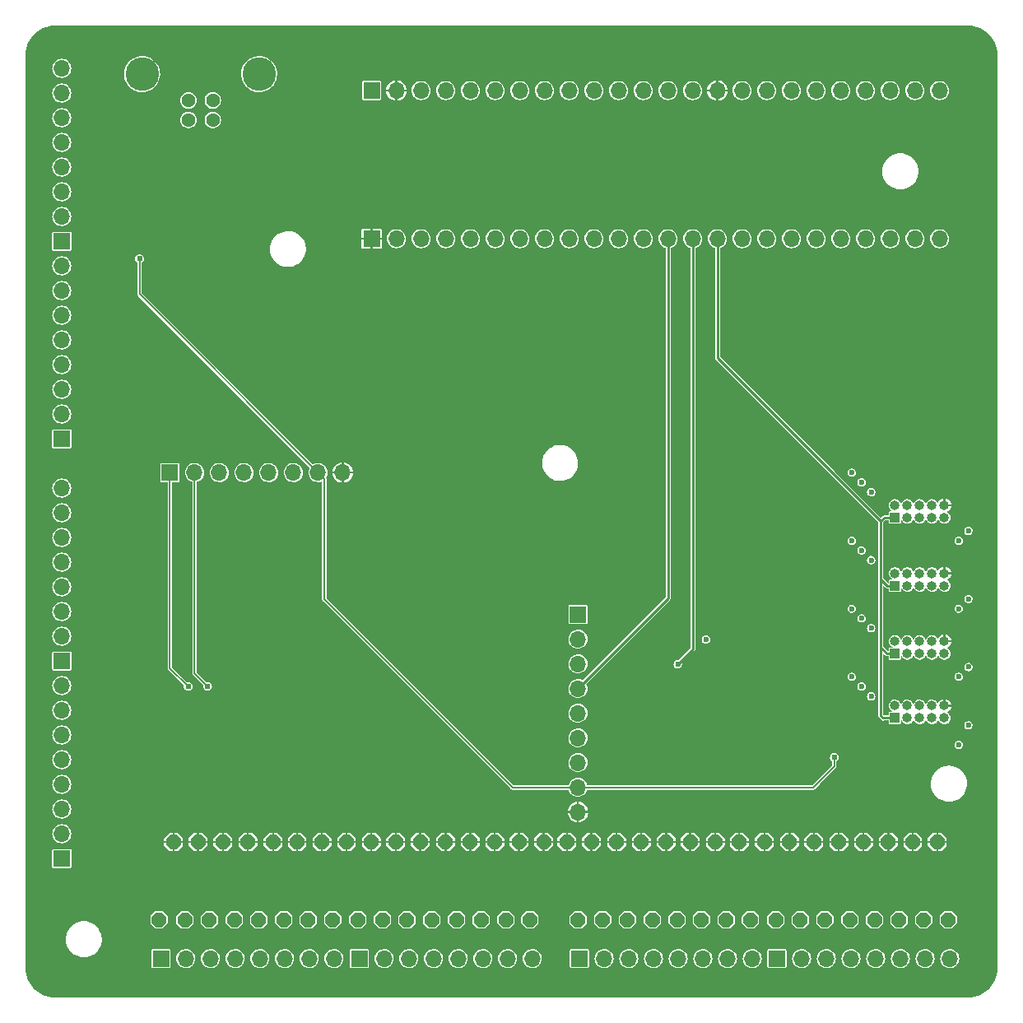
<source format=gbr>
%TF.GenerationSoftware,KiCad,Pcbnew,6.0.8-f2edbf62ab~116~ubuntu22.04.1*%
%TF.CreationDate,2022-10-28T15:12:37+01:00*%
%TF.ProjectId,fsr_array,6673725f-6172-4726-9179-2e6b69636164,3.0*%
%TF.SameCoordinates,Original*%
%TF.FileFunction,Copper,L4,Bot*%
%TF.FilePolarity,Positive*%
%FSLAX46Y46*%
G04 Gerber Fmt 4.6, Leading zero omitted, Abs format (unit mm)*
G04 Created by KiCad (PCBNEW 6.0.8-f2edbf62ab~116~ubuntu22.04.1) date 2022-10-28 15:12:37*
%MOMM*%
%LPD*%
G01*
G04 APERTURE LIST*
G04 Aperture macros list*
%AMOutline5P*
0 Free polygon, 5 corners , with rotation*
0 The origin of the aperture is its center*
0 number of corners: always 5*
0 $1 to $10 corner X, Y*
0 $11 Rotation angle, in degrees counterclockwise*
0 create outline with 5 corners*
4,1,5,$1,$2,$3,$4,$5,$6,$7,$8,$9,$10,$1,$2,$11*%
%AMOutline6P*
0 Free polygon, 6 corners , with rotation*
0 The origin of the aperture is its center*
0 number of corners: always 6*
0 $1 to $12 corner X, Y*
0 $13 Rotation angle, in degrees counterclockwise*
0 create outline with 6 corners*
4,1,6,$1,$2,$3,$4,$5,$6,$7,$8,$9,$10,$11,$12,$1,$2,$13*%
%AMOutline7P*
0 Free polygon, 7 corners , with rotation*
0 The origin of the aperture is its center*
0 number of corners: always 7*
0 $1 to $14 corner X, Y*
0 $15 Rotation angle, in degrees counterclockwise*
0 create outline with 7 corners*
4,1,7,$1,$2,$3,$4,$5,$6,$7,$8,$9,$10,$11,$12,$13,$14,$1,$2,$15*%
%AMOutline8P*
0 Free polygon, 8 corners , with rotation*
0 The origin of the aperture is its center*
0 number of corners: always 8*
0 $1 to $16 corner X, Y*
0 $17 Rotation angle, in degrees counterclockwise*
0 create outline with 8 corners*
4,1,8,$1,$2,$3,$4,$5,$6,$7,$8,$9,$10,$11,$12,$13,$14,$15,$16,$1,$2,$17*%
G04 Aperture macros list end*
%TA.AperFunction,ComponentPad*%
%ADD10Outline8P,-0.762000X0.315631X-0.315631X0.762000X0.315631X0.762000X0.762000X0.315631X0.762000X-0.315631X0.315631X-0.762000X-0.315631X-0.762000X-0.762000X-0.315631X90.000000*%
%TD*%
%TA.AperFunction,ComponentPad*%
%ADD11Outline8P,-0.762000X0.315631X-0.315631X0.762000X0.315631X0.762000X0.762000X0.315631X0.762000X-0.315631X0.315631X-0.762000X-0.315631X-0.762000X-0.762000X-0.315631X270.000000*%
%TD*%
%TA.AperFunction,ComponentPad*%
%ADD12R,1.700000X1.700000*%
%TD*%
%TA.AperFunction,ComponentPad*%
%ADD13O,1.700000X1.700000*%
%TD*%
%TA.AperFunction,ComponentPad*%
%ADD14R,1.000000X1.000000*%
%TD*%
%TA.AperFunction,ComponentPad*%
%ADD15O,1.000000X1.000000*%
%TD*%
%TA.AperFunction,ComponentPad*%
%ADD16C,1.431000*%
%TD*%
%TA.AperFunction,ComponentPad*%
%ADD17C,3.450000*%
%TD*%
%TA.AperFunction,ViaPad*%
%ADD18C,0.604000*%
%TD*%
%TA.AperFunction,ViaPad*%
%ADD19C,0.600000*%
%TD*%
%TA.AperFunction,Conductor*%
%ADD20C,0.200000*%
%TD*%
%TA.AperFunction,Conductor*%
%ADD21C,0.250000*%
%TD*%
G04 APERTURE END LIST*
D10*
%TO.P,U$61,P$1,P$1*%
%TO.N,GND*%
X193793900Y-133996400D03*
%TD*%
%TO.P,U$63,P$1,P$1*%
%TO.N,GND*%
X168383900Y-133996400D03*
%TD*%
%TO.P,U$39,P$1,P$1*%
%TO.N,GND*%
X163353900Y-133996400D03*
%TD*%
%TO.P,U$45,P$1,P$1*%
%TO.N,GND*%
X178613900Y-133996400D03*
%TD*%
D11*
%TO.P,U$16,P$1,P$1*%
%TO.N,Net-(ADC1-Pad1)*%
X113733900Y-141996400D03*
%TD*%
%TO.P,U$44,P$1,P$1*%
%TO.N,Net-(ADC2-Pad3)*%
X161913900Y-141996400D03*
%TD*%
%TO.P,U$12,P$1,P$1*%
%TO.N,Net-(ADC1-Pad3)*%
X118923900Y-141996400D03*
%TD*%
D12*
%TO.P,J6,1,Pin_1*%
%TO.N,Net-(ADC1-Pad9)*%
X134362800Y-145992800D03*
D13*
%TO.P,J6,2,Pin_2*%
%TO.N,Net-(ADC1-Pad10)*%
X136902800Y-145992800D03*
%TO.P,J6,3,Pin_3*%
%TO.N,Net-(ADC1-Pad11)*%
X139442800Y-145992800D03*
%TO.P,J6,4,Pin_4*%
%TO.N,Net-(ADC1-Pad12)*%
X141982800Y-145992800D03*
%TO.P,J6,5,Pin_5*%
%TO.N,Net-(ADC1-Pad13)*%
X144522800Y-145992800D03*
%TO.P,J6,6,Pin_6*%
%TO.N,Net-(ADC1-Pad14)*%
X147062800Y-145992800D03*
%TO.P,J6,7,Pin_7*%
%TO.N,Net-(ADC1-Pad15)*%
X149602800Y-145992800D03*
%TO.P,J6,8,Pin_8*%
%TO.N,Net-(ADC1-Pad16)*%
X152142800Y-145992800D03*
%TD*%
D11*
%TO.P,U$46,P$1,P$1*%
%TO.N,Net-(ADC2-Pad2)*%
X159363900Y-141996400D03*
%TD*%
D10*
%TO.P,U$49,P$1,P$1*%
%TO.N,GND*%
X176013900Y-133996400D03*
%TD*%
%TO.P,U$51,P$1,P$1*%
%TO.N,GND*%
X181103900Y-133996400D03*
%TD*%
D12*
%TO.P,J4,1,Pin_1*%
%TO.N,Net-(J4-Pad1)*%
X103732800Y-72192800D03*
D13*
%TO.P,J4,2,Pin_2*%
%TO.N,Net-(J4-Pad2)*%
X103732800Y-69652800D03*
%TO.P,J4,3,Pin_3*%
%TO.N,Net-(J4-Pad3)*%
X103732800Y-67112800D03*
%TO.P,J4,4,Pin_4*%
%TO.N,Net-(J4-Pad4)*%
X103732800Y-64572800D03*
%TO.P,J4,5,Pin_5*%
%TO.N,Net-(J4-Pad5)*%
X103732800Y-62032800D03*
%TO.P,J4,6,Pin_6*%
%TO.N,Net-(J4-Pad6)*%
X103732800Y-59492800D03*
%TO.P,J4,7,Pin_7*%
%TO.N,Net-(J4-Pad7)*%
X103732800Y-56952800D03*
%TO.P,J4,8,Pin_8*%
%TO.N,Net-(J4-Pad8)*%
X103732800Y-54412800D03*
%TD*%
D10*
%TO.P,U$29,P$1,P$1*%
%TO.N,GND*%
X155693900Y-133996400D03*
%TD*%
%TO.P,U$62,P$1,P$1*%
%TO.N,Net-(ADC2-Pad10)*%
X179703900Y-141996400D03*
%TD*%
%TO.P,U$1,P$1,P$1*%
%TO.N,GND*%
X145763900Y-133996400D03*
%TD*%
%TO.P,U$57,P$1,P$1*%
%TO.N,GND*%
X183673900Y-133996400D03*
%TD*%
D11*
%TO.P,U$38,P$1,P$1*%
%TO.N,Net-(ADC2-Pad6)*%
X169523900Y-141996400D03*
%TD*%
%TO.P,U$40,P$1,P$1*%
%TO.N,Net-(ADC2-Pad5)*%
X167043900Y-141996400D03*
%TD*%
D10*
%TO.P,U$43,P$1,P$1*%
%TO.N,GND*%
X160813900Y-133996400D03*
%TD*%
%TO.P,U$13,P$1,P$1*%
%TO.N,GND*%
X153313900Y-133996400D03*
%TD*%
D12*
%TO.P,J12,1,Pin_1*%
%TO.N,GND*%
X135612800Y-71932800D03*
D13*
%TO.P,J12,2,Pin_2*%
%TO.N,unconnected-(J12-Pad2)*%
X138152800Y-71932800D03*
%TO.P,J12,3,Pin_3*%
%TO.N,/MISO1*%
X140692800Y-71932800D03*
%TO.P,J12,4,Pin_4*%
%TO.N,/S0*%
X143232800Y-71932800D03*
%TO.P,J12,5,Pin_5*%
%TO.N,/S1*%
X145772800Y-71932800D03*
%TO.P,J12,6,Pin_6*%
%TO.N,/S2*%
X148312800Y-71932800D03*
%TO.P,J12,7,Pin_7*%
%TO.N,/S3*%
X150852800Y-71932800D03*
%TO.P,J12,8,Pin_8*%
%TO.N,/EN1*%
X153392800Y-71932800D03*
%TO.P,J12,9,Pin_9*%
%TO.N,/EN2*%
X155932800Y-71932800D03*
%TO.P,J12,10,Pin_10*%
%TO.N,/EOC1*%
X158472800Y-71932800D03*
%TO.P,J12,11,Pin_11*%
%TO.N,/CS1*%
X161012800Y-71932800D03*
%TO.P,J12,12,Pin_12*%
%TO.N,/CS2*%
X163552800Y-71932800D03*
%TO.P,J12,13,Pin_13*%
%TO.N,/MOSI*%
X166092800Y-71932800D03*
%TO.P,J12,14,Pin_14*%
%TO.N,/MISO*%
X168632800Y-71932800D03*
%TO.P,J12,15,Pin_15*%
%TO.N,+3.3V*%
X171172800Y-71932800D03*
%TO.P,J12,16,Pin_16*%
%TO.N,unconnected-(J12-Pad16)*%
X173712800Y-71932800D03*
%TO.P,J12,17,Pin_17*%
%TO.N,/EOC2*%
X176252800Y-71932800D03*
%TO.P,J12,18,Pin_18*%
%TO.N,/MOSI1*%
X178792800Y-71932800D03*
%TO.P,J12,19,Pin_19*%
%TO.N,/SCK1*%
X181332800Y-71932800D03*
%TO.P,J12,20,Pin_20*%
%TO.N,unconnected-(J12-Pad20)*%
X183872800Y-71932800D03*
%TO.P,J12,21,Pin_21*%
%TO.N,unconnected-(J12-Pad21)*%
X186412800Y-71932800D03*
%TO.P,J12,22,Pin_22*%
%TO.N,unconnected-(J12-Pad22)*%
X188952800Y-71932800D03*
%TO.P,J12,23,Pin_23*%
%TO.N,unconnected-(J12-Pad23)*%
X191492800Y-71932800D03*
%TO.P,J12,24,Pin_24*%
%TO.N,unconnected-(J12-Pad24)*%
X194032800Y-71932800D03*
%TD*%
D11*
%TO.P,U$26,P$1,P$1*%
%TO.N,Net-(ADC1-Pad12)*%
X141793900Y-141996400D03*
%TD*%
D12*
%TO.P,J10,1,Pin_1*%
%TO.N,/EOC1*%
X156832800Y-110592800D03*
D13*
%TO.P,J10,2,Pin_2*%
%TO.N,/EOC2*%
X156832800Y-113132800D03*
%TO.P,J10,3,Pin_3*%
%TO.N,/MISO*%
X156832800Y-115672800D03*
%TO.P,J10,4,Pin_4*%
%TO.N,/MOSI*%
X156832800Y-118212800D03*
%TO.P,J10,5,Pin_5*%
%TO.N,/SCLK*%
X156832800Y-120752800D03*
%TO.P,J10,6,Pin_6*%
%TO.N,/CS1*%
X156832800Y-123292800D03*
%TO.P,J10,7,Pin_7*%
%TO.N,/CS2*%
X156832800Y-125832800D03*
%TO.P,J10,8,Pin_8*%
%TO.N,+5V*%
X156832800Y-128372800D03*
%TO.P,J10,9,Pin_9*%
%TO.N,GND*%
X156832800Y-130912800D03*
%TD*%
D10*
%TO.P,U$5,P$1,P$1*%
%TO.N,GND*%
X148273900Y-133996400D03*
%TD*%
%TO.P,U$7,P$1,P$1*%
%TO.N,GND*%
X125473900Y-133996400D03*
%TD*%
D11*
%TO.P,U$34,P$1,P$1*%
%TO.N,Net-(ADC2-Pad8)*%
X174593900Y-141996400D03*
%TD*%
D12*
%TO.P,J1,1,Pin_1*%
%TO.N,Net-(J1-Pad1)*%
X103732800Y-135692800D03*
D13*
%TO.P,J1,2,Pin_2*%
%TO.N,Net-(J1-Pad2)*%
X103732800Y-133152800D03*
%TO.P,J1,3,Pin_3*%
%TO.N,Net-(J1-Pad3)*%
X103732800Y-130612800D03*
%TO.P,J1,4,Pin_4*%
%TO.N,Net-(J1-Pad4)*%
X103732800Y-128072800D03*
%TO.P,J1,5,Pin_5*%
%TO.N,Net-(J1-Pad5)*%
X103732800Y-125532800D03*
%TO.P,J1,6,Pin_6*%
%TO.N,Net-(J1-Pad6)*%
X103732800Y-122992800D03*
%TO.P,J1,7,Pin_7*%
%TO.N,Net-(J1-Pad7)*%
X103732800Y-120452800D03*
%TO.P,J1,8,Pin_8*%
%TO.N,Net-(J1-Pad8)*%
X103732800Y-117912800D03*
%TD*%
D10*
%TO.P,U$27,P$1,P$1*%
%TO.N,GND*%
X138093900Y-133996400D03*
%TD*%
D11*
%TO.P,U$64,P$1,P$1*%
%TO.N,Net-(ADC2-Pad9)*%
X177183900Y-141996400D03*
%TD*%
D10*
%TO.P,U$3,P$1,P$1*%
%TO.N,GND*%
X122883900Y-133996400D03*
%TD*%
D11*
%TO.P,U$4,P$1,P$1*%
%TO.N,Net-(ADC1-Pad7)*%
X129073900Y-141996400D03*
%TD*%
%TO.P,U$20,P$1,P$1*%
%TO.N,Net-(ADC1-Pad15)*%
X149423900Y-141996400D03*
%TD*%
D14*
%TO.P,J14,1,Pin_1*%
%TO.N,+3.3V*%
X189450000Y-100625000D03*
D15*
%TO.P,J14,2,Pin_2*%
%TO.N,/TRIGA*%
X189450000Y-99355000D03*
%TO.P,J14,3,Pin_3*%
%TO.N,/MISO1*%
X190720000Y-100625000D03*
%TO.P,J14,4,Pin_4*%
%TO.N,/MOSI1*%
X190720000Y-99355000D03*
%TO.P,J14,5,Pin_5*%
%TO.N,/SCK1*%
X191990000Y-100625000D03*
%TO.P,J14,6,Pin_6*%
%TO.N,/INTA1*%
X191990000Y-99355000D03*
%TO.P,J14,7,Pin_7*%
%TO.N,/INTA2*%
X193260000Y-100625000D03*
%TO.P,J14,8,Pin_8*%
%TO.N,unconnected-(J14-Pad8)*%
X193260000Y-99355000D03*
%TO.P,J14,9,Pin_9*%
%TO.N,/CSA1*%
X194530000Y-100625000D03*
%TO.P,J14,10,Pin_10*%
%TO.N,GND*%
X194530000Y-99355000D03*
%TD*%
D11*
%TO.P,U$2,P$1,P$1*%
%TO.N,Net-(ADC1-Pad8)*%
X131593900Y-141996400D03*
%TD*%
D10*
%TO.P,U$11,P$1,P$1*%
%TO.N,GND*%
X127943900Y-133996400D03*
%TD*%
D11*
%TO.P,U$30,P$1,P$1*%
%TO.N,Net-(ADC1-Pad10)*%
X136733900Y-141996400D03*
%TD*%
D10*
%TO.P,U$53,P$1,P$1*%
%TO.N,GND*%
X165903900Y-133996400D03*
%TD*%
%TO.P,U$41,P$1,P$1*%
%TO.N,GND*%
X191273900Y-133996400D03*
%TD*%
D12*
%TO.P,J3,1,Pin_1*%
%TO.N,Net-(J3-Pad1)*%
X103732800Y-92512800D03*
D13*
%TO.P,J3,2,Pin_2*%
%TO.N,Net-(J3-Pad2)*%
X103732800Y-89972800D03*
%TO.P,J3,3,Pin_3*%
%TO.N,Net-(J3-Pad3)*%
X103732800Y-87432800D03*
%TO.P,J3,4,Pin_4*%
%TO.N,Net-(J3-Pad4)*%
X103732800Y-84892800D03*
%TO.P,J3,5,Pin_5*%
%TO.N,Net-(J3-Pad5)*%
X103732800Y-82352800D03*
%TO.P,J3,6,Pin_6*%
%TO.N,Net-(J3-Pad6)*%
X103732800Y-79812800D03*
%TO.P,J3,7,Pin_7*%
%TO.N,Net-(J3-Pad7)*%
X103732800Y-77272800D03*
%TO.P,J3,8,Pin_8*%
%TO.N,Net-(J3-Pad8)*%
X103732800Y-74732800D03*
%TD*%
D10*
%TO.P,U$55,P$1,P$1*%
%TO.N,GND*%
X173423900Y-133996400D03*
%TD*%
D11*
%TO.P,U$56,P$1,P$1*%
%TO.N,Net-(ADC2-Pad13)*%
X187343900Y-141996400D03*
%TD*%
D14*
%TO.P,J13,1,Pin_1*%
%TO.N,+3.3V*%
X189450000Y-107625000D03*
D15*
%TO.P,J13,2,Pin_2*%
%TO.N,/TRIGA*%
X189450000Y-106355000D03*
%TO.P,J13,3,Pin_3*%
%TO.N,/MISO1*%
X190720000Y-107625000D03*
%TO.P,J13,4,Pin_4*%
%TO.N,/MOSI1*%
X190720000Y-106355000D03*
%TO.P,J13,5,Pin_5*%
%TO.N,/SCK1*%
X191990000Y-107625000D03*
%TO.P,J13,6,Pin_6*%
%TO.N,/INTA1*%
X191990000Y-106355000D03*
%TO.P,J13,7,Pin_7*%
%TO.N,/INTA2*%
X193260000Y-107625000D03*
%TO.P,J13,8,Pin_8*%
%TO.N,unconnected-(J13-Pad8)*%
X193260000Y-106355000D03*
%TO.P,J13,9,Pin_9*%
%TO.N,/CSA2*%
X194530000Y-107625000D03*
%TO.P,J13,10,Pin_10*%
%TO.N,GND*%
X194530000Y-106355000D03*
%TD*%
D12*
%TO.P,J11,1,Pin_1*%
%TO.N,+5V*%
X135612800Y-56692800D03*
D13*
%TO.P,J11,2,Pin_2*%
%TO.N,GND*%
X138152800Y-56692800D03*
%TO.P,J11,3,Pin_3*%
%TO.N,/CSA1*%
X140692800Y-56692800D03*
%TO.P,J11,4,Pin_4*%
%TO.N,/CSA2*%
X143232800Y-56692800D03*
%TO.P,J11,5,Pin_5*%
%TO.N,unconnected-(J11-Pad5)*%
X145772800Y-56692800D03*
%TO.P,J11,6,Pin_6*%
%TO.N,unconnected-(J11-Pad6)*%
X148312800Y-56692800D03*
%TO.P,J11,7,Pin_7*%
%TO.N,/CSA3*%
X150852800Y-56692800D03*
%TO.P,J11,8,Pin_8*%
%TO.N,/CSA4*%
X153392800Y-56692800D03*
%TO.P,J11,9,Pin_9*%
%TO.N,unconnected-(J11-Pad9)*%
X155932800Y-56692800D03*
%TO.P,J11,10,Pin_10*%
%TO.N,unconnected-(J11-Pad10)*%
X158472800Y-56692800D03*
%TO.P,J11,11,Pin_11*%
%TO.N,unconnected-(J11-Pad11)*%
X161012800Y-56692800D03*
%TO.P,J11,12,Pin_12*%
%TO.N,unconnected-(J11-Pad12)*%
X163552800Y-56692800D03*
%TO.P,J11,13,Pin_13*%
%TO.N,unconnected-(J11-Pad13)*%
X166092800Y-56692800D03*
%TO.P,J11,14,Pin_14*%
%TO.N,/SCK*%
X168632800Y-56692800D03*
%TO.P,J11,15,Pin_15*%
%TO.N,GND*%
X171172800Y-56692800D03*
%TO.P,J11,16,Pin_16*%
%TO.N,unconnected-(J11-Pad16)*%
X173712800Y-56692800D03*
%TO.P,J11,17,Pin_17*%
%TO.N,unconnected-(J11-Pad17)*%
X176252800Y-56692800D03*
%TO.P,J11,18,Pin_18*%
%TO.N,unconnected-(J11-Pad18)*%
X178792800Y-56692800D03*
%TO.P,J11,19,Pin_19*%
%TO.N,unconnected-(J11-Pad19)*%
X181332800Y-56692800D03*
%TO.P,J11,20,Pin_20*%
%TO.N,/INTA1*%
X183872800Y-56692800D03*
%TO.P,J11,21,Pin_21*%
%TO.N,/INTA2*%
X186412800Y-56692800D03*
%TO.P,J11,22,Pin_22*%
%TO.N,unconnected-(J11-Pad22)*%
X188952800Y-56692800D03*
%TO.P,J11,23,Pin_23*%
%TO.N,unconnected-(J11-Pad23)*%
X191492800Y-56692800D03*
%TO.P,J11,24,Pin_24*%
%TO.N,/TRIGA*%
X194032800Y-56692800D03*
%TD*%
D12*
%TO.P,J9,1,Pin_1*%
%TO.N,/S0*%
X114857800Y-95992800D03*
D13*
%TO.P,J9,2,Pin_2*%
%TO.N,/S1*%
X117397800Y-95992800D03*
%TO.P,J9,3,Pin_3*%
%TO.N,/S2*%
X119937800Y-95992800D03*
%TO.P,J9,4,Pin_4*%
%TO.N,/S3*%
X122477800Y-95992800D03*
%TO.P,J9,5,Pin_5*%
%TO.N,/EN1*%
X125017800Y-95992800D03*
%TO.P,J9,6,Pin_6*%
%TO.N,/EN2*%
X127557800Y-95992800D03*
%TO.P,J9,7,Pin_7*%
%TO.N,+5V*%
X130097800Y-95992800D03*
%TO.P,J9,8,Pin_8*%
%TO.N,GND*%
X132637800Y-95992800D03*
%TD*%
D12*
%TO.P,J7,1,Pin_1*%
%TO.N,Net-(ADC2-Pad1)*%
X156982800Y-145992800D03*
D13*
%TO.P,J7,2,Pin_2*%
%TO.N,Net-(ADC2-Pad2)*%
X159522800Y-145992800D03*
%TO.P,J7,3,Pin_3*%
%TO.N,Net-(ADC2-Pad3)*%
X162062800Y-145992800D03*
%TO.P,J7,4,Pin_4*%
%TO.N,Net-(ADC2-Pad4)*%
X164602800Y-145992800D03*
%TO.P,J7,5,Pin_5*%
%TO.N,Net-(ADC2-Pad5)*%
X167142800Y-145992800D03*
%TO.P,J7,6,Pin_6*%
%TO.N,Net-(ADC2-Pad6)*%
X169682800Y-145992800D03*
%TO.P,J7,7,Pin_7*%
%TO.N,Net-(ADC2-Pad7)*%
X172222800Y-145992800D03*
%TO.P,J7,8,Pin_8*%
%TO.N,Net-(ADC2-Pad8)*%
X174762800Y-145992800D03*
%TD*%
D11*
%TO.P,U$8,P$1,P$1*%
%TO.N,Net-(ADC1-Pad5)*%
X123993900Y-141996400D03*
%TD*%
D12*
%TO.P,J8,1,Pin_1*%
%TO.N,Net-(ADC2-Pad9)*%
X177302800Y-145992800D03*
D13*
%TO.P,J8,2,Pin_2*%
%TO.N,Net-(ADC2-Pad10)*%
X179842800Y-145992800D03*
%TO.P,J8,3,Pin_3*%
%TO.N,Net-(ADC2-Pad11)*%
X182382800Y-145992800D03*
%TO.P,J8,4,Pin_4*%
%TO.N,Net-(ADC2-Pad12)*%
X184922800Y-145992800D03*
%TO.P,J8,5,Pin_5*%
%TO.N,Net-(ADC2-Pad13)*%
X187462800Y-145992800D03*
%TO.P,J8,6,Pin_6*%
%TO.N,Net-(ADC2-Pad14)*%
X190002800Y-145992800D03*
%TO.P,J8,7,Pin_7*%
%TO.N,Net-(ADC2-Pad15)*%
X192542800Y-145992800D03*
%TO.P,J8,8,Pin_8*%
%TO.N,Net-(ADC2-Pad16)*%
X195082800Y-145992800D03*
%TD*%
D11*
%TO.P,U$50,P$1,P$1*%
%TO.N,Net-(ADC2-Pad16)*%
X194923900Y-141996400D03*
%TD*%
D10*
%TO.P,U$19,P$1,P$1*%
%TO.N,GND*%
X133023900Y-133996400D03*
%TD*%
%TO.P,U$52,P$1,P$1*%
%TO.N,Net-(ADC2-Pad15)*%
X192393900Y-141996400D03*
%TD*%
%TO.P,U$42,P$1,P$1*%
%TO.N,Net-(ADC2-Pad4)*%
X164493900Y-141996400D03*
%TD*%
%TO.P,U$59,P$1,P$1*%
%TO.N,GND*%
X170963900Y-133996400D03*
%TD*%
D11*
%TO.P,U$60,P$1,P$1*%
%TO.N,Net-(ADC2-Pad11)*%
X182223900Y-141996400D03*
%TD*%
%TO.P,U$22,P$1,P$1*%
%TO.N,Net-(ADC1-Pad14)*%
X146873900Y-141996400D03*
%TD*%
D10*
%TO.P,U$47,P$1,P$1*%
%TO.N,GND*%
X186213900Y-133996400D03*
%TD*%
D14*
%TO.P,J16,1,Pin_1*%
%TO.N,+3.3V*%
X189450000Y-121250000D03*
D15*
%TO.P,J16,2,Pin_2*%
%TO.N,/TRIGA*%
X189450000Y-119980000D03*
%TO.P,J16,3,Pin_3*%
%TO.N,/MISO1*%
X190720000Y-121250000D03*
%TO.P,J16,4,Pin_4*%
%TO.N,/MOSI1*%
X190720000Y-119980000D03*
%TO.P,J16,5,Pin_5*%
%TO.N,/SCK1*%
X191990000Y-121250000D03*
%TO.P,J16,6,Pin_6*%
%TO.N,/INTA1*%
X191990000Y-119980000D03*
%TO.P,J16,7,Pin_7*%
%TO.N,/INTA2*%
X193260000Y-121250000D03*
%TO.P,J16,8,Pin_8*%
%TO.N,unconnected-(J16-Pad8)*%
X193260000Y-119980000D03*
%TO.P,J16,9,Pin_9*%
%TO.N,/CSA4*%
X194530000Y-121250000D03*
%TO.P,J16,10,Pin_10*%
%TO.N,GND*%
X194530000Y-119980000D03*
%TD*%
D10*
%TO.P,U$37,P$1,P$1*%
%TO.N,GND*%
X188763900Y-133996400D03*
%TD*%
%TO.P,U$35,P$1,P$1*%
%TO.N,GND*%
X143213900Y-133996400D03*
%TD*%
D14*
%TO.P,J15,1,Pin_1*%
%TO.N,+3.3V*%
X189450000Y-114625000D03*
D15*
%TO.P,J15,2,Pin_2*%
%TO.N,/TRIGA*%
X189450000Y-113355000D03*
%TO.P,J15,3,Pin_3*%
%TO.N,/MISO1*%
X190720000Y-114625000D03*
%TO.P,J15,4,Pin_4*%
%TO.N,/MOSI1*%
X190720000Y-113355000D03*
%TO.P,J15,5,Pin_5*%
%TO.N,/SCK1*%
X191990000Y-114625000D03*
%TO.P,J15,6,Pin_6*%
%TO.N,/INTA1*%
X191990000Y-113355000D03*
%TO.P,J15,7,Pin_7*%
%TO.N,/INTA2*%
X193260000Y-114625000D03*
%TO.P,J15,8,Pin_8*%
%TO.N,unconnected-(J15-Pad8)*%
X193260000Y-113355000D03*
%TO.P,J15,9,Pin_9*%
%TO.N,/CSA3*%
X194530000Y-114625000D03*
%TO.P,J15,10,Pin_10*%
%TO.N,GND*%
X194530000Y-113355000D03*
%TD*%
D11*
%TO.P,U$58,P$1,P$1*%
%TO.N,Net-(ADC2-Pad12)*%
X184823900Y-141996400D03*
%TD*%
%TO.P,U$21,P$1,P$1*%
%TO.N,GND*%
X117753900Y-133996400D03*
%TD*%
%TO.P,U$36,P$1,P$1*%
%TO.N,Net-(ADC2-Pad7)*%
X172093900Y-141996400D03*
%TD*%
D10*
%TO.P,U$23,P$1,P$1*%
%TO.N,GND*%
X135583900Y-133996400D03*
%TD*%
D11*
%TO.P,U$17,P$1,P$1*%
%TO.N,GND*%
X120313900Y-133996400D03*
%TD*%
%TO.P,U$32,P$1,P$1*%
%TO.N,Net-(ADC1-Pad9)*%
X134193900Y-141996400D03*
%TD*%
%TO.P,U$48,P$1,P$1*%
%TO.N,Net-(ADC2-Pad1)*%
X156853900Y-141996400D03*
%TD*%
%TO.P,U$6,P$1,P$1*%
%TO.N,Net-(ADC1-Pad6)*%
X126573900Y-141996400D03*
%TD*%
D10*
%TO.P,U$15,P$1,P$1*%
%TO.N,GND*%
X130493900Y-133996400D03*
%TD*%
%TO.P,U$9,P$1,P$1*%
%TO.N,GND*%
X150773900Y-133996400D03*
%TD*%
D11*
%TO.P,U$24,P$1,P$1*%
%TO.N,Net-(ADC1-Pad13)*%
X144353900Y-141996400D03*
%TD*%
%TO.P,U$10,P$1,P$1*%
%TO.N,Net-(ADC1-Pad4)*%
X121503900Y-141996400D03*
%TD*%
D12*
%TO.P,J5,1,Pin_1*%
%TO.N,Net-(ADC1-Pad1)*%
X113957800Y-145992800D03*
D13*
%TO.P,J5,2,Pin_2*%
%TO.N,Net-(ADC1-Pad2)*%
X116497800Y-145992800D03*
%TO.P,J5,3,Pin_3*%
%TO.N,Net-(ADC1-Pad3)*%
X119037800Y-145992800D03*
%TO.P,J5,4,Pin_4*%
%TO.N,Net-(ADC1-Pad4)*%
X121577800Y-145992800D03*
%TO.P,J5,5,Pin_5*%
%TO.N,Net-(ADC1-Pad5)*%
X124117800Y-145992800D03*
%TO.P,J5,6,Pin_6*%
%TO.N,Net-(ADC1-Pad6)*%
X126657800Y-145992800D03*
%TO.P,J5,7,Pin_7*%
%TO.N,Net-(ADC1-Pad7)*%
X129197800Y-145992800D03*
%TO.P,J5,8,Pin_8*%
%TO.N,Net-(ADC1-Pad8)*%
X131737800Y-145992800D03*
%TD*%
D11*
%TO.P,U$18,P$1,P$1*%
%TO.N,Net-(ADC1-Pad16)*%
X151903900Y-141996400D03*
%TD*%
D10*
%TO.P,U$31,P$1,P$1*%
%TO.N,GND*%
X140603900Y-133996400D03*
%TD*%
D11*
%TO.P,U$54,P$1,P$1*%
%TO.N,Net-(ADC2-Pad14)*%
X189873900Y-141996400D03*
%TD*%
D16*
%TO.P,J17,1,1*%
%TO.N,/L1*%
X116770000Y-59710000D03*
%TO.P,J17,2,2*%
%TO.N,/L2*%
X119270000Y-59710000D03*
%TO.P,J17,3,3*%
%TO.N,/L3*%
X119270000Y-57710000D03*
%TO.P,J17,4,4*%
%TO.N,/L4*%
X116770000Y-57710000D03*
D17*
%TO.P,J17,MH1,MH1*%
%TO.N,/M1*%
X124040000Y-55000000D03*
%TO.P,J17,MH2,MH2*%
%TO.N,/M2*%
X112000000Y-55000000D03*
%TD*%
D11*
%TO.P,U$28,P$1,P$1*%
%TO.N,Net-(ADC1-Pad11)*%
X139233900Y-141996400D03*
%TD*%
D10*
%TO.P,U$33,P$1,P$1*%
%TO.N,GND*%
X158223900Y-133996400D03*
%TD*%
D12*
%TO.P,J2,1,Pin_1*%
%TO.N,Net-(J2-Pad1)*%
X103732800Y-115372800D03*
D13*
%TO.P,J2,2,Pin_2*%
%TO.N,Net-(J2-Pad2)*%
X103732800Y-112832800D03*
%TO.P,J2,3,Pin_3*%
%TO.N,Net-(J2-Pad3)*%
X103732800Y-110292800D03*
%TO.P,J2,4,Pin_4*%
%TO.N,Net-(J2-Pad4)*%
X103732800Y-107752800D03*
%TO.P,J2,5,Pin_5*%
%TO.N,Net-(J2-Pad5)*%
X103732800Y-105212800D03*
%TO.P,J2,6,Pin_6*%
%TO.N,Net-(J2-Pad6)*%
X103732800Y-102672800D03*
%TO.P,J2,7,Pin_7*%
%TO.N,Net-(J2-Pad7)*%
X103732800Y-100132800D03*
%TO.P,J2,8,Pin_8*%
%TO.N,Net-(J2-Pad8)*%
X103732800Y-97592800D03*
%TD*%
D11*
%TO.P,U$14,P$1,P$1*%
%TO.N,Net-(ADC1-Pad2)*%
X116393900Y-141996400D03*
%TD*%
%TO.P,U$25,P$1,P$1*%
%TO.N,GND*%
X115233900Y-133996400D03*
%TD*%
D18*
%TO.N,/S0*%
X116733900Y-117996400D03*
%TO.N,/S1*%
X118733900Y-117996400D03*
%TO.N,GND*%
X119733900Y-79996400D03*
D19*
%TO.N,/EOC2*%
X170000000Y-113166400D03*
D18*
%TO.N,+5V*%
X183200000Y-125300000D03*
X111733900Y-73996400D03*
D19*
%TO.N,/MISO*%
X167106400Y-115706400D03*
%TO.N,/INTA1*%
X185000000Y-117000000D03*
X185000000Y-110000000D03*
X185000000Y-96000000D03*
X185000000Y-103000000D03*
%TO.N,/INTA2*%
X197000000Y-122000000D03*
X197000000Y-109000000D03*
X197000000Y-102000000D03*
X197000000Y-116000000D03*
%TO.N,/TRIGA*%
X187000000Y-105000000D03*
X187000000Y-119000000D03*
X187000000Y-112000000D03*
X187000000Y-98000000D03*
%TO.N,/MOSI1*%
X186000000Y-104000000D03*
X186000000Y-97000000D03*
X186000000Y-118000000D03*
X186000000Y-111000000D03*
%TO.N,/SCK1*%
X196000000Y-124000000D03*
X196000000Y-103000000D03*
X196000000Y-117000000D03*
X196000000Y-110000000D03*
%TD*%
D20*
%TO.N,/S0*%
X114843900Y-116106400D02*
X116733900Y-117996400D01*
X114843900Y-95996400D02*
X114843900Y-116106400D01*
%TO.N,/S1*%
X117383900Y-95996400D02*
X117383900Y-116646400D01*
X117383900Y-116646400D02*
X118733900Y-117996400D01*
%TO.N,GND*%
X132623900Y-92886400D02*
X132623900Y-95996400D01*
X119733900Y-79996400D02*
X132623900Y-92886400D01*
%TO.N,+5V*%
X181033900Y-128406400D02*
X150143900Y-128406400D01*
X111733900Y-77646400D02*
X111733900Y-73996400D01*
X183200000Y-125300000D02*
X183200000Y-126240300D01*
X150143900Y-128406400D02*
X130733900Y-108996400D01*
X130733900Y-96646400D02*
X111733900Y-77646400D01*
X130733900Y-108996400D02*
X130733900Y-96646400D01*
X183200000Y-126240300D02*
X181033900Y-128406400D01*
D21*
%TO.N,/MOSI*%
X166092800Y-108952800D02*
X156832800Y-118212800D01*
X166092800Y-71932800D02*
X166092800Y-108952800D01*
%TO.N,/MISO*%
X168632800Y-71932800D02*
X168632800Y-114180000D01*
X168632800Y-114180000D02*
X167106400Y-115706400D01*
%TO.N,+3.3V*%
X171172800Y-84172800D02*
X171172800Y-71932800D01*
X189450000Y-107625000D02*
X188625000Y-107625000D01*
X188250000Y-121250000D02*
X188000000Y-121000000D01*
X189450000Y-100625000D02*
X188375000Y-100625000D01*
X188375000Y-100625000D02*
X188000000Y-101000000D01*
X189450000Y-114625000D02*
X188625000Y-114625000D01*
X188000000Y-121000000D02*
X188000000Y-101000000D01*
X188625000Y-107625000D02*
X188000000Y-107000000D01*
X189450000Y-121250000D02*
X188250000Y-121250000D01*
X188625000Y-114625000D02*
X188000000Y-114000000D01*
X188000000Y-101000000D02*
X171172800Y-84172800D01*
%TD*%
%TA.AperFunction,Conductor*%
%TO.N,GND*%
G36*
X197000000Y-50011365D02*
G01*
X197001854Y-50010597D01*
X197310552Y-50026776D01*
X197314404Y-50027180D01*
X197619637Y-50075525D01*
X197623420Y-50076328D01*
X197834607Y-50132916D01*
X197921929Y-50156314D01*
X197925622Y-50157514D01*
X198214126Y-50268260D01*
X198217674Y-50269840D01*
X198493013Y-50410132D01*
X198496376Y-50412073D01*
X198755554Y-50580386D01*
X198758696Y-50582669D01*
X198998852Y-50777143D01*
X199001738Y-50779741D01*
X199220259Y-50998262D01*
X199222857Y-51001148D01*
X199417331Y-51241304D01*
X199419614Y-51244446D01*
X199587927Y-51503624D01*
X199589868Y-51506987D01*
X199730160Y-51782326D01*
X199731740Y-51785874D01*
X199842486Y-52074378D01*
X199843686Y-52078071D01*
X199923670Y-52376573D01*
X199924477Y-52380371D01*
X199972819Y-52685591D01*
X199973224Y-52689448D01*
X199989403Y-52998146D01*
X199988635Y-53000000D01*
X199989500Y-53002088D01*
X199989500Y-146997912D01*
X199988635Y-147000000D01*
X199989403Y-147001854D01*
X199989215Y-147005446D01*
X199973225Y-147310547D01*
X199972819Y-147314409D01*
X199924477Y-147619629D01*
X199923670Y-147623427D01*
X199843686Y-147921929D01*
X199842486Y-147925622D01*
X199731740Y-148214126D01*
X199730160Y-148217674D01*
X199589868Y-148493013D01*
X199587927Y-148496376D01*
X199419614Y-148755554D01*
X199417331Y-148758696D01*
X199222857Y-148998852D01*
X199220259Y-149001738D01*
X199001738Y-149220259D01*
X198998852Y-149222857D01*
X198758696Y-149417331D01*
X198755554Y-149419614D01*
X198496376Y-149587927D01*
X198493013Y-149589868D01*
X198217674Y-149730160D01*
X198214126Y-149731740D01*
X197925622Y-149842486D01*
X197921930Y-149843686D01*
X197623420Y-149923672D01*
X197619637Y-149924475D01*
X197314404Y-149972820D01*
X197310552Y-149973224D01*
X197001854Y-149989403D01*
X197000000Y-149988635D01*
X196997912Y-149989500D01*
X103002088Y-149989500D01*
X103000000Y-149988635D01*
X102998146Y-149989403D01*
X102689448Y-149973224D01*
X102685596Y-149972820D01*
X102380363Y-149924475D01*
X102376580Y-149923672D01*
X102078070Y-149843686D01*
X102074378Y-149842486D01*
X101785874Y-149731740D01*
X101782326Y-149730160D01*
X101506987Y-149589868D01*
X101503624Y-149587927D01*
X101244446Y-149419614D01*
X101241304Y-149417331D01*
X101001148Y-149222857D01*
X100998262Y-149220259D01*
X100779741Y-149001738D01*
X100777143Y-148998852D01*
X100582669Y-148758696D01*
X100580386Y-148755554D01*
X100412073Y-148496376D01*
X100410132Y-148493013D01*
X100269840Y-148217674D01*
X100268260Y-148214126D01*
X100157514Y-147925622D01*
X100156314Y-147921929D01*
X100076330Y-147623427D01*
X100075523Y-147619629D01*
X100027181Y-147314409D01*
X100026775Y-147310547D01*
X100010763Y-147005023D01*
X100010597Y-147001854D01*
X100011365Y-147000000D01*
X100010500Y-146997912D01*
X100010500Y-146855358D01*
X112980300Y-146855358D01*
X112987698Y-146892548D01*
X113015878Y-146934722D01*
X113058052Y-146962902D01*
X113095242Y-146970300D01*
X114820358Y-146970300D01*
X114857548Y-146962902D01*
X114899722Y-146934722D01*
X114927902Y-146892548D01*
X114935300Y-146855358D01*
X114935300Y-145979086D01*
X115515666Y-145979086D01*
X115515817Y-145980885D01*
X115515817Y-145980889D01*
X115519208Y-146021269D01*
X115531707Y-146170111D01*
X115584546Y-146354383D01*
X115672170Y-146524882D01*
X115791243Y-146675114D01*
X115792627Y-146676292D01*
X115792629Y-146676294D01*
X115825305Y-146704103D01*
X115937228Y-146799357D01*
X115938809Y-146800241D01*
X115938811Y-146800242D01*
X116034173Y-146853538D01*
X116104565Y-146892879D01*
X116138091Y-146903772D01*
X116285159Y-146951558D01*
X116285164Y-146951559D01*
X116286881Y-146952117D01*
X116477230Y-146974815D01*
X116479037Y-146974676D01*
X116479038Y-146974676D01*
X116550013Y-146969215D01*
X116668362Y-146960108D01*
X116852999Y-146908556D01*
X116854614Y-146907740D01*
X116854617Y-146907739D01*
X117022490Y-146822940D01*
X117022492Y-146822939D01*
X117024105Y-146822124D01*
X117025528Y-146821012D01*
X117025533Y-146821009D01*
X117105144Y-146758809D01*
X117175165Y-146704103D01*
X117201417Y-146673690D01*
X117299244Y-146560357D01*
X117299248Y-146560352D01*
X117300424Y-146558989D01*
X117321859Y-146521257D01*
X117394215Y-146393889D01*
X117394217Y-146393884D01*
X117395112Y-146392309D01*
X117455621Y-146210412D01*
X117479647Y-146020225D01*
X117480030Y-145992800D01*
X117478685Y-145979086D01*
X118055666Y-145979086D01*
X118055817Y-145980885D01*
X118055817Y-145980889D01*
X118059208Y-146021269D01*
X118071707Y-146170111D01*
X118124546Y-146354383D01*
X118212170Y-146524882D01*
X118331243Y-146675114D01*
X118332627Y-146676292D01*
X118332629Y-146676294D01*
X118365305Y-146704103D01*
X118477228Y-146799357D01*
X118478809Y-146800241D01*
X118478811Y-146800242D01*
X118574173Y-146853538D01*
X118644565Y-146892879D01*
X118678091Y-146903772D01*
X118825159Y-146951558D01*
X118825164Y-146951559D01*
X118826881Y-146952117D01*
X119017230Y-146974815D01*
X119019037Y-146974676D01*
X119019038Y-146974676D01*
X119090013Y-146969215D01*
X119208362Y-146960108D01*
X119392999Y-146908556D01*
X119394614Y-146907740D01*
X119394617Y-146907739D01*
X119562490Y-146822940D01*
X119562492Y-146822939D01*
X119564105Y-146822124D01*
X119565528Y-146821012D01*
X119565533Y-146821009D01*
X119645144Y-146758809D01*
X119715165Y-146704103D01*
X119741417Y-146673690D01*
X119839244Y-146560357D01*
X119839248Y-146560352D01*
X119840424Y-146558989D01*
X119861859Y-146521257D01*
X119934215Y-146393889D01*
X119934217Y-146393884D01*
X119935112Y-146392309D01*
X119995621Y-146210412D01*
X120019647Y-146020225D01*
X120020030Y-145992800D01*
X120018685Y-145979086D01*
X120595666Y-145979086D01*
X120595817Y-145980885D01*
X120595817Y-145980889D01*
X120599208Y-146021269D01*
X120611707Y-146170111D01*
X120664546Y-146354383D01*
X120752170Y-146524882D01*
X120871243Y-146675114D01*
X120872627Y-146676292D01*
X120872629Y-146676294D01*
X120905305Y-146704103D01*
X121017228Y-146799357D01*
X121018809Y-146800241D01*
X121018811Y-146800242D01*
X121114173Y-146853538D01*
X121184565Y-146892879D01*
X121218091Y-146903772D01*
X121365159Y-146951558D01*
X121365164Y-146951559D01*
X121366881Y-146952117D01*
X121557230Y-146974815D01*
X121559037Y-146974676D01*
X121559038Y-146974676D01*
X121630013Y-146969215D01*
X121748362Y-146960108D01*
X121932999Y-146908556D01*
X121934614Y-146907740D01*
X121934617Y-146907739D01*
X122102490Y-146822940D01*
X122102492Y-146822939D01*
X122104105Y-146822124D01*
X122105528Y-146821012D01*
X122105533Y-146821009D01*
X122185144Y-146758809D01*
X122255165Y-146704103D01*
X122281417Y-146673690D01*
X122379244Y-146560357D01*
X122379248Y-146560352D01*
X122380424Y-146558989D01*
X122401859Y-146521257D01*
X122474215Y-146393889D01*
X122474217Y-146393884D01*
X122475112Y-146392309D01*
X122535621Y-146210412D01*
X122559647Y-146020225D01*
X122560030Y-145992800D01*
X122558685Y-145979086D01*
X123135666Y-145979086D01*
X123135817Y-145980885D01*
X123135817Y-145980889D01*
X123139208Y-146021269D01*
X123151707Y-146170111D01*
X123204546Y-146354383D01*
X123292170Y-146524882D01*
X123411243Y-146675114D01*
X123412627Y-146676292D01*
X123412629Y-146676294D01*
X123445305Y-146704103D01*
X123557228Y-146799357D01*
X123558809Y-146800241D01*
X123558811Y-146800242D01*
X123654173Y-146853538D01*
X123724565Y-146892879D01*
X123758091Y-146903772D01*
X123905159Y-146951558D01*
X123905164Y-146951559D01*
X123906881Y-146952117D01*
X124097230Y-146974815D01*
X124099037Y-146974676D01*
X124099038Y-146974676D01*
X124170013Y-146969215D01*
X124288362Y-146960108D01*
X124472999Y-146908556D01*
X124474614Y-146907740D01*
X124474617Y-146907739D01*
X124642490Y-146822940D01*
X124642492Y-146822939D01*
X124644105Y-146822124D01*
X124645528Y-146821012D01*
X124645533Y-146821009D01*
X124725144Y-146758809D01*
X124795165Y-146704103D01*
X124821417Y-146673690D01*
X124919244Y-146560357D01*
X124919248Y-146560352D01*
X124920424Y-146558989D01*
X124941859Y-146521257D01*
X125014215Y-146393889D01*
X125014217Y-146393884D01*
X125015112Y-146392309D01*
X125075621Y-146210412D01*
X125099647Y-146020225D01*
X125100030Y-145992800D01*
X125098685Y-145979086D01*
X125675666Y-145979086D01*
X125675817Y-145980885D01*
X125675817Y-145980889D01*
X125679208Y-146021269D01*
X125691707Y-146170111D01*
X125744546Y-146354383D01*
X125832170Y-146524882D01*
X125951243Y-146675114D01*
X125952627Y-146676292D01*
X125952629Y-146676294D01*
X125985305Y-146704103D01*
X126097228Y-146799357D01*
X126098809Y-146800241D01*
X126098811Y-146800242D01*
X126194173Y-146853538D01*
X126264565Y-146892879D01*
X126298091Y-146903772D01*
X126445159Y-146951558D01*
X126445164Y-146951559D01*
X126446881Y-146952117D01*
X126637230Y-146974815D01*
X126639037Y-146974676D01*
X126639038Y-146974676D01*
X126710013Y-146969215D01*
X126828362Y-146960108D01*
X127012999Y-146908556D01*
X127014614Y-146907740D01*
X127014617Y-146907739D01*
X127182490Y-146822940D01*
X127182492Y-146822939D01*
X127184105Y-146822124D01*
X127185528Y-146821012D01*
X127185533Y-146821009D01*
X127265144Y-146758809D01*
X127335165Y-146704103D01*
X127361417Y-146673690D01*
X127459244Y-146560357D01*
X127459248Y-146560352D01*
X127460424Y-146558989D01*
X127481859Y-146521257D01*
X127554215Y-146393889D01*
X127554217Y-146393884D01*
X127555112Y-146392309D01*
X127615621Y-146210412D01*
X127639647Y-146020225D01*
X127640030Y-145992800D01*
X127638685Y-145979086D01*
X128215666Y-145979086D01*
X128215817Y-145980885D01*
X128215817Y-145980889D01*
X128219208Y-146021269D01*
X128231707Y-146170111D01*
X128284546Y-146354383D01*
X128372170Y-146524882D01*
X128491243Y-146675114D01*
X128492627Y-146676292D01*
X128492629Y-146676294D01*
X128525305Y-146704103D01*
X128637228Y-146799357D01*
X128638809Y-146800241D01*
X128638811Y-146800242D01*
X128734173Y-146853538D01*
X128804565Y-146892879D01*
X128838091Y-146903772D01*
X128985159Y-146951558D01*
X128985164Y-146951559D01*
X128986881Y-146952117D01*
X129177230Y-146974815D01*
X129179037Y-146974676D01*
X129179038Y-146974676D01*
X129250013Y-146969215D01*
X129368362Y-146960108D01*
X129552999Y-146908556D01*
X129554614Y-146907740D01*
X129554617Y-146907739D01*
X129722490Y-146822940D01*
X129722492Y-146822939D01*
X129724105Y-146822124D01*
X129725528Y-146821012D01*
X129725533Y-146821009D01*
X129805144Y-146758809D01*
X129875165Y-146704103D01*
X129901417Y-146673690D01*
X129999244Y-146560357D01*
X129999248Y-146560352D01*
X130000424Y-146558989D01*
X130021859Y-146521257D01*
X130094215Y-146393889D01*
X130094217Y-146393884D01*
X130095112Y-146392309D01*
X130155621Y-146210412D01*
X130179647Y-146020225D01*
X130180030Y-145992800D01*
X130178685Y-145979086D01*
X130755666Y-145979086D01*
X130755817Y-145980885D01*
X130755817Y-145980889D01*
X130759208Y-146021269D01*
X130771707Y-146170111D01*
X130824546Y-146354383D01*
X130912170Y-146524882D01*
X131031243Y-146675114D01*
X131032627Y-146676292D01*
X131032629Y-146676294D01*
X131065305Y-146704103D01*
X131177228Y-146799357D01*
X131178809Y-146800241D01*
X131178811Y-146800242D01*
X131274173Y-146853538D01*
X131344565Y-146892879D01*
X131378091Y-146903772D01*
X131525159Y-146951558D01*
X131525164Y-146951559D01*
X131526881Y-146952117D01*
X131717230Y-146974815D01*
X131719037Y-146974676D01*
X131719038Y-146974676D01*
X131790013Y-146969215D01*
X131908362Y-146960108D01*
X132092999Y-146908556D01*
X132094614Y-146907740D01*
X132094617Y-146907739D01*
X132198313Y-146855358D01*
X133385300Y-146855358D01*
X133392698Y-146892548D01*
X133420878Y-146934722D01*
X133463052Y-146962902D01*
X133500242Y-146970300D01*
X135225358Y-146970300D01*
X135262548Y-146962902D01*
X135304722Y-146934722D01*
X135332902Y-146892548D01*
X135340300Y-146855358D01*
X135340300Y-145979086D01*
X135920666Y-145979086D01*
X135920817Y-145980885D01*
X135920817Y-145980889D01*
X135924208Y-146021269D01*
X135936707Y-146170111D01*
X135989546Y-146354383D01*
X136077170Y-146524882D01*
X136196243Y-146675114D01*
X136197627Y-146676292D01*
X136197629Y-146676294D01*
X136230305Y-146704103D01*
X136342228Y-146799357D01*
X136343809Y-146800241D01*
X136343811Y-146800242D01*
X136439173Y-146853538D01*
X136509565Y-146892879D01*
X136543091Y-146903772D01*
X136690159Y-146951558D01*
X136690164Y-146951559D01*
X136691881Y-146952117D01*
X136882230Y-146974815D01*
X136884037Y-146974676D01*
X136884038Y-146974676D01*
X136955013Y-146969215D01*
X137073362Y-146960108D01*
X137257999Y-146908556D01*
X137259614Y-146907740D01*
X137259617Y-146907739D01*
X137427490Y-146822940D01*
X137427492Y-146822939D01*
X137429105Y-146822124D01*
X137430528Y-146821012D01*
X137430533Y-146821009D01*
X137510144Y-146758809D01*
X137580165Y-146704103D01*
X137606417Y-146673690D01*
X137704244Y-146560357D01*
X137704248Y-146560352D01*
X137705424Y-146558989D01*
X137726859Y-146521257D01*
X137799215Y-146393889D01*
X137799217Y-146393884D01*
X137800112Y-146392309D01*
X137860621Y-146210412D01*
X137884647Y-146020225D01*
X137885030Y-145992800D01*
X137883685Y-145979086D01*
X138460666Y-145979086D01*
X138460817Y-145980885D01*
X138460817Y-145980889D01*
X138464208Y-146021269D01*
X138476707Y-146170111D01*
X138529546Y-146354383D01*
X138617170Y-146524882D01*
X138736243Y-146675114D01*
X138737627Y-146676292D01*
X138737629Y-146676294D01*
X138770305Y-146704103D01*
X138882228Y-146799357D01*
X138883809Y-146800241D01*
X138883811Y-146800242D01*
X138979173Y-146853538D01*
X139049565Y-146892879D01*
X139083091Y-146903772D01*
X139230159Y-146951558D01*
X139230164Y-146951559D01*
X139231881Y-146952117D01*
X139422230Y-146974815D01*
X139424037Y-146974676D01*
X139424038Y-146974676D01*
X139495013Y-146969215D01*
X139613362Y-146960108D01*
X139797999Y-146908556D01*
X139799614Y-146907740D01*
X139799617Y-146907739D01*
X139967490Y-146822940D01*
X139967492Y-146822939D01*
X139969105Y-146822124D01*
X139970528Y-146821012D01*
X139970533Y-146821009D01*
X140050144Y-146758809D01*
X140120165Y-146704103D01*
X140146417Y-146673690D01*
X140244244Y-146560357D01*
X140244248Y-146560352D01*
X140245424Y-146558989D01*
X140266859Y-146521257D01*
X140339215Y-146393889D01*
X140339217Y-146393884D01*
X140340112Y-146392309D01*
X140400621Y-146210412D01*
X140424647Y-146020225D01*
X140425030Y-145992800D01*
X140423685Y-145979086D01*
X141000666Y-145979086D01*
X141000817Y-145980885D01*
X141000817Y-145980889D01*
X141004208Y-146021269D01*
X141016707Y-146170111D01*
X141069546Y-146354383D01*
X141157170Y-146524882D01*
X141276243Y-146675114D01*
X141277627Y-146676292D01*
X141277629Y-146676294D01*
X141310305Y-146704103D01*
X141422228Y-146799357D01*
X141423809Y-146800241D01*
X141423811Y-146800242D01*
X141519173Y-146853538D01*
X141589565Y-146892879D01*
X141623091Y-146903772D01*
X141770159Y-146951558D01*
X141770164Y-146951559D01*
X141771881Y-146952117D01*
X141962230Y-146974815D01*
X141964037Y-146974676D01*
X141964038Y-146974676D01*
X142035013Y-146969215D01*
X142153362Y-146960108D01*
X142337999Y-146908556D01*
X142339614Y-146907740D01*
X142339617Y-146907739D01*
X142507490Y-146822940D01*
X142507492Y-146822939D01*
X142509105Y-146822124D01*
X142510528Y-146821012D01*
X142510533Y-146821009D01*
X142590144Y-146758809D01*
X142660165Y-146704103D01*
X142686417Y-146673690D01*
X142784244Y-146560357D01*
X142784248Y-146560352D01*
X142785424Y-146558989D01*
X142806859Y-146521257D01*
X142879215Y-146393889D01*
X142879217Y-146393884D01*
X142880112Y-146392309D01*
X142940621Y-146210412D01*
X142964647Y-146020225D01*
X142965030Y-145992800D01*
X142963685Y-145979086D01*
X143540666Y-145979086D01*
X143540817Y-145980885D01*
X143540817Y-145980889D01*
X143544208Y-146021269D01*
X143556707Y-146170111D01*
X143609546Y-146354383D01*
X143697170Y-146524882D01*
X143816243Y-146675114D01*
X143817627Y-146676292D01*
X143817629Y-146676294D01*
X143850305Y-146704103D01*
X143962228Y-146799357D01*
X143963809Y-146800241D01*
X143963811Y-146800242D01*
X144059173Y-146853538D01*
X144129565Y-146892879D01*
X144163091Y-146903772D01*
X144310159Y-146951558D01*
X144310164Y-146951559D01*
X144311881Y-146952117D01*
X144502230Y-146974815D01*
X144504037Y-146974676D01*
X144504038Y-146974676D01*
X144575013Y-146969215D01*
X144693362Y-146960108D01*
X144877999Y-146908556D01*
X144879614Y-146907740D01*
X144879617Y-146907739D01*
X145047490Y-146822940D01*
X145047492Y-146822939D01*
X145049105Y-146822124D01*
X145050528Y-146821012D01*
X145050533Y-146821009D01*
X145130144Y-146758809D01*
X145200165Y-146704103D01*
X145226417Y-146673690D01*
X145324244Y-146560357D01*
X145324248Y-146560352D01*
X145325424Y-146558989D01*
X145346859Y-146521257D01*
X145419215Y-146393889D01*
X145419217Y-146393884D01*
X145420112Y-146392309D01*
X145480621Y-146210412D01*
X145504647Y-146020225D01*
X145505030Y-145992800D01*
X145503685Y-145979086D01*
X146080666Y-145979086D01*
X146080817Y-145980885D01*
X146080817Y-145980889D01*
X146084208Y-146021269D01*
X146096707Y-146170111D01*
X146149546Y-146354383D01*
X146237170Y-146524882D01*
X146356243Y-146675114D01*
X146357627Y-146676292D01*
X146357629Y-146676294D01*
X146390305Y-146704103D01*
X146502228Y-146799357D01*
X146503809Y-146800241D01*
X146503811Y-146800242D01*
X146599173Y-146853538D01*
X146669565Y-146892879D01*
X146703091Y-146903772D01*
X146850159Y-146951558D01*
X146850164Y-146951559D01*
X146851881Y-146952117D01*
X147042230Y-146974815D01*
X147044037Y-146974676D01*
X147044038Y-146974676D01*
X147115013Y-146969215D01*
X147233362Y-146960108D01*
X147417999Y-146908556D01*
X147419614Y-146907740D01*
X147419617Y-146907739D01*
X147587490Y-146822940D01*
X147587492Y-146822939D01*
X147589105Y-146822124D01*
X147590528Y-146821012D01*
X147590533Y-146821009D01*
X147670144Y-146758809D01*
X147740165Y-146704103D01*
X147766417Y-146673690D01*
X147864244Y-146560357D01*
X147864248Y-146560352D01*
X147865424Y-146558989D01*
X147886859Y-146521257D01*
X147959215Y-146393889D01*
X147959217Y-146393884D01*
X147960112Y-146392309D01*
X148020621Y-146210412D01*
X148044647Y-146020225D01*
X148045030Y-145992800D01*
X148043685Y-145979086D01*
X148620666Y-145979086D01*
X148620817Y-145980885D01*
X148620817Y-145980889D01*
X148624208Y-146021269D01*
X148636707Y-146170111D01*
X148689546Y-146354383D01*
X148777170Y-146524882D01*
X148896243Y-146675114D01*
X148897627Y-146676292D01*
X148897629Y-146676294D01*
X148930305Y-146704103D01*
X149042228Y-146799357D01*
X149043809Y-146800241D01*
X149043811Y-146800242D01*
X149139173Y-146853538D01*
X149209565Y-146892879D01*
X149243091Y-146903772D01*
X149390159Y-146951558D01*
X149390164Y-146951559D01*
X149391881Y-146952117D01*
X149582230Y-146974815D01*
X149584037Y-146974676D01*
X149584038Y-146974676D01*
X149655013Y-146969215D01*
X149773362Y-146960108D01*
X149957999Y-146908556D01*
X149959614Y-146907740D01*
X149959617Y-146907739D01*
X150127490Y-146822940D01*
X150127492Y-146822939D01*
X150129105Y-146822124D01*
X150130528Y-146821012D01*
X150130533Y-146821009D01*
X150210144Y-146758809D01*
X150280165Y-146704103D01*
X150306417Y-146673690D01*
X150404244Y-146560357D01*
X150404248Y-146560352D01*
X150405424Y-146558989D01*
X150426859Y-146521257D01*
X150499215Y-146393889D01*
X150499217Y-146393884D01*
X150500112Y-146392309D01*
X150560621Y-146210412D01*
X150584647Y-146020225D01*
X150585030Y-145992800D01*
X150583685Y-145979086D01*
X151160666Y-145979086D01*
X151160817Y-145980885D01*
X151160817Y-145980889D01*
X151164208Y-146021269D01*
X151176707Y-146170111D01*
X151229546Y-146354383D01*
X151317170Y-146524882D01*
X151436243Y-146675114D01*
X151437627Y-146676292D01*
X151437629Y-146676294D01*
X151470305Y-146704103D01*
X151582228Y-146799357D01*
X151583809Y-146800241D01*
X151583811Y-146800242D01*
X151679173Y-146853538D01*
X151749565Y-146892879D01*
X151783091Y-146903772D01*
X151930159Y-146951558D01*
X151930164Y-146951559D01*
X151931881Y-146952117D01*
X152122230Y-146974815D01*
X152124037Y-146974676D01*
X152124038Y-146974676D01*
X152195013Y-146969215D01*
X152313362Y-146960108D01*
X152497999Y-146908556D01*
X152499614Y-146907740D01*
X152499617Y-146907739D01*
X152603313Y-146855358D01*
X156005300Y-146855358D01*
X156012698Y-146892548D01*
X156040878Y-146934722D01*
X156083052Y-146962902D01*
X156120242Y-146970300D01*
X157845358Y-146970300D01*
X157882548Y-146962902D01*
X157924722Y-146934722D01*
X157952902Y-146892548D01*
X157960300Y-146855358D01*
X157960300Y-145979086D01*
X158540666Y-145979086D01*
X158540817Y-145980885D01*
X158540817Y-145980889D01*
X158544208Y-146021269D01*
X158556707Y-146170111D01*
X158609546Y-146354383D01*
X158697170Y-146524882D01*
X158816243Y-146675114D01*
X158817627Y-146676292D01*
X158817629Y-146676294D01*
X158850305Y-146704103D01*
X158962228Y-146799357D01*
X158963809Y-146800241D01*
X158963811Y-146800242D01*
X159059173Y-146853538D01*
X159129565Y-146892879D01*
X159163091Y-146903772D01*
X159310159Y-146951558D01*
X159310164Y-146951559D01*
X159311881Y-146952117D01*
X159502230Y-146974815D01*
X159504037Y-146974676D01*
X159504038Y-146974676D01*
X159575013Y-146969215D01*
X159693362Y-146960108D01*
X159877999Y-146908556D01*
X159879614Y-146907740D01*
X159879617Y-146907739D01*
X160047490Y-146822940D01*
X160047492Y-146822939D01*
X160049105Y-146822124D01*
X160050528Y-146821012D01*
X160050533Y-146821009D01*
X160130144Y-146758809D01*
X160200165Y-146704103D01*
X160226417Y-146673690D01*
X160324244Y-146560357D01*
X160324248Y-146560352D01*
X160325424Y-146558989D01*
X160346859Y-146521257D01*
X160419215Y-146393889D01*
X160419217Y-146393884D01*
X160420112Y-146392309D01*
X160480621Y-146210412D01*
X160504647Y-146020225D01*
X160505030Y-145992800D01*
X160503685Y-145979086D01*
X161080666Y-145979086D01*
X161080817Y-145980885D01*
X161080817Y-145980889D01*
X161084208Y-146021269D01*
X161096707Y-146170111D01*
X161149546Y-146354383D01*
X161237170Y-146524882D01*
X161356243Y-146675114D01*
X161357627Y-146676292D01*
X161357629Y-146676294D01*
X161390305Y-146704103D01*
X161502228Y-146799357D01*
X161503809Y-146800241D01*
X161503811Y-146800242D01*
X161599173Y-146853538D01*
X161669565Y-146892879D01*
X161703091Y-146903772D01*
X161850159Y-146951558D01*
X161850164Y-146951559D01*
X161851881Y-146952117D01*
X162042230Y-146974815D01*
X162044037Y-146974676D01*
X162044038Y-146974676D01*
X162115013Y-146969215D01*
X162233362Y-146960108D01*
X162417999Y-146908556D01*
X162419614Y-146907740D01*
X162419617Y-146907739D01*
X162587490Y-146822940D01*
X162587492Y-146822939D01*
X162589105Y-146822124D01*
X162590528Y-146821012D01*
X162590533Y-146821009D01*
X162670144Y-146758809D01*
X162740165Y-146704103D01*
X162766417Y-146673690D01*
X162864244Y-146560357D01*
X162864248Y-146560352D01*
X162865424Y-146558989D01*
X162886859Y-146521257D01*
X162959215Y-146393889D01*
X162959217Y-146393884D01*
X162960112Y-146392309D01*
X163020621Y-146210412D01*
X163044647Y-146020225D01*
X163045030Y-145992800D01*
X163043685Y-145979086D01*
X163620666Y-145979086D01*
X163620817Y-145980885D01*
X163620817Y-145980889D01*
X163624208Y-146021269D01*
X163636707Y-146170111D01*
X163689546Y-146354383D01*
X163777170Y-146524882D01*
X163896243Y-146675114D01*
X163897627Y-146676292D01*
X163897629Y-146676294D01*
X163930305Y-146704103D01*
X164042228Y-146799357D01*
X164043809Y-146800241D01*
X164043811Y-146800242D01*
X164139173Y-146853538D01*
X164209565Y-146892879D01*
X164243091Y-146903772D01*
X164390159Y-146951558D01*
X164390164Y-146951559D01*
X164391881Y-146952117D01*
X164582230Y-146974815D01*
X164584037Y-146974676D01*
X164584038Y-146974676D01*
X164655013Y-146969215D01*
X164773362Y-146960108D01*
X164957999Y-146908556D01*
X164959614Y-146907740D01*
X164959617Y-146907739D01*
X165127490Y-146822940D01*
X165127492Y-146822939D01*
X165129105Y-146822124D01*
X165130528Y-146821012D01*
X165130533Y-146821009D01*
X165210144Y-146758809D01*
X165280165Y-146704103D01*
X165306417Y-146673690D01*
X165404244Y-146560357D01*
X165404248Y-146560352D01*
X165405424Y-146558989D01*
X165426859Y-146521257D01*
X165499215Y-146393889D01*
X165499217Y-146393884D01*
X165500112Y-146392309D01*
X165560621Y-146210412D01*
X165584647Y-146020225D01*
X165585030Y-145992800D01*
X165583685Y-145979086D01*
X166160666Y-145979086D01*
X166160817Y-145980885D01*
X166160817Y-145980889D01*
X166164208Y-146021269D01*
X166176707Y-146170111D01*
X166229546Y-146354383D01*
X166317170Y-146524882D01*
X166436243Y-146675114D01*
X166437627Y-146676292D01*
X166437629Y-146676294D01*
X166470305Y-146704103D01*
X166582228Y-146799357D01*
X166583809Y-146800241D01*
X166583811Y-146800242D01*
X166679173Y-146853538D01*
X166749565Y-146892879D01*
X166783091Y-146903772D01*
X166930159Y-146951558D01*
X166930164Y-146951559D01*
X166931881Y-146952117D01*
X167122230Y-146974815D01*
X167124037Y-146974676D01*
X167124038Y-146974676D01*
X167195013Y-146969215D01*
X167313362Y-146960108D01*
X167497999Y-146908556D01*
X167499614Y-146907740D01*
X167499617Y-146907739D01*
X167667490Y-146822940D01*
X167667492Y-146822939D01*
X167669105Y-146822124D01*
X167670528Y-146821012D01*
X167670533Y-146821009D01*
X167750144Y-146758809D01*
X167820165Y-146704103D01*
X167846417Y-146673690D01*
X167944244Y-146560357D01*
X167944248Y-146560352D01*
X167945424Y-146558989D01*
X167966859Y-146521257D01*
X168039215Y-146393889D01*
X168039217Y-146393884D01*
X168040112Y-146392309D01*
X168100621Y-146210412D01*
X168124647Y-146020225D01*
X168125030Y-145992800D01*
X168123685Y-145979086D01*
X168700666Y-145979086D01*
X168700817Y-145980885D01*
X168700817Y-145980889D01*
X168704208Y-146021269D01*
X168716707Y-146170111D01*
X168769546Y-146354383D01*
X168857170Y-146524882D01*
X168976243Y-146675114D01*
X168977627Y-146676292D01*
X168977629Y-146676294D01*
X169010305Y-146704103D01*
X169122228Y-146799357D01*
X169123809Y-146800241D01*
X169123811Y-146800242D01*
X169219173Y-146853538D01*
X169289565Y-146892879D01*
X169323091Y-146903772D01*
X169470159Y-146951558D01*
X169470164Y-146951559D01*
X169471881Y-146952117D01*
X169662230Y-146974815D01*
X169664037Y-146974676D01*
X169664038Y-146974676D01*
X169735013Y-146969215D01*
X169853362Y-146960108D01*
X170037999Y-146908556D01*
X170039614Y-146907740D01*
X170039617Y-146907739D01*
X170207490Y-146822940D01*
X170207492Y-146822939D01*
X170209105Y-146822124D01*
X170210528Y-146821012D01*
X170210533Y-146821009D01*
X170290144Y-146758809D01*
X170360165Y-146704103D01*
X170386417Y-146673690D01*
X170484244Y-146560357D01*
X170484248Y-146560352D01*
X170485424Y-146558989D01*
X170506859Y-146521257D01*
X170579215Y-146393889D01*
X170579217Y-146393884D01*
X170580112Y-146392309D01*
X170640621Y-146210412D01*
X170664647Y-146020225D01*
X170665030Y-145992800D01*
X170663685Y-145979086D01*
X171240666Y-145979086D01*
X171240817Y-145980885D01*
X171240817Y-145980889D01*
X171244208Y-146021269D01*
X171256707Y-146170111D01*
X171309546Y-146354383D01*
X171397170Y-146524882D01*
X171516243Y-146675114D01*
X171517627Y-146676292D01*
X171517629Y-146676294D01*
X171550305Y-146704103D01*
X171662228Y-146799357D01*
X171663809Y-146800241D01*
X171663811Y-146800242D01*
X171759173Y-146853538D01*
X171829565Y-146892879D01*
X171863091Y-146903772D01*
X172010159Y-146951558D01*
X172010164Y-146951559D01*
X172011881Y-146952117D01*
X172202230Y-146974815D01*
X172204037Y-146974676D01*
X172204038Y-146974676D01*
X172275013Y-146969215D01*
X172393362Y-146960108D01*
X172577999Y-146908556D01*
X172579614Y-146907740D01*
X172579617Y-146907739D01*
X172747490Y-146822940D01*
X172747492Y-146822939D01*
X172749105Y-146822124D01*
X172750528Y-146821012D01*
X172750533Y-146821009D01*
X172830144Y-146758809D01*
X172900165Y-146704103D01*
X172926417Y-146673690D01*
X173024244Y-146560357D01*
X173024248Y-146560352D01*
X173025424Y-146558989D01*
X173046859Y-146521257D01*
X173119215Y-146393889D01*
X173119217Y-146393884D01*
X173120112Y-146392309D01*
X173180621Y-146210412D01*
X173204647Y-146020225D01*
X173205030Y-145992800D01*
X173203685Y-145979086D01*
X173780666Y-145979086D01*
X173780817Y-145980885D01*
X173780817Y-145980889D01*
X173784208Y-146021269D01*
X173796707Y-146170111D01*
X173849546Y-146354383D01*
X173937170Y-146524882D01*
X174056243Y-146675114D01*
X174057627Y-146676292D01*
X174057629Y-146676294D01*
X174090305Y-146704103D01*
X174202228Y-146799357D01*
X174203809Y-146800241D01*
X174203811Y-146800242D01*
X174299173Y-146853538D01*
X174369565Y-146892879D01*
X174403091Y-146903772D01*
X174550159Y-146951558D01*
X174550164Y-146951559D01*
X174551881Y-146952117D01*
X174742230Y-146974815D01*
X174744037Y-146974676D01*
X174744038Y-146974676D01*
X174815013Y-146969215D01*
X174933362Y-146960108D01*
X175117999Y-146908556D01*
X175119614Y-146907740D01*
X175119617Y-146907739D01*
X175223313Y-146855358D01*
X176325300Y-146855358D01*
X176332698Y-146892548D01*
X176360878Y-146934722D01*
X176403052Y-146962902D01*
X176440242Y-146970300D01*
X178165358Y-146970300D01*
X178202548Y-146962902D01*
X178244722Y-146934722D01*
X178272902Y-146892548D01*
X178280300Y-146855358D01*
X178280300Y-145979086D01*
X178860666Y-145979086D01*
X178860817Y-145980885D01*
X178860817Y-145980889D01*
X178864208Y-146021269D01*
X178876707Y-146170111D01*
X178929546Y-146354383D01*
X179017170Y-146524882D01*
X179136243Y-146675114D01*
X179137627Y-146676292D01*
X179137629Y-146676294D01*
X179170305Y-146704103D01*
X179282228Y-146799357D01*
X179283809Y-146800241D01*
X179283811Y-146800242D01*
X179379173Y-146853538D01*
X179449565Y-146892879D01*
X179483091Y-146903772D01*
X179630159Y-146951558D01*
X179630164Y-146951559D01*
X179631881Y-146952117D01*
X179822230Y-146974815D01*
X179824037Y-146974676D01*
X179824038Y-146974676D01*
X179895013Y-146969215D01*
X180013362Y-146960108D01*
X180197999Y-146908556D01*
X180199614Y-146907740D01*
X180199617Y-146907739D01*
X180367490Y-146822940D01*
X180367492Y-146822939D01*
X180369105Y-146822124D01*
X180370528Y-146821012D01*
X180370533Y-146821009D01*
X180450144Y-146758809D01*
X180520165Y-146704103D01*
X180546417Y-146673690D01*
X180644244Y-146560357D01*
X180644248Y-146560352D01*
X180645424Y-146558989D01*
X180666859Y-146521257D01*
X180739215Y-146393889D01*
X180739217Y-146393884D01*
X180740112Y-146392309D01*
X180800621Y-146210412D01*
X180824647Y-146020225D01*
X180825030Y-145992800D01*
X180823685Y-145979086D01*
X181400666Y-145979086D01*
X181400817Y-145980885D01*
X181400817Y-145980889D01*
X181404208Y-146021269D01*
X181416707Y-146170111D01*
X181469546Y-146354383D01*
X181557170Y-146524882D01*
X181676243Y-146675114D01*
X181677627Y-146676292D01*
X181677629Y-146676294D01*
X181710305Y-146704103D01*
X181822228Y-146799357D01*
X181823809Y-146800241D01*
X181823811Y-146800242D01*
X181919173Y-146853538D01*
X181989565Y-146892879D01*
X182023091Y-146903772D01*
X182170159Y-146951558D01*
X182170164Y-146951559D01*
X182171881Y-146952117D01*
X182362230Y-146974815D01*
X182364037Y-146974676D01*
X182364038Y-146974676D01*
X182435013Y-146969215D01*
X182553362Y-146960108D01*
X182737999Y-146908556D01*
X182739614Y-146907740D01*
X182739617Y-146907739D01*
X182907490Y-146822940D01*
X182907492Y-146822939D01*
X182909105Y-146822124D01*
X182910528Y-146821012D01*
X182910533Y-146821009D01*
X182990144Y-146758809D01*
X183060165Y-146704103D01*
X183086417Y-146673690D01*
X183184244Y-146560357D01*
X183184248Y-146560352D01*
X183185424Y-146558989D01*
X183206859Y-146521257D01*
X183279215Y-146393889D01*
X183279217Y-146393884D01*
X183280112Y-146392309D01*
X183340621Y-146210412D01*
X183364647Y-146020225D01*
X183365030Y-145992800D01*
X183363685Y-145979086D01*
X183940666Y-145979086D01*
X183940817Y-145980885D01*
X183940817Y-145980889D01*
X183944208Y-146021269D01*
X183956707Y-146170111D01*
X184009546Y-146354383D01*
X184097170Y-146524882D01*
X184216243Y-146675114D01*
X184217627Y-146676292D01*
X184217629Y-146676294D01*
X184250305Y-146704103D01*
X184362228Y-146799357D01*
X184363809Y-146800241D01*
X184363811Y-146800242D01*
X184459173Y-146853538D01*
X184529565Y-146892879D01*
X184563091Y-146903772D01*
X184710159Y-146951558D01*
X184710164Y-146951559D01*
X184711881Y-146952117D01*
X184902230Y-146974815D01*
X184904037Y-146974676D01*
X184904038Y-146974676D01*
X184975013Y-146969215D01*
X185093362Y-146960108D01*
X185277999Y-146908556D01*
X185279614Y-146907740D01*
X185279617Y-146907739D01*
X185447490Y-146822940D01*
X185447492Y-146822939D01*
X185449105Y-146822124D01*
X185450528Y-146821012D01*
X185450533Y-146821009D01*
X185530144Y-146758809D01*
X185600165Y-146704103D01*
X185626417Y-146673690D01*
X185724244Y-146560357D01*
X185724248Y-146560352D01*
X185725424Y-146558989D01*
X185746859Y-146521257D01*
X185819215Y-146393889D01*
X185819217Y-146393884D01*
X185820112Y-146392309D01*
X185880621Y-146210412D01*
X185904647Y-146020225D01*
X185905030Y-145992800D01*
X185903685Y-145979086D01*
X186480666Y-145979086D01*
X186480817Y-145980885D01*
X186480817Y-145980889D01*
X186484208Y-146021269D01*
X186496707Y-146170111D01*
X186549546Y-146354383D01*
X186637170Y-146524882D01*
X186756243Y-146675114D01*
X186757627Y-146676292D01*
X186757629Y-146676294D01*
X186790305Y-146704103D01*
X186902228Y-146799357D01*
X186903809Y-146800241D01*
X186903811Y-146800242D01*
X186999173Y-146853538D01*
X187069565Y-146892879D01*
X187103091Y-146903772D01*
X187250159Y-146951558D01*
X187250164Y-146951559D01*
X187251881Y-146952117D01*
X187442230Y-146974815D01*
X187444037Y-146974676D01*
X187444038Y-146974676D01*
X187515013Y-146969215D01*
X187633362Y-146960108D01*
X187817999Y-146908556D01*
X187819614Y-146907740D01*
X187819617Y-146907739D01*
X187987490Y-146822940D01*
X187987492Y-146822939D01*
X187989105Y-146822124D01*
X187990528Y-146821012D01*
X187990533Y-146821009D01*
X188070144Y-146758809D01*
X188140165Y-146704103D01*
X188166417Y-146673690D01*
X188264244Y-146560357D01*
X188264248Y-146560352D01*
X188265424Y-146558989D01*
X188286859Y-146521257D01*
X188359215Y-146393889D01*
X188359217Y-146393884D01*
X188360112Y-146392309D01*
X188420621Y-146210412D01*
X188444647Y-146020225D01*
X188445030Y-145992800D01*
X188443685Y-145979086D01*
X189020666Y-145979086D01*
X189020817Y-145980885D01*
X189020817Y-145980889D01*
X189024208Y-146021269D01*
X189036707Y-146170111D01*
X189089546Y-146354383D01*
X189177170Y-146524882D01*
X189296243Y-146675114D01*
X189297627Y-146676292D01*
X189297629Y-146676294D01*
X189330305Y-146704103D01*
X189442228Y-146799357D01*
X189443809Y-146800241D01*
X189443811Y-146800242D01*
X189539173Y-146853538D01*
X189609565Y-146892879D01*
X189643091Y-146903772D01*
X189790159Y-146951558D01*
X189790164Y-146951559D01*
X189791881Y-146952117D01*
X189982230Y-146974815D01*
X189984037Y-146974676D01*
X189984038Y-146974676D01*
X190055013Y-146969215D01*
X190173362Y-146960108D01*
X190357999Y-146908556D01*
X190359614Y-146907740D01*
X190359617Y-146907739D01*
X190527490Y-146822940D01*
X190527492Y-146822939D01*
X190529105Y-146822124D01*
X190530528Y-146821012D01*
X190530533Y-146821009D01*
X190610144Y-146758809D01*
X190680165Y-146704103D01*
X190706417Y-146673690D01*
X190804244Y-146560357D01*
X190804248Y-146560352D01*
X190805424Y-146558989D01*
X190826859Y-146521257D01*
X190899215Y-146393889D01*
X190899217Y-146393884D01*
X190900112Y-146392309D01*
X190960621Y-146210412D01*
X190984647Y-146020225D01*
X190985030Y-145992800D01*
X190983685Y-145979086D01*
X191560666Y-145979086D01*
X191560817Y-145980885D01*
X191560817Y-145980889D01*
X191564208Y-146021269D01*
X191576707Y-146170111D01*
X191629546Y-146354383D01*
X191717170Y-146524882D01*
X191836243Y-146675114D01*
X191837627Y-146676292D01*
X191837629Y-146676294D01*
X191870305Y-146704103D01*
X191982228Y-146799357D01*
X191983809Y-146800241D01*
X191983811Y-146800242D01*
X192079173Y-146853538D01*
X192149565Y-146892879D01*
X192183091Y-146903772D01*
X192330159Y-146951558D01*
X192330164Y-146951559D01*
X192331881Y-146952117D01*
X192522230Y-146974815D01*
X192524037Y-146974676D01*
X192524038Y-146974676D01*
X192595013Y-146969215D01*
X192713362Y-146960108D01*
X192897999Y-146908556D01*
X192899614Y-146907740D01*
X192899617Y-146907739D01*
X193067490Y-146822940D01*
X193067492Y-146822939D01*
X193069105Y-146822124D01*
X193070528Y-146821012D01*
X193070533Y-146821009D01*
X193150144Y-146758809D01*
X193220165Y-146704103D01*
X193246417Y-146673690D01*
X193344244Y-146560357D01*
X193344248Y-146560352D01*
X193345424Y-146558989D01*
X193366859Y-146521257D01*
X193439215Y-146393889D01*
X193439217Y-146393884D01*
X193440112Y-146392309D01*
X193500621Y-146210412D01*
X193524647Y-146020225D01*
X193525030Y-145992800D01*
X193523685Y-145979086D01*
X194100666Y-145979086D01*
X194100817Y-145980885D01*
X194100817Y-145980889D01*
X194104208Y-146021269D01*
X194116707Y-146170111D01*
X194169546Y-146354383D01*
X194257170Y-146524882D01*
X194376243Y-146675114D01*
X194377627Y-146676292D01*
X194377629Y-146676294D01*
X194410305Y-146704103D01*
X194522228Y-146799357D01*
X194523809Y-146800241D01*
X194523811Y-146800242D01*
X194619173Y-146853538D01*
X194689565Y-146892879D01*
X194723091Y-146903772D01*
X194870159Y-146951558D01*
X194870164Y-146951559D01*
X194871881Y-146952117D01*
X195062230Y-146974815D01*
X195064037Y-146974676D01*
X195064038Y-146974676D01*
X195135013Y-146969215D01*
X195253362Y-146960108D01*
X195437999Y-146908556D01*
X195439614Y-146907740D01*
X195439617Y-146907739D01*
X195607490Y-146822940D01*
X195607492Y-146822939D01*
X195609105Y-146822124D01*
X195610528Y-146821012D01*
X195610533Y-146821009D01*
X195690144Y-146758809D01*
X195760165Y-146704103D01*
X195786417Y-146673690D01*
X195884244Y-146560357D01*
X195884248Y-146560352D01*
X195885424Y-146558989D01*
X195906859Y-146521257D01*
X195979215Y-146393889D01*
X195979217Y-146393884D01*
X195980112Y-146392309D01*
X196040621Y-146210412D01*
X196064647Y-146020225D01*
X196065030Y-145992800D01*
X196046324Y-145802017D01*
X195990917Y-145618501D01*
X195900920Y-145449242D01*
X195896638Y-145443991D01*
X195780912Y-145302097D01*
X195779762Y-145300687D01*
X195632056Y-145178494D01*
X195630465Y-145177634D01*
X195630461Y-145177631D01*
X195465023Y-145088180D01*
X195465024Y-145088180D01*
X195463429Y-145087318D01*
X195461700Y-145086783D01*
X195461698Y-145086782D01*
X195282034Y-145031167D01*
X195282032Y-145031167D01*
X195280305Y-145030632D01*
X195218467Y-145024133D01*
X195091459Y-145010783D01*
X195091455Y-145010783D01*
X195089657Y-145010594D01*
X194898748Y-145027968D01*
X194817125Y-145051991D01*
X194716585Y-145081581D01*
X194716582Y-145081582D01*
X194714850Y-145082092D01*
X194544967Y-145170905D01*
X194395570Y-145291023D01*
X194272349Y-145437872D01*
X194271479Y-145439455D01*
X194271476Y-145439459D01*
X194209740Y-145551758D01*
X194179998Y-145605858D01*
X194122034Y-145788583D01*
X194121832Y-145790385D01*
X194121831Y-145790389D01*
X194115091Y-145850478D01*
X194100666Y-145979086D01*
X193523685Y-145979086D01*
X193506324Y-145802017D01*
X193450917Y-145618501D01*
X193360920Y-145449242D01*
X193356638Y-145443991D01*
X193240912Y-145302097D01*
X193239762Y-145300687D01*
X193092056Y-145178494D01*
X193090465Y-145177634D01*
X193090461Y-145177631D01*
X192925023Y-145088180D01*
X192925024Y-145088180D01*
X192923429Y-145087318D01*
X192921700Y-145086783D01*
X192921698Y-145086782D01*
X192742034Y-145031167D01*
X192742032Y-145031167D01*
X192740305Y-145030632D01*
X192678467Y-145024133D01*
X192551459Y-145010783D01*
X192551455Y-145010783D01*
X192549657Y-145010594D01*
X192358748Y-145027968D01*
X192277125Y-145051991D01*
X192176585Y-145081581D01*
X192176582Y-145081582D01*
X192174850Y-145082092D01*
X192004967Y-145170905D01*
X191855570Y-145291023D01*
X191732349Y-145437872D01*
X191731479Y-145439455D01*
X191731476Y-145439459D01*
X191669740Y-145551758D01*
X191639998Y-145605858D01*
X191582034Y-145788583D01*
X191581832Y-145790385D01*
X191581831Y-145790389D01*
X191575091Y-145850478D01*
X191560666Y-145979086D01*
X190983685Y-145979086D01*
X190966324Y-145802017D01*
X190910917Y-145618501D01*
X190820920Y-145449242D01*
X190816638Y-145443991D01*
X190700912Y-145302097D01*
X190699762Y-145300687D01*
X190552056Y-145178494D01*
X190550465Y-145177634D01*
X190550461Y-145177631D01*
X190385023Y-145088180D01*
X190385024Y-145088180D01*
X190383429Y-145087318D01*
X190381700Y-145086783D01*
X190381698Y-145086782D01*
X190202034Y-145031167D01*
X190202032Y-145031167D01*
X190200305Y-145030632D01*
X190138467Y-145024133D01*
X190011459Y-145010783D01*
X190011455Y-145010783D01*
X190009657Y-145010594D01*
X189818748Y-145027968D01*
X189737125Y-145051991D01*
X189636585Y-145081581D01*
X189636582Y-145081582D01*
X189634850Y-145082092D01*
X189464967Y-145170905D01*
X189315570Y-145291023D01*
X189192349Y-145437872D01*
X189191479Y-145439455D01*
X189191476Y-145439459D01*
X189129740Y-145551758D01*
X189099998Y-145605858D01*
X189042034Y-145788583D01*
X189041832Y-145790385D01*
X189041831Y-145790389D01*
X189035091Y-145850478D01*
X189020666Y-145979086D01*
X188443685Y-145979086D01*
X188426324Y-145802017D01*
X188370917Y-145618501D01*
X188280920Y-145449242D01*
X188276638Y-145443991D01*
X188160912Y-145302097D01*
X188159762Y-145300687D01*
X188012056Y-145178494D01*
X188010465Y-145177634D01*
X188010461Y-145177631D01*
X187845023Y-145088180D01*
X187845024Y-145088180D01*
X187843429Y-145087318D01*
X187841700Y-145086783D01*
X187841698Y-145086782D01*
X187662034Y-145031167D01*
X187662032Y-145031167D01*
X187660305Y-145030632D01*
X187598467Y-145024133D01*
X187471459Y-145010783D01*
X187471455Y-145010783D01*
X187469657Y-145010594D01*
X187278748Y-145027968D01*
X187197125Y-145051991D01*
X187096585Y-145081581D01*
X187096582Y-145081582D01*
X187094850Y-145082092D01*
X186924967Y-145170905D01*
X186775570Y-145291023D01*
X186652349Y-145437872D01*
X186651479Y-145439455D01*
X186651476Y-145439459D01*
X186589740Y-145551758D01*
X186559998Y-145605858D01*
X186502034Y-145788583D01*
X186501832Y-145790385D01*
X186501831Y-145790389D01*
X186495091Y-145850478D01*
X186480666Y-145979086D01*
X185903685Y-145979086D01*
X185886324Y-145802017D01*
X185830917Y-145618501D01*
X185740920Y-145449242D01*
X185736638Y-145443991D01*
X185620912Y-145302097D01*
X185619762Y-145300687D01*
X185472056Y-145178494D01*
X185470465Y-145177634D01*
X185470461Y-145177631D01*
X185305023Y-145088180D01*
X185305024Y-145088180D01*
X185303429Y-145087318D01*
X185301700Y-145086783D01*
X185301698Y-145086782D01*
X185122034Y-145031167D01*
X185122032Y-145031167D01*
X185120305Y-145030632D01*
X185058467Y-145024133D01*
X184931459Y-145010783D01*
X184931455Y-145010783D01*
X184929657Y-145010594D01*
X184738748Y-145027968D01*
X184657125Y-145051991D01*
X184556585Y-145081581D01*
X184556582Y-145081582D01*
X184554850Y-145082092D01*
X184384967Y-145170905D01*
X184235570Y-145291023D01*
X184112349Y-145437872D01*
X184111479Y-145439455D01*
X184111476Y-145439459D01*
X184049740Y-145551758D01*
X184019998Y-145605858D01*
X183962034Y-145788583D01*
X183961832Y-145790385D01*
X183961831Y-145790389D01*
X183955091Y-145850478D01*
X183940666Y-145979086D01*
X183363685Y-145979086D01*
X183346324Y-145802017D01*
X183290917Y-145618501D01*
X183200920Y-145449242D01*
X183196638Y-145443991D01*
X183080912Y-145302097D01*
X183079762Y-145300687D01*
X182932056Y-145178494D01*
X182930465Y-145177634D01*
X182930461Y-145177631D01*
X182765023Y-145088180D01*
X182765024Y-145088180D01*
X182763429Y-145087318D01*
X182761700Y-145086783D01*
X182761698Y-145086782D01*
X182582034Y-145031167D01*
X182582032Y-145031167D01*
X182580305Y-145030632D01*
X182518467Y-145024133D01*
X182391459Y-145010783D01*
X182391455Y-145010783D01*
X182389657Y-145010594D01*
X182198748Y-145027968D01*
X182117125Y-145051991D01*
X182016585Y-145081581D01*
X182016582Y-145081582D01*
X182014850Y-145082092D01*
X181844967Y-145170905D01*
X181695570Y-145291023D01*
X181572349Y-145437872D01*
X181571479Y-145439455D01*
X181571476Y-145439459D01*
X181509740Y-145551758D01*
X181479998Y-145605858D01*
X181422034Y-145788583D01*
X181421832Y-145790385D01*
X181421831Y-145790389D01*
X181415091Y-145850478D01*
X181400666Y-145979086D01*
X180823685Y-145979086D01*
X180806324Y-145802017D01*
X180750917Y-145618501D01*
X180660920Y-145449242D01*
X180656638Y-145443991D01*
X180540912Y-145302097D01*
X180539762Y-145300687D01*
X180392056Y-145178494D01*
X180390465Y-145177634D01*
X180390461Y-145177631D01*
X180225023Y-145088180D01*
X180225024Y-145088180D01*
X180223429Y-145087318D01*
X180221700Y-145086783D01*
X180221698Y-145086782D01*
X180042034Y-145031167D01*
X180042032Y-145031167D01*
X180040305Y-145030632D01*
X179978467Y-145024133D01*
X179851459Y-145010783D01*
X179851455Y-145010783D01*
X179849657Y-145010594D01*
X179658748Y-145027968D01*
X179577125Y-145051991D01*
X179476585Y-145081581D01*
X179476582Y-145081582D01*
X179474850Y-145082092D01*
X179304967Y-145170905D01*
X179155570Y-145291023D01*
X179032349Y-145437872D01*
X179031479Y-145439455D01*
X179031476Y-145439459D01*
X178969740Y-145551758D01*
X178939998Y-145605858D01*
X178882034Y-145788583D01*
X178881832Y-145790385D01*
X178881831Y-145790389D01*
X178875091Y-145850478D01*
X178860666Y-145979086D01*
X178280300Y-145979086D01*
X178280300Y-145130242D01*
X178272902Y-145093052D01*
X178244722Y-145050878D01*
X178202548Y-145022698D01*
X178165358Y-145015300D01*
X176440242Y-145015300D01*
X176403052Y-145022698D01*
X176360878Y-145050878D01*
X176332698Y-145093052D01*
X176325300Y-145130242D01*
X176325300Y-146855358D01*
X175223313Y-146855358D01*
X175287490Y-146822940D01*
X175287492Y-146822939D01*
X175289105Y-146822124D01*
X175290528Y-146821012D01*
X175290533Y-146821009D01*
X175370144Y-146758809D01*
X175440165Y-146704103D01*
X175466417Y-146673690D01*
X175564244Y-146560357D01*
X175564248Y-146560352D01*
X175565424Y-146558989D01*
X175586859Y-146521257D01*
X175659215Y-146393889D01*
X175659217Y-146393884D01*
X175660112Y-146392309D01*
X175720621Y-146210412D01*
X175744647Y-146020225D01*
X175745030Y-145992800D01*
X175726324Y-145802017D01*
X175670917Y-145618501D01*
X175580920Y-145449242D01*
X175576638Y-145443991D01*
X175460912Y-145302097D01*
X175459762Y-145300687D01*
X175312056Y-145178494D01*
X175310465Y-145177634D01*
X175310461Y-145177631D01*
X175145023Y-145088180D01*
X175145024Y-145088180D01*
X175143429Y-145087318D01*
X175141700Y-145086783D01*
X175141698Y-145086782D01*
X174962034Y-145031167D01*
X174962032Y-145031167D01*
X174960305Y-145030632D01*
X174898467Y-145024133D01*
X174771459Y-145010783D01*
X174771455Y-145010783D01*
X174769657Y-145010594D01*
X174578748Y-145027968D01*
X174497125Y-145051991D01*
X174396585Y-145081581D01*
X174396582Y-145081582D01*
X174394850Y-145082092D01*
X174224967Y-145170905D01*
X174075570Y-145291023D01*
X173952349Y-145437872D01*
X173951479Y-145439455D01*
X173951476Y-145439459D01*
X173889740Y-145551758D01*
X173859998Y-145605858D01*
X173802034Y-145788583D01*
X173801832Y-145790385D01*
X173801831Y-145790389D01*
X173795091Y-145850478D01*
X173780666Y-145979086D01*
X173203685Y-145979086D01*
X173186324Y-145802017D01*
X173130917Y-145618501D01*
X173040920Y-145449242D01*
X173036638Y-145443991D01*
X172920912Y-145302097D01*
X172919762Y-145300687D01*
X172772056Y-145178494D01*
X172770465Y-145177634D01*
X172770461Y-145177631D01*
X172605023Y-145088180D01*
X172605024Y-145088180D01*
X172603429Y-145087318D01*
X172601700Y-145086783D01*
X172601698Y-145086782D01*
X172422034Y-145031167D01*
X172422032Y-145031167D01*
X172420305Y-145030632D01*
X172358467Y-145024133D01*
X172231459Y-145010783D01*
X172231455Y-145010783D01*
X172229657Y-145010594D01*
X172038748Y-145027968D01*
X171957125Y-145051991D01*
X171856585Y-145081581D01*
X171856582Y-145081582D01*
X171854850Y-145082092D01*
X171684967Y-145170905D01*
X171535570Y-145291023D01*
X171412349Y-145437872D01*
X171411479Y-145439455D01*
X171411476Y-145439459D01*
X171349740Y-145551758D01*
X171319998Y-145605858D01*
X171262034Y-145788583D01*
X171261832Y-145790385D01*
X171261831Y-145790389D01*
X171255091Y-145850478D01*
X171240666Y-145979086D01*
X170663685Y-145979086D01*
X170646324Y-145802017D01*
X170590917Y-145618501D01*
X170500920Y-145449242D01*
X170496638Y-145443991D01*
X170380912Y-145302097D01*
X170379762Y-145300687D01*
X170232056Y-145178494D01*
X170230465Y-145177634D01*
X170230461Y-145177631D01*
X170065023Y-145088180D01*
X170065024Y-145088180D01*
X170063429Y-145087318D01*
X170061700Y-145086783D01*
X170061698Y-145086782D01*
X169882034Y-145031167D01*
X169882032Y-145031167D01*
X169880305Y-145030632D01*
X169818467Y-145024133D01*
X169691459Y-145010783D01*
X169691455Y-145010783D01*
X169689657Y-145010594D01*
X169498748Y-145027968D01*
X169417125Y-145051991D01*
X169316585Y-145081581D01*
X169316582Y-145081582D01*
X169314850Y-145082092D01*
X169144967Y-145170905D01*
X168995570Y-145291023D01*
X168872349Y-145437872D01*
X168871479Y-145439455D01*
X168871476Y-145439459D01*
X168809740Y-145551758D01*
X168779998Y-145605858D01*
X168722034Y-145788583D01*
X168721832Y-145790385D01*
X168721831Y-145790389D01*
X168715091Y-145850478D01*
X168700666Y-145979086D01*
X168123685Y-145979086D01*
X168106324Y-145802017D01*
X168050917Y-145618501D01*
X167960920Y-145449242D01*
X167956638Y-145443991D01*
X167840912Y-145302097D01*
X167839762Y-145300687D01*
X167692056Y-145178494D01*
X167690465Y-145177634D01*
X167690461Y-145177631D01*
X167525023Y-145088180D01*
X167525024Y-145088180D01*
X167523429Y-145087318D01*
X167521700Y-145086783D01*
X167521698Y-145086782D01*
X167342034Y-145031167D01*
X167342032Y-145031167D01*
X167340305Y-145030632D01*
X167278467Y-145024133D01*
X167151459Y-145010783D01*
X167151455Y-145010783D01*
X167149657Y-145010594D01*
X166958748Y-145027968D01*
X166877125Y-145051991D01*
X166776585Y-145081581D01*
X166776582Y-145081582D01*
X166774850Y-145082092D01*
X166604967Y-145170905D01*
X166455570Y-145291023D01*
X166332349Y-145437872D01*
X166331479Y-145439455D01*
X166331476Y-145439459D01*
X166269740Y-145551758D01*
X166239998Y-145605858D01*
X166182034Y-145788583D01*
X166181832Y-145790385D01*
X166181831Y-145790389D01*
X166175091Y-145850478D01*
X166160666Y-145979086D01*
X165583685Y-145979086D01*
X165566324Y-145802017D01*
X165510917Y-145618501D01*
X165420920Y-145449242D01*
X165416638Y-145443991D01*
X165300912Y-145302097D01*
X165299762Y-145300687D01*
X165152056Y-145178494D01*
X165150465Y-145177634D01*
X165150461Y-145177631D01*
X164985023Y-145088180D01*
X164985024Y-145088180D01*
X164983429Y-145087318D01*
X164981700Y-145086783D01*
X164981698Y-145086782D01*
X164802034Y-145031167D01*
X164802032Y-145031167D01*
X164800305Y-145030632D01*
X164738467Y-145024133D01*
X164611459Y-145010783D01*
X164611455Y-145010783D01*
X164609657Y-145010594D01*
X164418748Y-145027968D01*
X164337125Y-145051991D01*
X164236585Y-145081581D01*
X164236582Y-145081582D01*
X164234850Y-145082092D01*
X164064967Y-145170905D01*
X163915570Y-145291023D01*
X163792349Y-145437872D01*
X163791479Y-145439455D01*
X163791476Y-145439459D01*
X163729740Y-145551758D01*
X163699998Y-145605858D01*
X163642034Y-145788583D01*
X163641832Y-145790385D01*
X163641831Y-145790389D01*
X163635091Y-145850478D01*
X163620666Y-145979086D01*
X163043685Y-145979086D01*
X163026324Y-145802017D01*
X162970917Y-145618501D01*
X162880920Y-145449242D01*
X162876638Y-145443991D01*
X162760912Y-145302097D01*
X162759762Y-145300687D01*
X162612056Y-145178494D01*
X162610465Y-145177634D01*
X162610461Y-145177631D01*
X162445023Y-145088180D01*
X162445024Y-145088180D01*
X162443429Y-145087318D01*
X162441700Y-145086783D01*
X162441698Y-145086782D01*
X162262034Y-145031167D01*
X162262032Y-145031167D01*
X162260305Y-145030632D01*
X162198467Y-145024133D01*
X162071459Y-145010783D01*
X162071455Y-145010783D01*
X162069657Y-145010594D01*
X161878748Y-145027968D01*
X161797125Y-145051991D01*
X161696585Y-145081581D01*
X161696582Y-145081582D01*
X161694850Y-145082092D01*
X161524967Y-145170905D01*
X161375570Y-145291023D01*
X161252349Y-145437872D01*
X161251479Y-145439455D01*
X161251476Y-145439459D01*
X161189740Y-145551758D01*
X161159998Y-145605858D01*
X161102034Y-145788583D01*
X161101832Y-145790385D01*
X161101831Y-145790389D01*
X161095091Y-145850478D01*
X161080666Y-145979086D01*
X160503685Y-145979086D01*
X160486324Y-145802017D01*
X160430917Y-145618501D01*
X160340920Y-145449242D01*
X160336638Y-145443991D01*
X160220912Y-145302097D01*
X160219762Y-145300687D01*
X160072056Y-145178494D01*
X160070465Y-145177634D01*
X160070461Y-145177631D01*
X159905023Y-145088180D01*
X159905024Y-145088180D01*
X159903429Y-145087318D01*
X159901700Y-145086783D01*
X159901698Y-145086782D01*
X159722034Y-145031167D01*
X159722032Y-145031167D01*
X159720305Y-145030632D01*
X159658467Y-145024133D01*
X159531459Y-145010783D01*
X159531455Y-145010783D01*
X159529657Y-145010594D01*
X159338748Y-145027968D01*
X159257125Y-145051991D01*
X159156585Y-145081581D01*
X159156582Y-145081582D01*
X159154850Y-145082092D01*
X158984967Y-145170905D01*
X158835570Y-145291023D01*
X158712349Y-145437872D01*
X158711479Y-145439455D01*
X158711476Y-145439459D01*
X158649740Y-145551758D01*
X158619998Y-145605858D01*
X158562034Y-145788583D01*
X158561832Y-145790385D01*
X158561831Y-145790389D01*
X158555091Y-145850478D01*
X158540666Y-145979086D01*
X157960300Y-145979086D01*
X157960300Y-145130242D01*
X157952902Y-145093052D01*
X157924722Y-145050878D01*
X157882548Y-145022698D01*
X157845358Y-145015300D01*
X156120242Y-145015300D01*
X156083052Y-145022698D01*
X156040878Y-145050878D01*
X156012698Y-145093052D01*
X156005300Y-145130242D01*
X156005300Y-146855358D01*
X152603313Y-146855358D01*
X152667490Y-146822940D01*
X152667492Y-146822939D01*
X152669105Y-146822124D01*
X152670528Y-146821012D01*
X152670533Y-146821009D01*
X152750144Y-146758809D01*
X152820165Y-146704103D01*
X152846417Y-146673690D01*
X152944244Y-146560357D01*
X152944248Y-146560352D01*
X152945424Y-146558989D01*
X152966859Y-146521257D01*
X153039215Y-146393889D01*
X153039217Y-146393884D01*
X153040112Y-146392309D01*
X153100621Y-146210412D01*
X153124647Y-146020225D01*
X153125030Y-145992800D01*
X153106324Y-145802017D01*
X153050917Y-145618501D01*
X152960920Y-145449242D01*
X152956638Y-145443991D01*
X152840912Y-145302097D01*
X152839762Y-145300687D01*
X152692056Y-145178494D01*
X152690465Y-145177634D01*
X152690461Y-145177631D01*
X152525023Y-145088180D01*
X152525024Y-145088180D01*
X152523429Y-145087318D01*
X152521700Y-145086783D01*
X152521698Y-145086782D01*
X152342034Y-145031167D01*
X152342032Y-145031167D01*
X152340305Y-145030632D01*
X152278467Y-145024133D01*
X152151459Y-145010783D01*
X152151455Y-145010783D01*
X152149657Y-145010594D01*
X151958748Y-145027968D01*
X151877125Y-145051991D01*
X151776585Y-145081581D01*
X151776582Y-145081582D01*
X151774850Y-145082092D01*
X151604967Y-145170905D01*
X151455570Y-145291023D01*
X151332349Y-145437872D01*
X151331479Y-145439455D01*
X151331476Y-145439459D01*
X151269740Y-145551758D01*
X151239998Y-145605858D01*
X151182034Y-145788583D01*
X151181832Y-145790385D01*
X151181831Y-145790389D01*
X151175091Y-145850478D01*
X151160666Y-145979086D01*
X150583685Y-145979086D01*
X150566324Y-145802017D01*
X150510917Y-145618501D01*
X150420920Y-145449242D01*
X150416638Y-145443991D01*
X150300912Y-145302097D01*
X150299762Y-145300687D01*
X150152056Y-145178494D01*
X150150465Y-145177634D01*
X150150461Y-145177631D01*
X149985023Y-145088180D01*
X149985024Y-145088180D01*
X149983429Y-145087318D01*
X149981700Y-145086783D01*
X149981698Y-145086782D01*
X149802034Y-145031167D01*
X149802032Y-145031167D01*
X149800305Y-145030632D01*
X149738467Y-145024133D01*
X149611459Y-145010783D01*
X149611455Y-145010783D01*
X149609657Y-145010594D01*
X149418748Y-145027968D01*
X149337125Y-145051991D01*
X149236585Y-145081581D01*
X149236582Y-145081582D01*
X149234850Y-145082092D01*
X149064967Y-145170905D01*
X148915570Y-145291023D01*
X148792349Y-145437872D01*
X148791479Y-145439455D01*
X148791476Y-145439459D01*
X148729740Y-145551758D01*
X148699998Y-145605858D01*
X148642034Y-145788583D01*
X148641832Y-145790385D01*
X148641831Y-145790389D01*
X148635091Y-145850478D01*
X148620666Y-145979086D01*
X148043685Y-145979086D01*
X148026324Y-145802017D01*
X147970917Y-145618501D01*
X147880920Y-145449242D01*
X147876638Y-145443991D01*
X147760912Y-145302097D01*
X147759762Y-145300687D01*
X147612056Y-145178494D01*
X147610465Y-145177634D01*
X147610461Y-145177631D01*
X147445023Y-145088180D01*
X147445024Y-145088180D01*
X147443429Y-145087318D01*
X147441700Y-145086783D01*
X147441698Y-145086782D01*
X147262034Y-145031167D01*
X147262032Y-145031167D01*
X147260305Y-145030632D01*
X147198467Y-145024133D01*
X147071459Y-145010783D01*
X147071455Y-145010783D01*
X147069657Y-145010594D01*
X146878748Y-145027968D01*
X146797125Y-145051991D01*
X146696585Y-145081581D01*
X146696582Y-145081582D01*
X146694850Y-145082092D01*
X146524967Y-145170905D01*
X146375570Y-145291023D01*
X146252349Y-145437872D01*
X146251479Y-145439455D01*
X146251476Y-145439459D01*
X146189740Y-145551758D01*
X146159998Y-145605858D01*
X146102034Y-145788583D01*
X146101832Y-145790385D01*
X146101831Y-145790389D01*
X146095091Y-145850478D01*
X146080666Y-145979086D01*
X145503685Y-145979086D01*
X145486324Y-145802017D01*
X145430917Y-145618501D01*
X145340920Y-145449242D01*
X145336638Y-145443991D01*
X145220912Y-145302097D01*
X145219762Y-145300687D01*
X145072056Y-145178494D01*
X145070465Y-145177634D01*
X145070461Y-145177631D01*
X144905023Y-145088180D01*
X144905024Y-145088180D01*
X144903429Y-145087318D01*
X144901700Y-145086783D01*
X144901698Y-145086782D01*
X144722034Y-145031167D01*
X144722032Y-145031167D01*
X144720305Y-145030632D01*
X144658467Y-145024133D01*
X144531459Y-145010783D01*
X144531455Y-145010783D01*
X144529657Y-145010594D01*
X144338748Y-145027968D01*
X144257125Y-145051991D01*
X144156585Y-145081581D01*
X144156582Y-145081582D01*
X144154850Y-145082092D01*
X143984967Y-145170905D01*
X143835570Y-145291023D01*
X143712349Y-145437872D01*
X143711479Y-145439455D01*
X143711476Y-145439459D01*
X143649740Y-145551758D01*
X143619998Y-145605858D01*
X143562034Y-145788583D01*
X143561832Y-145790385D01*
X143561831Y-145790389D01*
X143555091Y-145850478D01*
X143540666Y-145979086D01*
X142963685Y-145979086D01*
X142946324Y-145802017D01*
X142890917Y-145618501D01*
X142800920Y-145449242D01*
X142796638Y-145443991D01*
X142680912Y-145302097D01*
X142679762Y-145300687D01*
X142532056Y-145178494D01*
X142530465Y-145177634D01*
X142530461Y-145177631D01*
X142365023Y-145088180D01*
X142365024Y-145088180D01*
X142363429Y-145087318D01*
X142361700Y-145086783D01*
X142361698Y-145086782D01*
X142182034Y-145031167D01*
X142182032Y-145031167D01*
X142180305Y-145030632D01*
X142118467Y-145024133D01*
X141991459Y-145010783D01*
X141991455Y-145010783D01*
X141989657Y-145010594D01*
X141798748Y-145027968D01*
X141717125Y-145051991D01*
X141616585Y-145081581D01*
X141616582Y-145081582D01*
X141614850Y-145082092D01*
X141444967Y-145170905D01*
X141295570Y-145291023D01*
X141172349Y-145437872D01*
X141171479Y-145439455D01*
X141171476Y-145439459D01*
X141109740Y-145551758D01*
X141079998Y-145605858D01*
X141022034Y-145788583D01*
X141021832Y-145790385D01*
X141021831Y-145790389D01*
X141015091Y-145850478D01*
X141000666Y-145979086D01*
X140423685Y-145979086D01*
X140406324Y-145802017D01*
X140350917Y-145618501D01*
X140260920Y-145449242D01*
X140256638Y-145443991D01*
X140140912Y-145302097D01*
X140139762Y-145300687D01*
X139992056Y-145178494D01*
X139990465Y-145177634D01*
X139990461Y-145177631D01*
X139825023Y-145088180D01*
X139825024Y-145088180D01*
X139823429Y-145087318D01*
X139821700Y-145086783D01*
X139821698Y-145086782D01*
X139642034Y-145031167D01*
X139642032Y-145031167D01*
X139640305Y-145030632D01*
X139578467Y-145024133D01*
X139451459Y-145010783D01*
X139451455Y-145010783D01*
X139449657Y-145010594D01*
X139258748Y-145027968D01*
X139177125Y-145051991D01*
X139076585Y-145081581D01*
X139076582Y-145081582D01*
X139074850Y-145082092D01*
X138904967Y-145170905D01*
X138755570Y-145291023D01*
X138632349Y-145437872D01*
X138631479Y-145439455D01*
X138631476Y-145439459D01*
X138569740Y-145551758D01*
X138539998Y-145605858D01*
X138482034Y-145788583D01*
X138481832Y-145790385D01*
X138481831Y-145790389D01*
X138475091Y-145850478D01*
X138460666Y-145979086D01*
X137883685Y-145979086D01*
X137866324Y-145802017D01*
X137810917Y-145618501D01*
X137720920Y-145449242D01*
X137716638Y-145443991D01*
X137600912Y-145302097D01*
X137599762Y-145300687D01*
X137452056Y-145178494D01*
X137450465Y-145177634D01*
X137450461Y-145177631D01*
X137285023Y-145088180D01*
X137285024Y-145088180D01*
X137283429Y-145087318D01*
X137281700Y-145086783D01*
X137281698Y-145086782D01*
X137102034Y-145031167D01*
X137102032Y-145031167D01*
X137100305Y-145030632D01*
X137038467Y-145024133D01*
X136911459Y-145010783D01*
X136911455Y-145010783D01*
X136909657Y-145010594D01*
X136718748Y-145027968D01*
X136637125Y-145051991D01*
X136536585Y-145081581D01*
X136536582Y-145081582D01*
X136534850Y-145082092D01*
X136364967Y-145170905D01*
X136215570Y-145291023D01*
X136092349Y-145437872D01*
X136091479Y-145439455D01*
X136091476Y-145439459D01*
X136029740Y-145551758D01*
X135999998Y-145605858D01*
X135942034Y-145788583D01*
X135941832Y-145790385D01*
X135941831Y-145790389D01*
X135935091Y-145850478D01*
X135920666Y-145979086D01*
X135340300Y-145979086D01*
X135340300Y-145130242D01*
X135332902Y-145093052D01*
X135304722Y-145050878D01*
X135262548Y-145022698D01*
X135225358Y-145015300D01*
X133500242Y-145015300D01*
X133463052Y-145022698D01*
X133420878Y-145050878D01*
X133392698Y-145093052D01*
X133385300Y-145130242D01*
X133385300Y-146855358D01*
X132198313Y-146855358D01*
X132262490Y-146822940D01*
X132262492Y-146822939D01*
X132264105Y-146822124D01*
X132265528Y-146821012D01*
X132265533Y-146821009D01*
X132345144Y-146758809D01*
X132415165Y-146704103D01*
X132441417Y-146673690D01*
X132539244Y-146560357D01*
X132539248Y-146560352D01*
X132540424Y-146558989D01*
X132561859Y-146521257D01*
X132634215Y-146393889D01*
X132634217Y-146393884D01*
X132635112Y-146392309D01*
X132695621Y-146210412D01*
X132719647Y-146020225D01*
X132720030Y-145992800D01*
X132701324Y-145802017D01*
X132645917Y-145618501D01*
X132555920Y-145449242D01*
X132551638Y-145443991D01*
X132435912Y-145302097D01*
X132434762Y-145300687D01*
X132287056Y-145178494D01*
X132285465Y-145177634D01*
X132285461Y-145177631D01*
X132120023Y-145088180D01*
X132120024Y-145088180D01*
X132118429Y-145087318D01*
X132116700Y-145086783D01*
X132116698Y-145086782D01*
X131937034Y-145031167D01*
X131937032Y-145031167D01*
X131935305Y-145030632D01*
X131873467Y-145024133D01*
X131746459Y-145010783D01*
X131746455Y-145010783D01*
X131744657Y-145010594D01*
X131553748Y-145027968D01*
X131472125Y-145051991D01*
X131371585Y-145081581D01*
X131371582Y-145081582D01*
X131369850Y-145082092D01*
X131199967Y-145170905D01*
X131050570Y-145291023D01*
X130927349Y-145437872D01*
X130926479Y-145439455D01*
X130926476Y-145439459D01*
X130864740Y-145551758D01*
X130834998Y-145605858D01*
X130777034Y-145788583D01*
X130776832Y-145790385D01*
X130776831Y-145790389D01*
X130770091Y-145850478D01*
X130755666Y-145979086D01*
X130178685Y-145979086D01*
X130161324Y-145802017D01*
X130105917Y-145618501D01*
X130015920Y-145449242D01*
X130011638Y-145443991D01*
X129895912Y-145302097D01*
X129894762Y-145300687D01*
X129747056Y-145178494D01*
X129745465Y-145177634D01*
X129745461Y-145177631D01*
X129580023Y-145088180D01*
X129580024Y-145088180D01*
X129578429Y-145087318D01*
X129576700Y-145086783D01*
X129576698Y-145086782D01*
X129397034Y-145031167D01*
X129397032Y-145031167D01*
X129395305Y-145030632D01*
X129333467Y-145024133D01*
X129206459Y-145010783D01*
X129206455Y-145010783D01*
X129204657Y-145010594D01*
X129013748Y-145027968D01*
X128932125Y-145051991D01*
X128831585Y-145081581D01*
X128831582Y-145081582D01*
X128829850Y-145082092D01*
X128659967Y-145170905D01*
X128510570Y-145291023D01*
X128387349Y-145437872D01*
X128386479Y-145439455D01*
X128386476Y-145439459D01*
X128324740Y-145551758D01*
X128294998Y-145605858D01*
X128237034Y-145788583D01*
X128236832Y-145790385D01*
X128236831Y-145790389D01*
X128230091Y-145850478D01*
X128215666Y-145979086D01*
X127638685Y-145979086D01*
X127621324Y-145802017D01*
X127565917Y-145618501D01*
X127475920Y-145449242D01*
X127471638Y-145443991D01*
X127355912Y-145302097D01*
X127354762Y-145300687D01*
X127207056Y-145178494D01*
X127205465Y-145177634D01*
X127205461Y-145177631D01*
X127040023Y-145088180D01*
X127040024Y-145088180D01*
X127038429Y-145087318D01*
X127036700Y-145086783D01*
X127036698Y-145086782D01*
X126857034Y-145031167D01*
X126857032Y-145031167D01*
X126855305Y-145030632D01*
X126793467Y-145024133D01*
X126666459Y-145010783D01*
X126666455Y-145010783D01*
X126664657Y-145010594D01*
X126473748Y-145027968D01*
X126392125Y-145051991D01*
X126291585Y-145081581D01*
X126291582Y-145081582D01*
X126289850Y-145082092D01*
X126119967Y-145170905D01*
X125970570Y-145291023D01*
X125847349Y-145437872D01*
X125846479Y-145439455D01*
X125846476Y-145439459D01*
X125784740Y-145551758D01*
X125754998Y-145605858D01*
X125697034Y-145788583D01*
X125696832Y-145790385D01*
X125696831Y-145790389D01*
X125690091Y-145850478D01*
X125675666Y-145979086D01*
X125098685Y-145979086D01*
X125081324Y-145802017D01*
X125025917Y-145618501D01*
X124935920Y-145449242D01*
X124931638Y-145443991D01*
X124815912Y-145302097D01*
X124814762Y-145300687D01*
X124667056Y-145178494D01*
X124665465Y-145177634D01*
X124665461Y-145177631D01*
X124500023Y-145088180D01*
X124500024Y-145088180D01*
X124498429Y-145087318D01*
X124496700Y-145086783D01*
X124496698Y-145086782D01*
X124317034Y-145031167D01*
X124317032Y-145031167D01*
X124315305Y-145030632D01*
X124253467Y-145024133D01*
X124126459Y-145010783D01*
X124126455Y-145010783D01*
X124124657Y-145010594D01*
X123933748Y-145027968D01*
X123852125Y-145051991D01*
X123751585Y-145081581D01*
X123751582Y-145081582D01*
X123749850Y-145082092D01*
X123579967Y-145170905D01*
X123430570Y-145291023D01*
X123307349Y-145437872D01*
X123306479Y-145439455D01*
X123306476Y-145439459D01*
X123244740Y-145551758D01*
X123214998Y-145605858D01*
X123157034Y-145788583D01*
X123156832Y-145790385D01*
X123156831Y-145790389D01*
X123150091Y-145850478D01*
X123135666Y-145979086D01*
X122558685Y-145979086D01*
X122541324Y-145802017D01*
X122485917Y-145618501D01*
X122395920Y-145449242D01*
X122391638Y-145443991D01*
X122275912Y-145302097D01*
X122274762Y-145300687D01*
X122127056Y-145178494D01*
X122125465Y-145177634D01*
X122125461Y-145177631D01*
X121960023Y-145088180D01*
X121960024Y-145088180D01*
X121958429Y-145087318D01*
X121956700Y-145086783D01*
X121956698Y-145086782D01*
X121777034Y-145031167D01*
X121777032Y-145031167D01*
X121775305Y-145030632D01*
X121713467Y-145024133D01*
X121586459Y-145010783D01*
X121586455Y-145010783D01*
X121584657Y-145010594D01*
X121393748Y-145027968D01*
X121312125Y-145051991D01*
X121211585Y-145081581D01*
X121211582Y-145081582D01*
X121209850Y-145082092D01*
X121039967Y-145170905D01*
X120890570Y-145291023D01*
X120767349Y-145437872D01*
X120766479Y-145439455D01*
X120766476Y-145439459D01*
X120704740Y-145551758D01*
X120674998Y-145605858D01*
X120617034Y-145788583D01*
X120616832Y-145790385D01*
X120616831Y-145790389D01*
X120610091Y-145850478D01*
X120595666Y-145979086D01*
X120018685Y-145979086D01*
X120001324Y-145802017D01*
X119945917Y-145618501D01*
X119855920Y-145449242D01*
X119851638Y-145443991D01*
X119735912Y-145302097D01*
X119734762Y-145300687D01*
X119587056Y-145178494D01*
X119585465Y-145177634D01*
X119585461Y-145177631D01*
X119420023Y-145088180D01*
X119420024Y-145088180D01*
X119418429Y-145087318D01*
X119416700Y-145086783D01*
X119416698Y-145086782D01*
X119237034Y-145031167D01*
X119237032Y-145031167D01*
X119235305Y-145030632D01*
X119173467Y-145024133D01*
X119046459Y-145010783D01*
X119046455Y-145010783D01*
X119044657Y-145010594D01*
X118853748Y-145027968D01*
X118772125Y-145051991D01*
X118671585Y-145081581D01*
X118671582Y-145081582D01*
X118669850Y-145082092D01*
X118499967Y-145170905D01*
X118350570Y-145291023D01*
X118227349Y-145437872D01*
X118226479Y-145439455D01*
X118226476Y-145439459D01*
X118164740Y-145551758D01*
X118134998Y-145605858D01*
X118077034Y-145788583D01*
X118076832Y-145790385D01*
X118076831Y-145790389D01*
X118070091Y-145850478D01*
X118055666Y-145979086D01*
X117478685Y-145979086D01*
X117461324Y-145802017D01*
X117405917Y-145618501D01*
X117315920Y-145449242D01*
X117311638Y-145443991D01*
X117195912Y-145302097D01*
X117194762Y-145300687D01*
X117047056Y-145178494D01*
X117045465Y-145177634D01*
X117045461Y-145177631D01*
X116880023Y-145088180D01*
X116880024Y-145088180D01*
X116878429Y-145087318D01*
X116876700Y-145086783D01*
X116876698Y-145086782D01*
X116697034Y-145031167D01*
X116697032Y-145031167D01*
X116695305Y-145030632D01*
X116633467Y-145024133D01*
X116506459Y-145010783D01*
X116506455Y-145010783D01*
X116504657Y-145010594D01*
X116313748Y-145027968D01*
X116232125Y-145051991D01*
X116131585Y-145081581D01*
X116131582Y-145081582D01*
X116129850Y-145082092D01*
X115959967Y-145170905D01*
X115810570Y-145291023D01*
X115687349Y-145437872D01*
X115686479Y-145439455D01*
X115686476Y-145439459D01*
X115624740Y-145551758D01*
X115594998Y-145605858D01*
X115537034Y-145788583D01*
X115536832Y-145790385D01*
X115536831Y-145790389D01*
X115530091Y-145850478D01*
X115515666Y-145979086D01*
X114935300Y-145979086D01*
X114935300Y-145130242D01*
X114927902Y-145093052D01*
X114899722Y-145050878D01*
X114857548Y-145022698D01*
X114820358Y-145015300D01*
X113095242Y-145015300D01*
X113058052Y-145022698D01*
X113015878Y-145050878D01*
X112987698Y-145093052D01*
X112980300Y-145130242D01*
X112980300Y-146855358D01*
X100010500Y-146855358D01*
X100010500Y-144042095D01*
X104145028Y-144042095D01*
X104145155Y-144043425D01*
X104145155Y-144043431D01*
X104170406Y-144308091D01*
X104170534Y-144309431D01*
X104234364Y-144570285D01*
X104335182Y-144819192D01*
X104470875Y-145050938D01*
X104638601Y-145260669D01*
X104639577Y-145261581D01*
X104639580Y-145261584D01*
X104833865Y-145443075D01*
X104834846Y-145443991D01*
X104844729Y-145450847D01*
X104992306Y-145553225D01*
X105055499Y-145597064D01*
X105056693Y-145597658D01*
X105056698Y-145597661D01*
X105282731Y-145710110D01*
X105295938Y-145716680D01*
X105551126Y-145800335D01*
X105552449Y-145800565D01*
X105552450Y-145800565D01*
X105693970Y-145825137D01*
X105815717Y-145846276D01*
X105838718Y-145847421D01*
X105900122Y-145850478D01*
X105900128Y-145850478D01*
X105900567Y-145850500D01*
X106068223Y-145850500D01*
X106267846Y-145836016D01*
X106269144Y-145835729D01*
X106269147Y-145835729D01*
X106528773Y-145778409D01*
X106528779Y-145778407D01*
X106530080Y-145778120D01*
X106781211Y-145682975D01*
X106934805Y-145597661D01*
X107014804Y-145553225D01*
X107015976Y-145552574D01*
X107229458Y-145389650D01*
X107417185Y-145197614D01*
X107417975Y-145196529D01*
X107417979Y-145196524D01*
X107574433Y-144981579D01*
X107575225Y-144980491D01*
X107700265Y-144742828D01*
X107760756Y-144571532D01*
X107789243Y-144490864D01*
X107789244Y-144490860D01*
X107789688Y-144489603D01*
X107841620Y-144226122D01*
X107854972Y-143957905D01*
X107837415Y-143773878D01*
X107829594Y-143691909D01*
X107829594Y-143691907D01*
X107829466Y-143690569D01*
X107765636Y-143429715D01*
X107664818Y-143180808D01*
X107529125Y-142949062D01*
X107361399Y-142739331D01*
X107360423Y-142738419D01*
X107360420Y-142738416D01*
X107166135Y-142556925D01*
X107166132Y-142556922D01*
X107165154Y-142556009D01*
X107008633Y-142447426D01*
X106945604Y-142403701D01*
X106945602Y-142403700D01*
X106944501Y-142402936D01*
X106943307Y-142402342D01*
X106943302Y-142402339D01*
X106705268Y-142283920D01*
X106704062Y-142283320D01*
X106448874Y-142199665D01*
X106447551Y-142199435D01*
X106447550Y-142199435D01*
X106242821Y-142163888D01*
X106184283Y-142153724D01*
X106161282Y-142152579D01*
X106099878Y-142149522D01*
X106099872Y-142149522D01*
X106099433Y-142149500D01*
X105931777Y-142149500D01*
X105732154Y-142163984D01*
X105730856Y-142164271D01*
X105730853Y-142164271D01*
X105471227Y-142221591D01*
X105471221Y-142221593D01*
X105469920Y-142221880D01*
X105218789Y-142317025D01*
X105217625Y-142317671D01*
X105217624Y-142317672D01*
X105064121Y-142402936D01*
X104984024Y-142447426D01*
X104770542Y-142610350D01*
X104582815Y-142802386D01*
X104582025Y-142803471D01*
X104582021Y-142803476D01*
X104476052Y-142949062D01*
X104424775Y-143019509D01*
X104299735Y-143257172D01*
X104299288Y-143258437D01*
X104299287Y-143258440D01*
X104238344Y-143431018D01*
X104210312Y-143510397D01*
X104158380Y-143773878D01*
X104145028Y-144042095D01*
X100010500Y-144042095D01*
X100010500Y-141668153D01*
X112844400Y-141668153D01*
X112844401Y-142324644D01*
X112851885Y-142361988D01*
X112872825Y-142393268D01*
X113337035Y-142857478D01*
X113368731Y-142878589D01*
X113372310Y-142879298D01*
X113372311Y-142879298D01*
X113380205Y-142880861D01*
X113405653Y-142885900D01*
X113732282Y-142885900D01*
X114062144Y-142885899D01*
X114099488Y-142878415D01*
X114102519Y-142876386D01*
X114102521Y-142876385D01*
X114129259Y-142858485D01*
X114130768Y-142857475D01*
X114594978Y-142393265D01*
X114616089Y-142361569D01*
X114623400Y-142324647D01*
X114623399Y-141668156D01*
X114623398Y-141668153D01*
X115504400Y-141668153D01*
X115504401Y-142324644D01*
X115511885Y-142361988D01*
X115532825Y-142393268D01*
X115997035Y-142857478D01*
X116028731Y-142878589D01*
X116032310Y-142879298D01*
X116032311Y-142879298D01*
X116040205Y-142880861D01*
X116065653Y-142885900D01*
X116392282Y-142885900D01*
X116722144Y-142885899D01*
X116759488Y-142878415D01*
X116762519Y-142876386D01*
X116762521Y-142876385D01*
X116789259Y-142858485D01*
X116790768Y-142857475D01*
X117254978Y-142393265D01*
X117276089Y-142361569D01*
X117283400Y-142324647D01*
X117283399Y-141668156D01*
X117283398Y-141668153D01*
X118034400Y-141668153D01*
X118034401Y-142324644D01*
X118041885Y-142361988D01*
X118062825Y-142393268D01*
X118527035Y-142857478D01*
X118558731Y-142878589D01*
X118562310Y-142879298D01*
X118562311Y-142879298D01*
X118570205Y-142880861D01*
X118595653Y-142885900D01*
X118922282Y-142885900D01*
X119252144Y-142885899D01*
X119289488Y-142878415D01*
X119292519Y-142876386D01*
X119292521Y-142876385D01*
X119319259Y-142858485D01*
X119320768Y-142857475D01*
X119784978Y-142393265D01*
X119806089Y-142361569D01*
X119813400Y-142324647D01*
X119813399Y-141668156D01*
X119813398Y-141668153D01*
X120614400Y-141668153D01*
X120614401Y-142324644D01*
X120621885Y-142361988D01*
X120642825Y-142393268D01*
X121107035Y-142857478D01*
X121138731Y-142878589D01*
X121142310Y-142879298D01*
X121142311Y-142879298D01*
X121150205Y-142880861D01*
X121175653Y-142885900D01*
X121502282Y-142885900D01*
X121832144Y-142885899D01*
X121869488Y-142878415D01*
X121872519Y-142876386D01*
X121872521Y-142876385D01*
X121899259Y-142858485D01*
X121900768Y-142857475D01*
X122364978Y-142393265D01*
X122386089Y-142361569D01*
X122393400Y-142324647D01*
X122393399Y-141668156D01*
X122393398Y-141668153D01*
X123104400Y-141668153D01*
X123104401Y-142324644D01*
X123111885Y-142361988D01*
X123132825Y-142393268D01*
X123597035Y-142857478D01*
X123628731Y-142878589D01*
X123632310Y-142879298D01*
X123632311Y-142879298D01*
X123640205Y-142880861D01*
X123665653Y-142885900D01*
X123992282Y-142885900D01*
X124322144Y-142885899D01*
X124359488Y-142878415D01*
X124362519Y-142876386D01*
X124362521Y-142876385D01*
X124389259Y-142858485D01*
X124390768Y-142857475D01*
X124854978Y-142393265D01*
X124876089Y-142361569D01*
X124883400Y-142324647D01*
X124883399Y-141668156D01*
X124883398Y-141668153D01*
X125684400Y-141668153D01*
X125684401Y-142324644D01*
X125691885Y-142361988D01*
X125712825Y-142393268D01*
X126177035Y-142857478D01*
X126208731Y-142878589D01*
X126212310Y-142879298D01*
X126212311Y-142879298D01*
X126220205Y-142880861D01*
X126245653Y-142885900D01*
X126572282Y-142885900D01*
X126902144Y-142885899D01*
X126939488Y-142878415D01*
X126942519Y-142876386D01*
X126942521Y-142876385D01*
X126969259Y-142858485D01*
X126970768Y-142857475D01*
X127434978Y-142393265D01*
X127456089Y-142361569D01*
X127463400Y-142324647D01*
X127463399Y-141668156D01*
X127463398Y-141668153D01*
X128184400Y-141668153D01*
X128184401Y-142324644D01*
X128191885Y-142361988D01*
X128212825Y-142393268D01*
X128677035Y-142857478D01*
X128708731Y-142878589D01*
X128712310Y-142879298D01*
X128712311Y-142879298D01*
X128720205Y-142880861D01*
X128745653Y-142885900D01*
X129072282Y-142885900D01*
X129402144Y-142885899D01*
X129439488Y-142878415D01*
X129442519Y-142876386D01*
X129442521Y-142876385D01*
X129469259Y-142858485D01*
X129470768Y-142857475D01*
X129934978Y-142393265D01*
X129956089Y-142361569D01*
X129963400Y-142324647D01*
X129963399Y-141668156D01*
X129963398Y-141668153D01*
X130704400Y-141668153D01*
X130704401Y-142324644D01*
X130711885Y-142361988D01*
X130732825Y-142393268D01*
X131197035Y-142857478D01*
X131228731Y-142878589D01*
X131232310Y-142879298D01*
X131232311Y-142879298D01*
X131240205Y-142880861D01*
X131265653Y-142885900D01*
X131592282Y-142885900D01*
X131922144Y-142885899D01*
X131959488Y-142878415D01*
X131962519Y-142876386D01*
X131962521Y-142876385D01*
X131989259Y-142858485D01*
X131990768Y-142857475D01*
X132454978Y-142393265D01*
X132476089Y-142361569D01*
X132483400Y-142324647D01*
X132483399Y-141668156D01*
X132483398Y-141668153D01*
X133304400Y-141668153D01*
X133304401Y-142324644D01*
X133311885Y-142361988D01*
X133332825Y-142393268D01*
X133797035Y-142857478D01*
X133828731Y-142878589D01*
X133832310Y-142879298D01*
X133832311Y-142879298D01*
X133840205Y-142880861D01*
X133865653Y-142885900D01*
X134192282Y-142885900D01*
X134522144Y-142885899D01*
X134559488Y-142878415D01*
X134562519Y-142876386D01*
X134562521Y-142876385D01*
X134589259Y-142858485D01*
X134590768Y-142857475D01*
X135054978Y-142393265D01*
X135076089Y-142361569D01*
X135083400Y-142324647D01*
X135083399Y-141668156D01*
X135083398Y-141668153D01*
X135844400Y-141668153D01*
X135844401Y-142324644D01*
X135851885Y-142361988D01*
X135872825Y-142393268D01*
X136337035Y-142857478D01*
X136368731Y-142878589D01*
X136372310Y-142879298D01*
X136372311Y-142879298D01*
X136380205Y-142880861D01*
X136405653Y-142885900D01*
X136732282Y-142885900D01*
X137062144Y-142885899D01*
X137099488Y-142878415D01*
X137102519Y-142876386D01*
X137102521Y-142876385D01*
X137129259Y-142858485D01*
X137130768Y-142857475D01*
X137594978Y-142393265D01*
X137616089Y-142361569D01*
X137623400Y-142324647D01*
X137623399Y-141668156D01*
X137623398Y-141668153D01*
X138344400Y-141668153D01*
X138344401Y-142324644D01*
X138351885Y-142361988D01*
X138372825Y-142393268D01*
X138837035Y-142857478D01*
X138868731Y-142878589D01*
X138872310Y-142879298D01*
X138872311Y-142879298D01*
X138880205Y-142880861D01*
X138905653Y-142885900D01*
X139232282Y-142885900D01*
X139562144Y-142885899D01*
X139599488Y-142878415D01*
X139602519Y-142876386D01*
X139602521Y-142876385D01*
X139629259Y-142858485D01*
X139630768Y-142857475D01*
X140094978Y-142393265D01*
X140116089Y-142361569D01*
X140123400Y-142324647D01*
X140123399Y-141668156D01*
X140123398Y-141668153D01*
X140904400Y-141668153D01*
X140904401Y-142324644D01*
X140911885Y-142361988D01*
X140932825Y-142393268D01*
X141397035Y-142857478D01*
X141428731Y-142878589D01*
X141432310Y-142879298D01*
X141432311Y-142879298D01*
X141440205Y-142880861D01*
X141465653Y-142885900D01*
X141792282Y-142885900D01*
X142122144Y-142885899D01*
X142159488Y-142878415D01*
X142162519Y-142876386D01*
X142162521Y-142876385D01*
X142189259Y-142858485D01*
X142190768Y-142857475D01*
X142654978Y-142393265D01*
X142676089Y-142361569D01*
X142683400Y-142324647D01*
X142683399Y-141668156D01*
X142683398Y-141668153D01*
X143464400Y-141668153D01*
X143464401Y-142324644D01*
X143471885Y-142361988D01*
X143492825Y-142393268D01*
X143957035Y-142857478D01*
X143988731Y-142878589D01*
X143992310Y-142879298D01*
X143992311Y-142879298D01*
X144000205Y-142880861D01*
X144025653Y-142885900D01*
X144352282Y-142885900D01*
X144682144Y-142885899D01*
X144719488Y-142878415D01*
X144722519Y-142876386D01*
X144722521Y-142876385D01*
X144749259Y-142858485D01*
X144750768Y-142857475D01*
X145214978Y-142393265D01*
X145236089Y-142361569D01*
X145243400Y-142324647D01*
X145243399Y-141668156D01*
X145243398Y-141668153D01*
X145984400Y-141668153D01*
X145984401Y-142324644D01*
X145991885Y-142361988D01*
X146012825Y-142393268D01*
X146477035Y-142857478D01*
X146508731Y-142878589D01*
X146512310Y-142879298D01*
X146512311Y-142879298D01*
X146520205Y-142880861D01*
X146545653Y-142885900D01*
X146872282Y-142885900D01*
X147202144Y-142885899D01*
X147239488Y-142878415D01*
X147242519Y-142876386D01*
X147242521Y-142876385D01*
X147269259Y-142858485D01*
X147270768Y-142857475D01*
X147734978Y-142393265D01*
X147756089Y-142361569D01*
X147763400Y-142324647D01*
X147763399Y-141668156D01*
X147763398Y-141668153D01*
X148534400Y-141668153D01*
X148534401Y-142324644D01*
X148541885Y-142361988D01*
X148562825Y-142393268D01*
X149027035Y-142857478D01*
X149058731Y-142878589D01*
X149062310Y-142879298D01*
X149062311Y-142879298D01*
X149070205Y-142880861D01*
X149095653Y-142885900D01*
X149422282Y-142885900D01*
X149752144Y-142885899D01*
X149789488Y-142878415D01*
X149792519Y-142876386D01*
X149792521Y-142876385D01*
X149819259Y-142858485D01*
X149820768Y-142857475D01*
X150284978Y-142393265D01*
X150306089Y-142361569D01*
X150313400Y-142324647D01*
X150313399Y-141668156D01*
X150313398Y-141668153D01*
X151014400Y-141668153D01*
X151014401Y-142324644D01*
X151021885Y-142361988D01*
X151042825Y-142393268D01*
X151507035Y-142857478D01*
X151538731Y-142878589D01*
X151542310Y-142879298D01*
X151542311Y-142879298D01*
X151550205Y-142880861D01*
X151575653Y-142885900D01*
X151902282Y-142885900D01*
X152232144Y-142885899D01*
X152269488Y-142878415D01*
X152272519Y-142876386D01*
X152272521Y-142876385D01*
X152299259Y-142858485D01*
X152300768Y-142857475D01*
X152764978Y-142393265D01*
X152786089Y-142361569D01*
X152793400Y-142324647D01*
X152793399Y-141668156D01*
X152793398Y-141668153D01*
X155964400Y-141668153D01*
X155964401Y-142324644D01*
X155971885Y-142361988D01*
X155992825Y-142393268D01*
X156457035Y-142857478D01*
X156488731Y-142878589D01*
X156492310Y-142879298D01*
X156492311Y-142879298D01*
X156500205Y-142880861D01*
X156525653Y-142885900D01*
X156852282Y-142885900D01*
X157182144Y-142885899D01*
X157219488Y-142878415D01*
X157222519Y-142876386D01*
X157222521Y-142876385D01*
X157249259Y-142858485D01*
X157250768Y-142857475D01*
X157714978Y-142393265D01*
X157736089Y-142361569D01*
X157743400Y-142324647D01*
X157743399Y-141668156D01*
X157743398Y-141668153D01*
X158474400Y-141668153D01*
X158474401Y-142324644D01*
X158481885Y-142361988D01*
X158502825Y-142393268D01*
X158967035Y-142857478D01*
X158998731Y-142878589D01*
X159002310Y-142879298D01*
X159002311Y-142879298D01*
X159010205Y-142880861D01*
X159035653Y-142885900D01*
X159362282Y-142885900D01*
X159692144Y-142885899D01*
X159729488Y-142878415D01*
X159732519Y-142876386D01*
X159732521Y-142876385D01*
X159759259Y-142858485D01*
X159760768Y-142857475D01*
X160224978Y-142393265D01*
X160246089Y-142361569D01*
X160253400Y-142324647D01*
X160253399Y-141668156D01*
X160253398Y-141668153D01*
X161024400Y-141668153D01*
X161024401Y-142324644D01*
X161031885Y-142361988D01*
X161052825Y-142393268D01*
X161517035Y-142857478D01*
X161548731Y-142878589D01*
X161552310Y-142879298D01*
X161552311Y-142879298D01*
X161560205Y-142880861D01*
X161585653Y-142885900D01*
X161912282Y-142885900D01*
X162242144Y-142885899D01*
X162279488Y-142878415D01*
X162282519Y-142876386D01*
X162282521Y-142876385D01*
X162309259Y-142858485D01*
X162310768Y-142857475D01*
X162774978Y-142393265D01*
X162796089Y-142361569D01*
X162803400Y-142324647D01*
X162803399Y-141668156D01*
X162803398Y-141668153D01*
X163604400Y-141668153D01*
X163604401Y-142324644D01*
X163611885Y-142361988D01*
X163632825Y-142393268D01*
X164097035Y-142857478D01*
X164128731Y-142878589D01*
X164132310Y-142879298D01*
X164132311Y-142879298D01*
X164140205Y-142880861D01*
X164165653Y-142885900D01*
X164492282Y-142885900D01*
X164822144Y-142885899D01*
X164859488Y-142878415D01*
X164862519Y-142876386D01*
X164862521Y-142876385D01*
X164889259Y-142858485D01*
X164890768Y-142857475D01*
X165354978Y-142393265D01*
X165376089Y-142361569D01*
X165383400Y-142324647D01*
X165383399Y-141668156D01*
X165383398Y-141668153D01*
X166154400Y-141668153D01*
X166154401Y-142324644D01*
X166161885Y-142361988D01*
X166182825Y-142393268D01*
X166647035Y-142857478D01*
X166678731Y-142878589D01*
X166682310Y-142879298D01*
X166682311Y-142879298D01*
X166690205Y-142880861D01*
X166715653Y-142885900D01*
X167042282Y-142885900D01*
X167372144Y-142885899D01*
X167409488Y-142878415D01*
X167412519Y-142876386D01*
X167412521Y-142876385D01*
X167439259Y-142858485D01*
X167440768Y-142857475D01*
X167904978Y-142393265D01*
X167926089Y-142361569D01*
X167933400Y-142324647D01*
X167933399Y-141668156D01*
X167933398Y-141668153D01*
X168634400Y-141668153D01*
X168634401Y-142324644D01*
X168641885Y-142361988D01*
X168662825Y-142393268D01*
X169127035Y-142857478D01*
X169158731Y-142878589D01*
X169162310Y-142879298D01*
X169162311Y-142879298D01*
X169170205Y-142880861D01*
X169195653Y-142885900D01*
X169522282Y-142885900D01*
X169852144Y-142885899D01*
X169889488Y-142878415D01*
X169892519Y-142876386D01*
X169892521Y-142876385D01*
X169919259Y-142858485D01*
X169920768Y-142857475D01*
X170384978Y-142393265D01*
X170406089Y-142361569D01*
X170413400Y-142324647D01*
X170413399Y-141668156D01*
X170413398Y-141668153D01*
X171204400Y-141668153D01*
X171204401Y-142324644D01*
X171211885Y-142361988D01*
X171232825Y-142393268D01*
X171697035Y-142857478D01*
X171728731Y-142878589D01*
X171732310Y-142879298D01*
X171732311Y-142879298D01*
X171740205Y-142880861D01*
X171765653Y-142885900D01*
X172092282Y-142885900D01*
X172422144Y-142885899D01*
X172459488Y-142878415D01*
X172462519Y-142876386D01*
X172462521Y-142876385D01*
X172489259Y-142858485D01*
X172490768Y-142857475D01*
X172954978Y-142393265D01*
X172976089Y-142361569D01*
X172983400Y-142324647D01*
X172983399Y-141668156D01*
X172983398Y-141668153D01*
X173704400Y-141668153D01*
X173704401Y-142324644D01*
X173711885Y-142361988D01*
X173732825Y-142393268D01*
X174197035Y-142857478D01*
X174228731Y-142878589D01*
X174232310Y-142879298D01*
X174232311Y-142879298D01*
X174240205Y-142880861D01*
X174265653Y-142885900D01*
X174592282Y-142885900D01*
X174922144Y-142885899D01*
X174959488Y-142878415D01*
X174962519Y-142876386D01*
X174962521Y-142876385D01*
X174989259Y-142858485D01*
X174990768Y-142857475D01*
X175454978Y-142393265D01*
X175476089Y-142361569D01*
X175483400Y-142324647D01*
X175483399Y-141668156D01*
X175483398Y-141668153D01*
X176294400Y-141668153D01*
X176294401Y-142324644D01*
X176301885Y-142361988D01*
X176322825Y-142393268D01*
X176787035Y-142857478D01*
X176818731Y-142878589D01*
X176822310Y-142879298D01*
X176822311Y-142879298D01*
X176830205Y-142880861D01*
X176855653Y-142885900D01*
X177182282Y-142885900D01*
X177512144Y-142885899D01*
X177549488Y-142878415D01*
X177552519Y-142876386D01*
X177552521Y-142876385D01*
X177579259Y-142858485D01*
X177580768Y-142857475D01*
X178044978Y-142393265D01*
X178066089Y-142361569D01*
X178073400Y-142324647D01*
X178073399Y-141668156D01*
X178073398Y-141668153D01*
X178814400Y-141668153D01*
X178814401Y-142324644D01*
X178821885Y-142361988D01*
X178842825Y-142393268D01*
X179307035Y-142857478D01*
X179338731Y-142878589D01*
X179342310Y-142879298D01*
X179342311Y-142879298D01*
X179350205Y-142880861D01*
X179375653Y-142885900D01*
X179702282Y-142885900D01*
X180032144Y-142885899D01*
X180069488Y-142878415D01*
X180072519Y-142876386D01*
X180072521Y-142876385D01*
X180099259Y-142858485D01*
X180100768Y-142857475D01*
X180564978Y-142393265D01*
X180586089Y-142361569D01*
X180593400Y-142324647D01*
X180593399Y-141668156D01*
X180593398Y-141668153D01*
X181334400Y-141668153D01*
X181334401Y-142324644D01*
X181341885Y-142361988D01*
X181362825Y-142393268D01*
X181827035Y-142857478D01*
X181858731Y-142878589D01*
X181862310Y-142879298D01*
X181862311Y-142879298D01*
X181870205Y-142880861D01*
X181895653Y-142885900D01*
X182222282Y-142885900D01*
X182552144Y-142885899D01*
X182589488Y-142878415D01*
X182592519Y-142876386D01*
X182592521Y-142876385D01*
X182619259Y-142858485D01*
X182620768Y-142857475D01*
X183084978Y-142393265D01*
X183106089Y-142361569D01*
X183113400Y-142324647D01*
X183113399Y-141668156D01*
X183113398Y-141668153D01*
X183934400Y-141668153D01*
X183934401Y-142324644D01*
X183941885Y-142361988D01*
X183962825Y-142393268D01*
X184427035Y-142857478D01*
X184458731Y-142878589D01*
X184462310Y-142879298D01*
X184462311Y-142879298D01*
X184470205Y-142880861D01*
X184495653Y-142885900D01*
X184822282Y-142885900D01*
X185152144Y-142885899D01*
X185189488Y-142878415D01*
X185192519Y-142876386D01*
X185192521Y-142876385D01*
X185219259Y-142858485D01*
X185220768Y-142857475D01*
X185684978Y-142393265D01*
X185706089Y-142361569D01*
X185713400Y-142324647D01*
X185713399Y-141668156D01*
X185713398Y-141668153D01*
X186454400Y-141668153D01*
X186454401Y-142324644D01*
X186461885Y-142361988D01*
X186482825Y-142393268D01*
X186947035Y-142857478D01*
X186978731Y-142878589D01*
X186982310Y-142879298D01*
X186982311Y-142879298D01*
X186990205Y-142880861D01*
X187015653Y-142885900D01*
X187342282Y-142885900D01*
X187672144Y-142885899D01*
X187709488Y-142878415D01*
X187712519Y-142876386D01*
X187712521Y-142876385D01*
X187739259Y-142858485D01*
X187740768Y-142857475D01*
X188204978Y-142393265D01*
X188226089Y-142361569D01*
X188233400Y-142324647D01*
X188233399Y-141668156D01*
X188233398Y-141668153D01*
X188984400Y-141668153D01*
X188984401Y-142324644D01*
X188991885Y-142361988D01*
X189012825Y-142393268D01*
X189477035Y-142857478D01*
X189508731Y-142878589D01*
X189512310Y-142879298D01*
X189512311Y-142879298D01*
X189520205Y-142880861D01*
X189545653Y-142885900D01*
X189872282Y-142885900D01*
X190202144Y-142885899D01*
X190239488Y-142878415D01*
X190242519Y-142876386D01*
X190242521Y-142876385D01*
X190269259Y-142858485D01*
X190270768Y-142857475D01*
X190734978Y-142393265D01*
X190756089Y-142361569D01*
X190763400Y-142324647D01*
X190763399Y-141668156D01*
X190763398Y-141668153D01*
X191504400Y-141668153D01*
X191504401Y-142324644D01*
X191511885Y-142361988D01*
X191532825Y-142393268D01*
X191997035Y-142857478D01*
X192028731Y-142878589D01*
X192032310Y-142879298D01*
X192032311Y-142879298D01*
X192040205Y-142880861D01*
X192065653Y-142885900D01*
X192392282Y-142885900D01*
X192722144Y-142885899D01*
X192759488Y-142878415D01*
X192762519Y-142876386D01*
X192762521Y-142876385D01*
X192789259Y-142858485D01*
X192790768Y-142857475D01*
X193254978Y-142393265D01*
X193276089Y-142361569D01*
X193283400Y-142324647D01*
X193283399Y-141668156D01*
X193283398Y-141668153D01*
X194034400Y-141668153D01*
X194034401Y-142324644D01*
X194041885Y-142361988D01*
X194062825Y-142393268D01*
X194527035Y-142857478D01*
X194558731Y-142878589D01*
X194562310Y-142879298D01*
X194562311Y-142879298D01*
X194570205Y-142880861D01*
X194595653Y-142885900D01*
X194922282Y-142885900D01*
X195252144Y-142885899D01*
X195289488Y-142878415D01*
X195292519Y-142876386D01*
X195292521Y-142876385D01*
X195319259Y-142858485D01*
X195320768Y-142857475D01*
X195784978Y-142393265D01*
X195806089Y-142361569D01*
X195813400Y-142324647D01*
X195813399Y-141668156D01*
X195805915Y-141630812D01*
X195784975Y-141599532D01*
X195320765Y-141135322D01*
X195289069Y-141114211D01*
X195285490Y-141113502D01*
X195285489Y-141113502D01*
X195277595Y-141111939D01*
X195252147Y-141106900D01*
X194925518Y-141106900D01*
X194595656Y-141106901D01*
X194558312Y-141114385D01*
X194555281Y-141116414D01*
X194555279Y-141116415D01*
X194536820Y-141128773D01*
X194527032Y-141135325D01*
X194062822Y-141599535D01*
X194041711Y-141631231D01*
X194034400Y-141668153D01*
X193283398Y-141668153D01*
X193275915Y-141630812D01*
X193254975Y-141599532D01*
X192790765Y-141135322D01*
X192759069Y-141114211D01*
X192755490Y-141113502D01*
X192755489Y-141113502D01*
X192747595Y-141111939D01*
X192722147Y-141106900D01*
X192395518Y-141106900D01*
X192065656Y-141106901D01*
X192028312Y-141114385D01*
X192025281Y-141116414D01*
X192025279Y-141116415D01*
X192006820Y-141128773D01*
X191997032Y-141135325D01*
X191532822Y-141599535D01*
X191511711Y-141631231D01*
X191504400Y-141668153D01*
X190763398Y-141668153D01*
X190755915Y-141630812D01*
X190734975Y-141599532D01*
X190270765Y-141135322D01*
X190239069Y-141114211D01*
X190235490Y-141113502D01*
X190235489Y-141113502D01*
X190227595Y-141111939D01*
X190202147Y-141106900D01*
X189875518Y-141106900D01*
X189545656Y-141106901D01*
X189508312Y-141114385D01*
X189505281Y-141116414D01*
X189505279Y-141116415D01*
X189486820Y-141128773D01*
X189477032Y-141135325D01*
X189012822Y-141599535D01*
X188991711Y-141631231D01*
X188984400Y-141668153D01*
X188233398Y-141668153D01*
X188225915Y-141630812D01*
X188204975Y-141599532D01*
X187740765Y-141135322D01*
X187709069Y-141114211D01*
X187705490Y-141113502D01*
X187705489Y-141113502D01*
X187697595Y-141111939D01*
X187672147Y-141106900D01*
X187345518Y-141106900D01*
X187015656Y-141106901D01*
X186978312Y-141114385D01*
X186975281Y-141116414D01*
X186975279Y-141116415D01*
X186956820Y-141128773D01*
X186947032Y-141135325D01*
X186482822Y-141599535D01*
X186461711Y-141631231D01*
X186454400Y-141668153D01*
X185713398Y-141668153D01*
X185705915Y-141630812D01*
X185684975Y-141599532D01*
X185220765Y-141135322D01*
X185189069Y-141114211D01*
X185185490Y-141113502D01*
X185185489Y-141113502D01*
X185177595Y-141111939D01*
X185152147Y-141106900D01*
X184825518Y-141106900D01*
X184495656Y-141106901D01*
X184458312Y-141114385D01*
X184455281Y-141116414D01*
X184455279Y-141116415D01*
X184436820Y-141128773D01*
X184427032Y-141135325D01*
X183962822Y-141599535D01*
X183941711Y-141631231D01*
X183934400Y-141668153D01*
X183113398Y-141668153D01*
X183105915Y-141630812D01*
X183084975Y-141599532D01*
X182620765Y-141135322D01*
X182589069Y-141114211D01*
X182585490Y-141113502D01*
X182585489Y-141113502D01*
X182577595Y-141111939D01*
X182552147Y-141106900D01*
X182225518Y-141106900D01*
X181895656Y-141106901D01*
X181858312Y-141114385D01*
X181855281Y-141116414D01*
X181855279Y-141116415D01*
X181836820Y-141128773D01*
X181827032Y-141135325D01*
X181362822Y-141599535D01*
X181341711Y-141631231D01*
X181334400Y-141668153D01*
X180593398Y-141668153D01*
X180585915Y-141630812D01*
X180564975Y-141599532D01*
X180100765Y-141135322D01*
X180069069Y-141114211D01*
X180065490Y-141113502D01*
X180065489Y-141113502D01*
X180057595Y-141111939D01*
X180032147Y-141106900D01*
X179705518Y-141106900D01*
X179375656Y-141106901D01*
X179338312Y-141114385D01*
X179335281Y-141116414D01*
X179335279Y-141116415D01*
X179316820Y-141128773D01*
X179307032Y-141135325D01*
X178842822Y-141599535D01*
X178821711Y-141631231D01*
X178814400Y-141668153D01*
X178073398Y-141668153D01*
X178065915Y-141630812D01*
X178044975Y-141599532D01*
X177580765Y-141135322D01*
X177549069Y-141114211D01*
X177545490Y-141113502D01*
X177545489Y-141113502D01*
X177537595Y-141111939D01*
X177512147Y-141106900D01*
X177185518Y-141106900D01*
X176855656Y-141106901D01*
X176818312Y-141114385D01*
X176815281Y-141116414D01*
X176815279Y-141116415D01*
X176796820Y-141128773D01*
X176787032Y-141135325D01*
X176322822Y-141599535D01*
X176301711Y-141631231D01*
X176294400Y-141668153D01*
X175483398Y-141668153D01*
X175475915Y-141630812D01*
X175454975Y-141599532D01*
X174990765Y-141135322D01*
X174959069Y-141114211D01*
X174955490Y-141113502D01*
X174955489Y-141113502D01*
X174947595Y-141111939D01*
X174922147Y-141106900D01*
X174595518Y-141106900D01*
X174265656Y-141106901D01*
X174228312Y-141114385D01*
X174225281Y-141116414D01*
X174225279Y-141116415D01*
X174206820Y-141128773D01*
X174197032Y-141135325D01*
X173732822Y-141599535D01*
X173711711Y-141631231D01*
X173704400Y-141668153D01*
X172983398Y-141668153D01*
X172975915Y-141630812D01*
X172954975Y-141599532D01*
X172490765Y-141135322D01*
X172459069Y-141114211D01*
X172455490Y-141113502D01*
X172455489Y-141113502D01*
X172447595Y-141111939D01*
X172422147Y-141106900D01*
X172095518Y-141106900D01*
X171765656Y-141106901D01*
X171728312Y-141114385D01*
X171725281Y-141116414D01*
X171725279Y-141116415D01*
X171706820Y-141128773D01*
X171697032Y-141135325D01*
X171232822Y-141599535D01*
X171211711Y-141631231D01*
X171204400Y-141668153D01*
X170413398Y-141668153D01*
X170405915Y-141630812D01*
X170384975Y-141599532D01*
X169920765Y-141135322D01*
X169889069Y-141114211D01*
X169885490Y-141113502D01*
X169885489Y-141113502D01*
X169877595Y-141111939D01*
X169852147Y-141106900D01*
X169525518Y-141106900D01*
X169195656Y-141106901D01*
X169158312Y-141114385D01*
X169155281Y-141116414D01*
X169155279Y-141116415D01*
X169136820Y-141128773D01*
X169127032Y-141135325D01*
X168662822Y-141599535D01*
X168641711Y-141631231D01*
X168634400Y-141668153D01*
X167933398Y-141668153D01*
X167925915Y-141630812D01*
X167904975Y-141599532D01*
X167440765Y-141135322D01*
X167409069Y-141114211D01*
X167405490Y-141113502D01*
X167405489Y-141113502D01*
X167397595Y-141111939D01*
X167372147Y-141106900D01*
X167045518Y-141106900D01*
X166715656Y-141106901D01*
X166678312Y-141114385D01*
X166675281Y-141116414D01*
X166675279Y-141116415D01*
X166656820Y-141128773D01*
X166647032Y-141135325D01*
X166182822Y-141599535D01*
X166161711Y-141631231D01*
X166154400Y-141668153D01*
X165383398Y-141668153D01*
X165375915Y-141630812D01*
X165354975Y-141599532D01*
X164890765Y-141135322D01*
X164859069Y-141114211D01*
X164855490Y-141113502D01*
X164855489Y-141113502D01*
X164847595Y-141111939D01*
X164822147Y-141106900D01*
X164495518Y-141106900D01*
X164165656Y-141106901D01*
X164128312Y-141114385D01*
X164125281Y-141116414D01*
X164125279Y-141116415D01*
X164106820Y-141128773D01*
X164097032Y-141135325D01*
X163632822Y-141599535D01*
X163611711Y-141631231D01*
X163604400Y-141668153D01*
X162803398Y-141668153D01*
X162795915Y-141630812D01*
X162774975Y-141599532D01*
X162310765Y-141135322D01*
X162279069Y-141114211D01*
X162275490Y-141113502D01*
X162275489Y-141113502D01*
X162267595Y-141111939D01*
X162242147Y-141106900D01*
X161915518Y-141106900D01*
X161585656Y-141106901D01*
X161548312Y-141114385D01*
X161545281Y-141116414D01*
X161545279Y-141116415D01*
X161526820Y-141128773D01*
X161517032Y-141135325D01*
X161052822Y-141599535D01*
X161031711Y-141631231D01*
X161024400Y-141668153D01*
X160253398Y-141668153D01*
X160245915Y-141630812D01*
X160224975Y-141599532D01*
X159760765Y-141135322D01*
X159729069Y-141114211D01*
X159725490Y-141113502D01*
X159725489Y-141113502D01*
X159717595Y-141111939D01*
X159692147Y-141106900D01*
X159365518Y-141106900D01*
X159035656Y-141106901D01*
X158998312Y-141114385D01*
X158995281Y-141116414D01*
X158995279Y-141116415D01*
X158976820Y-141128773D01*
X158967032Y-141135325D01*
X158502822Y-141599535D01*
X158481711Y-141631231D01*
X158474400Y-141668153D01*
X157743398Y-141668153D01*
X157735915Y-141630812D01*
X157714975Y-141599532D01*
X157250765Y-141135322D01*
X157219069Y-141114211D01*
X157215490Y-141113502D01*
X157215489Y-141113502D01*
X157207595Y-141111939D01*
X157182147Y-141106900D01*
X156855518Y-141106900D01*
X156525656Y-141106901D01*
X156488312Y-141114385D01*
X156485281Y-141116414D01*
X156485279Y-141116415D01*
X156466820Y-141128773D01*
X156457032Y-141135325D01*
X155992822Y-141599535D01*
X155971711Y-141631231D01*
X155964400Y-141668153D01*
X152793398Y-141668153D01*
X152785915Y-141630812D01*
X152764975Y-141599532D01*
X152300765Y-141135322D01*
X152269069Y-141114211D01*
X152265490Y-141113502D01*
X152265489Y-141113502D01*
X152257595Y-141111939D01*
X152232147Y-141106900D01*
X151905518Y-141106900D01*
X151575656Y-141106901D01*
X151538312Y-141114385D01*
X151535281Y-141116414D01*
X151535279Y-141116415D01*
X151516820Y-141128773D01*
X151507032Y-141135325D01*
X151042822Y-141599535D01*
X151021711Y-141631231D01*
X151014400Y-141668153D01*
X150313398Y-141668153D01*
X150305915Y-141630812D01*
X150284975Y-141599532D01*
X149820765Y-141135322D01*
X149789069Y-141114211D01*
X149785490Y-141113502D01*
X149785489Y-141113502D01*
X149777595Y-141111939D01*
X149752147Y-141106900D01*
X149425518Y-141106900D01*
X149095656Y-141106901D01*
X149058312Y-141114385D01*
X149055281Y-141116414D01*
X149055279Y-141116415D01*
X149036820Y-141128773D01*
X149027032Y-141135325D01*
X148562822Y-141599535D01*
X148541711Y-141631231D01*
X148534400Y-141668153D01*
X147763398Y-141668153D01*
X147755915Y-141630812D01*
X147734975Y-141599532D01*
X147270765Y-141135322D01*
X147239069Y-141114211D01*
X147235490Y-141113502D01*
X147235489Y-141113502D01*
X147227595Y-141111939D01*
X147202147Y-141106900D01*
X146875518Y-141106900D01*
X146545656Y-141106901D01*
X146508312Y-141114385D01*
X146505281Y-141116414D01*
X146505279Y-141116415D01*
X146486820Y-141128773D01*
X146477032Y-141135325D01*
X146012822Y-141599535D01*
X145991711Y-141631231D01*
X145984400Y-141668153D01*
X145243398Y-141668153D01*
X145235915Y-141630812D01*
X145214975Y-141599532D01*
X144750765Y-141135322D01*
X144719069Y-141114211D01*
X144715490Y-141113502D01*
X144715489Y-141113502D01*
X144707595Y-141111939D01*
X144682147Y-141106900D01*
X144355518Y-141106900D01*
X144025656Y-141106901D01*
X143988312Y-141114385D01*
X143985281Y-141116414D01*
X143985279Y-141116415D01*
X143966820Y-141128773D01*
X143957032Y-141135325D01*
X143492822Y-141599535D01*
X143471711Y-141631231D01*
X143464400Y-141668153D01*
X142683398Y-141668153D01*
X142675915Y-141630812D01*
X142654975Y-141599532D01*
X142190765Y-141135322D01*
X142159069Y-141114211D01*
X142155490Y-141113502D01*
X142155489Y-141113502D01*
X142147595Y-141111939D01*
X142122147Y-141106900D01*
X141795518Y-141106900D01*
X141465656Y-141106901D01*
X141428312Y-141114385D01*
X141425281Y-141116414D01*
X141425279Y-141116415D01*
X141406820Y-141128773D01*
X141397032Y-141135325D01*
X140932822Y-141599535D01*
X140911711Y-141631231D01*
X140904400Y-141668153D01*
X140123398Y-141668153D01*
X140115915Y-141630812D01*
X140094975Y-141599532D01*
X139630765Y-141135322D01*
X139599069Y-141114211D01*
X139595490Y-141113502D01*
X139595489Y-141113502D01*
X139587595Y-141111939D01*
X139562147Y-141106900D01*
X139235518Y-141106900D01*
X138905656Y-141106901D01*
X138868312Y-141114385D01*
X138865281Y-141116414D01*
X138865279Y-141116415D01*
X138846820Y-141128773D01*
X138837032Y-141135325D01*
X138372822Y-141599535D01*
X138351711Y-141631231D01*
X138344400Y-141668153D01*
X137623398Y-141668153D01*
X137615915Y-141630812D01*
X137594975Y-141599532D01*
X137130765Y-141135322D01*
X137099069Y-141114211D01*
X137095490Y-141113502D01*
X137095489Y-141113502D01*
X137087595Y-141111939D01*
X137062147Y-141106900D01*
X136735518Y-141106900D01*
X136405656Y-141106901D01*
X136368312Y-141114385D01*
X136365281Y-141116414D01*
X136365279Y-141116415D01*
X136346820Y-141128773D01*
X136337032Y-141135325D01*
X135872822Y-141599535D01*
X135851711Y-141631231D01*
X135844400Y-141668153D01*
X135083398Y-141668153D01*
X135075915Y-141630812D01*
X135054975Y-141599532D01*
X134590765Y-141135322D01*
X134559069Y-141114211D01*
X134555490Y-141113502D01*
X134555489Y-141113502D01*
X134547595Y-141111939D01*
X134522147Y-141106900D01*
X134195518Y-141106900D01*
X133865656Y-141106901D01*
X133828312Y-141114385D01*
X133825281Y-141116414D01*
X133825279Y-141116415D01*
X133806820Y-141128773D01*
X133797032Y-141135325D01*
X133332822Y-141599535D01*
X133311711Y-141631231D01*
X133304400Y-141668153D01*
X132483398Y-141668153D01*
X132475915Y-141630812D01*
X132454975Y-141599532D01*
X131990765Y-141135322D01*
X131959069Y-141114211D01*
X131955490Y-141113502D01*
X131955489Y-141113502D01*
X131947595Y-141111939D01*
X131922147Y-141106900D01*
X131595518Y-141106900D01*
X131265656Y-141106901D01*
X131228312Y-141114385D01*
X131225281Y-141116414D01*
X131225279Y-141116415D01*
X131206820Y-141128773D01*
X131197032Y-141135325D01*
X130732822Y-141599535D01*
X130711711Y-141631231D01*
X130704400Y-141668153D01*
X129963398Y-141668153D01*
X129955915Y-141630812D01*
X129934975Y-141599532D01*
X129470765Y-141135322D01*
X129439069Y-141114211D01*
X129435490Y-141113502D01*
X129435489Y-141113502D01*
X129427595Y-141111939D01*
X129402147Y-141106900D01*
X129075518Y-141106900D01*
X128745656Y-141106901D01*
X128708312Y-141114385D01*
X128705281Y-141116414D01*
X128705279Y-141116415D01*
X128686820Y-141128773D01*
X128677032Y-141135325D01*
X128212822Y-141599535D01*
X128191711Y-141631231D01*
X128184400Y-141668153D01*
X127463398Y-141668153D01*
X127455915Y-141630812D01*
X127434975Y-141599532D01*
X126970765Y-141135322D01*
X126939069Y-141114211D01*
X126935490Y-141113502D01*
X126935489Y-141113502D01*
X126927595Y-141111939D01*
X126902147Y-141106900D01*
X126575518Y-141106900D01*
X126245656Y-141106901D01*
X126208312Y-141114385D01*
X126205281Y-141116414D01*
X126205279Y-141116415D01*
X126186820Y-141128773D01*
X126177032Y-141135325D01*
X125712822Y-141599535D01*
X125691711Y-141631231D01*
X125684400Y-141668153D01*
X124883398Y-141668153D01*
X124875915Y-141630812D01*
X124854975Y-141599532D01*
X124390765Y-141135322D01*
X124359069Y-141114211D01*
X124355490Y-141113502D01*
X124355489Y-141113502D01*
X124347595Y-141111939D01*
X124322147Y-141106900D01*
X123995518Y-141106900D01*
X123665656Y-141106901D01*
X123628312Y-141114385D01*
X123625281Y-141116414D01*
X123625279Y-141116415D01*
X123606820Y-141128773D01*
X123597032Y-141135325D01*
X123132822Y-141599535D01*
X123111711Y-141631231D01*
X123104400Y-141668153D01*
X122393398Y-141668153D01*
X122385915Y-141630812D01*
X122364975Y-141599532D01*
X121900765Y-141135322D01*
X121869069Y-141114211D01*
X121865490Y-141113502D01*
X121865489Y-141113502D01*
X121857595Y-141111939D01*
X121832147Y-141106900D01*
X121505518Y-141106900D01*
X121175656Y-141106901D01*
X121138312Y-141114385D01*
X121135281Y-141116414D01*
X121135279Y-141116415D01*
X121116820Y-141128773D01*
X121107032Y-141135325D01*
X120642822Y-141599535D01*
X120621711Y-141631231D01*
X120614400Y-141668153D01*
X119813398Y-141668153D01*
X119805915Y-141630812D01*
X119784975Y-141599532D01*
X119320765Y-141135322D01*
X119289069Y-141114211D01*
X119285490Y-141113502D01*
X119285489Y-141113502D01*
X119277595Y-141111939D01*
X119252147Y-141106900D01*
X118925518Y-141106900D01*
X118595656Y-141106901D01*
X118558312Y-141114385D01*
X118555281Y-141116414D01*
X118555279Y-141116415D01*
X118536820Y-141128773D01*
X118527032Y-141135325D01*
X118062822Y-141599535D01*
X118041711Y-141631231D01*
X118034400Y-141668153D01*
X117283398Y-141668153D01*
X117275915Y-141630812D01*
X117254975Y-141599532D01*
X116790765Y-141135322D01*
X116759069Y-141114211D01*
X116755490Y-141113502D01*
X116755489Y-141113502D01*
X116747595Y-141111939D01*
X116722147Y-141106900D01*
X116395518Y-141106900D01*
X116065656Y-141106901D01*
X116028312Y-141114385D01*
X116025281Y-141116414D01*
X116025279Y-141116415D01*
X116006820Y-141128773D01*
X115997032Y-141135325D01*
X115532822Y-141599535D01*
X115511711Y-141631231D01*
X115504400Y-141668153D01*
X114623398Y-141668153D01*
X114615915Y-141630812D01*
X114594975Y-141599532D01*
X114130765Y-141135322D01*
X114099069Y-141114211D01*
X114095490Y-141113502D01*
X114095489Y-141113502D01*
X114087595Y-141111939D01*
X114062147Y-141106900D01*
X113735518Y-141106900D01*
X113405656Y-141106901D01*
X113368312Y-141114385D01*
X113365281Y-141116414D01*
X113365279Y-141116415D01*
X113346820Y-141128773D01*
X113337032Y-141135325D01*
X112872822Y-141599535D01*
X112851711Y-141631231D01*
X112844400Y-141668153D01*
X100010500Y-141668153D01*
X100010500Y-136555358D01*
X102755300Y-136555358D01*
X102762698Y-136592548D01*
X102790878Y-136634722D01*
X102833052Y-136662902D01*
X102870242Y-136670300D01*
X104595358Y-136670300D01*
X104632548Y-136662902D01*
X104674722Y-136634722D01*
X104702902Y-136592548D01*
X104710300Y-136555358D01*
X104710300Y-134830242D01*
X104702902Y-134793052D01*
X104674722Y-134750878D01*
X104632548Y-134722698D01*
X104595358Y-134715300D01*
X102870242Y-134715300D01*
X102833052Y-134722698D01*
X102790878Y-134750878D01*
X102762698Y-134793052D01*
X102755300Y-134830242D01*
X102755300Y-136555358D01*
X100010500Y-136555358D01*
X100010500Y-134330222D01*
X114269501Y-134330222D01*
X114269861Y-134333856D01*
X114280665Y-134387759D01*
X114283411Y-134394367D01*
X114313615Y-134439485D01*
X114315900Y-134442267D01*
X114788014Y-134914382D01*
X114790842Y-134916699D01*
X114836593Y-134947172D01*
X114843209Y-134949903D01*
X114896457Y-134960446D01*
X114900063Y-134960800D01*
X115125321Y-134960800D01*
X115130539Y-134958639D01*
X115132700Y-134953421D01*
X115132700Y-134953420D01*
X115335100Y-134953420D01*
X115337261Y-134958638D01*
X115342479Y-134960799D01*
X115567722Y-134960799D01*
X115571356Y-134960439D01*
X115625259Y-134949635D01*
X115631867Y-134946889D01*
X115676985Y-134916685D01*
X115679767Y-134914400D01*
X116151882Y-134442286D01*
X116154199Y-134439458D01*
X116184672Y-134393707D01*
X116187403Y-134387091D01*
X116197946Y-134333843D01*
X116198300Y-134330237D01*
X116198300Y-134330222D01*
X116789501Y-134330222D01*
X116789861Y-134333856D01*
X116800665Y-134387759D01*
X116803411Y-134394367D01*
X116833615Y-134439485D01*
X116835900Y-134442267D01*
X117308014Y-134914382D01*
X117310842Y-134916699D01*
X117356593Y-134947172D01*
X117363209Y-134949903D01*
X117416457Y-134960446D01*
X117420063Y-134960800D01*
X117645321Y-134960800D01*
X117650539Y-134958639D01*
X117652700Y-134953421D01*
X117652700Y-134953420D01*
X117855100Y-134953420D01*
X117857261Y-134958638D01*
X117862479Y-134960799D01*
X118087722Y-134960799D01*
X118091356Y-134960439D01*
X118145259Y-134949635D01*
X118151867Y-134946889D01*
X118196985Y-134916685D01*
X118199767Y-134914400D01*
X118671882Y-134442286D01*
X118674199Y-134439458D01*
X118704672Y-134393707D01*
X118707403Y-134387091D01*
X118717946Y-134333843D01*
X118718300Y-134330237D01*
X118718300Y-134330222D01*
X119349501Y-134330222D01*
X119349861Y-134333856D01*
X119360665Y-134387759D01*
X119363411Y-134394367D01*
X119393615Y-134439485D01*
X119395900Y-134442267D01*
X119868014Y-134914382D01*
X119870842Y-134916699D01*
X119916593Y-134947172D01*
X119923209Y-134949903D01*
X119976457Y-134960446D01*
X119980063Y-134960800D01*
X120205321Y-134960800D01*
X120210539Y-134958639D01*
X120212700Y-134953421D01*
X120212700Y-134953420D01*
X120415100Y-134953420D01*
X120417261Y-134958638D01*
X120422479Y-134960799D01*
X120647722Y-134960799D01*
X120651356Y-134960439D01*
X120705259Y-134949635D01*
X120711867Y-134946889D01*
X120756985Y-134916685D01*
X120759767Y-134914400D01*
X121231882Y-134442286D01*
X121234199Y-134439458D01*
X121264672Y-134393707D01*
X121267403Y-134387091D01*
X121277946Y-134333843D01*
X121278300Y-134330237D01*
X121278300Y-134330222D01*
X121919501Y-134330222D01*
X121919861Y-134333856D01*
X121930665Y-134387759D01*
X121933411Y-134394367D01*
X121963615Y-134439485D01*
X121965900Y-134442267D01*
X122438014Y-134914382D01*
X122440842Y-134916699D01*
X122486593Y-134947172D01*
X122493209Y-134949903D01*
X122546457Y-134960446D01*
X122550063Y-134960800D01*
X122775321Y-134960800D01*
X122780539Y-134958639D01*
X122782700Y-134953421D01*
X122782700Y-134953420D01*
X122985100Y-134953420D01*
X122987261Y-134958638D01*
X122992479Y-134960799D01*
X123217722Y-134960799D01*
X123221356Y-134960439D01*
X123275259Y-134949635D01*
X123281867Y-134946889D01*
X123326985Y-134916685D01*
X123329767Y-134914400D01*
X123801882Y-134442286D01*
X123804199Y-134439458D01*
X123834672Y-134393707D01*
X123837403Y-134387091D01*
X123847946Y-134333843D01*
X123848300Y-134330237D01*
X123848300Y-134330222D01*
X124509501Y-134330222D01*
X124509861Y-134333856D01*
X124520665Y-134387759D01*
X124523411Y-134394367D01*
X124553615Y-134439485D01*
X124555900Y-134442267D01*
X125028014Y-134914382D01*
X125030842Y-134916699D01*
X125076593Y-134947172D01*
X125083209Y-134949903D01*
X125136457Y-134960446D01*
X125140063Y-134960800D01*
X125365321Y-134960800D01*
X125370539Y-134958639D01*
X125372700Y-134953421D01*
X125372700Y-134953420D01*
X125575100Y-134953420D01*
X125577261Y-134958638D01*
X125582479Y-134960799D01*
X125807722Y-134960799D01*
X125811356Y-134960439D01*
X125865259Y-134949635D01*
X125871867Y-134946889D01*
X125916985Y-134916685D01*
X125919767Y-134914400D01*
X126391882Y-134442286D01*
X126394199Y-134439458D01*
X126424672Y-134393707D01*
X126427403Y-134387091D01*
X126437946Y-134333843D01*
X126438300Y-134330237D01*
X126438300Y-134330222D01*
X126979501Y-134330222D01*
X126979861Y-134333856D01*
X126990665Y-134387759D01*
X126993411Y-134394367D01*
X127023615Y-134439485D01*
X127025900Y-134442267D01*
X127498014Y-134914382D01*
X127500842Y-134916699D01*
X127546593Y-134947172D01*
X127553209Y-134949903D01*
X127606457Y-134960446D01*
X127610063Y-134960800D01*
X127835321Y-134960800D01*
X127840539Y-134958639D01*
X127842700Y-134953421D01*
X127842700Y-134953420D01*
X128045100Y-134953420D01*
X128047261Y-134958638D01*
X128052479Y-134960799D01*
X128277722Y-134960799D01*
X128281356Y-134960439D01*
X128335259Y-134949635D01*
X128341867Y-134946889D01*
X128386985Y-134916685D01*
X128389767Y-134914400D01*
X128861882Y-134442286D01*
X128864199Y-134439458D01*
X128894672Y-134393707D01*
X128897403Y-134387091D01*
X128907946Y-134333843D01*
X128908300Y-134330237D01*
X128908300Y-134330222D01*
X129529501Y-134330222D01*
X129529861Y-134333856D01*
X129540665Y-134387759D01*
X129543411Y-134394367D01*
X129573615Y-134439485D01*
X129575900Y-134442267D01*
X130048014Y-134914382D01*
X130050842Y-134916699D01*
X130096593Y-134947172D01*
X130103209Y-134949903D01*
X130156457Y-134960446D01*
X130160063Y-134960800D01*
X130385321Y-134960800D01*
X130390539Y-134958639D01*
X130392700Y-134953421D01*
X130392700Y-134953420D01*
X130595100Y-134953420D01*
X130597261Y-134958638D01*
X130602479Y-134960799D01*
X130827722Y-134960799D01*
X130831356Y-134960439D01*
X130885259Y-134949635D01*
X130891867Y-134946889D01*
X130936985Y-134916685D01*
X130939767Y-134914400D01*
X131411882Y-134442286D01*
X131414199Y-134439458D01*
X131444672Y-134393707D01*
X131447403Y-134387091D01*
X131457946Y-134333843D01*
X131458300Y-134330237D01*
X131458300Y-134330222D01*
X132059501Y-134330222D01*
X132059861Y-134333856D01*
X132070665Y-134387759D01*
X132073411Y-134394367D01*
X132103615Y-134439485D01*
X132105900Y-134442267D01*
X132578014Y-134914382D01*
X132580842Y-134916699D01*
X132626593Y-134947172D01*
X132633209Y-134949903D01*
X132686457Y-134960446D01*
X132690063Y-134960800D01*
X132915321Y-134960800D01*
X132920539Y-134958639D01*
X132922700Y-134953421D01*
X132922700Y-134953420D01*
X133125100Y-134953420D01*
X133127261Y-134958638D01*
X133132479Y-134960799D01*
X133357722Y-134960799D01*
X133361356Y-134960439D01*
X133415259Y-134949635D01*
X133421867Y-134946889D01*
X133466985Y-134916685D01*
X133469767Y-134914400D01*
X133941882Y-134442286D01*
X133944199Y-134439458D01*
X133974672Y-134393707D01*
X133977403Y-134387091D01*
X133987946Y-134333843D01*
X133988300Y-134330237D01*
X133988300Y-134330222D01*
X134619501Y-134330222D01*
X134619861Y-134333856D01*
X134630665Y-134387759D01*
X134633411Y-134394367D01*
X134663615Y-134439485D01*
X134665900Y-134442267D01*
X135138014Y-134914382D01*
X135140842Y-134916699D01*
X135186593Y-134947172D01*
X135193209Y-134949903D01*
X135246457Y-134960446D01*
X135250063Y-134960800D01*
X135475321Y-134960800D01*
X135480539Y-134958639D01*
X135482700Y-134953421D01*
X135482700Y-134953420D01*
X135685100Y-134953420D01*
X135687261Y-134958638D01*
X135692479Y-134960799D01*
X135917722Y-134960799D01*
X135921356Y-134960439D01*
X135975259Y-134949635D01*
X135981867Y-134946889D01*
X136026985Y-134916685D01*
X136029767Y-134914400D01*
X136501882Y-134442286D01*
X136504199Y-134439458D01*
X136534672Y-134393707D01*
X136537403Y-134387091D01*
X136547946Y-134333843D01*
X136548300Y-134330237D01*
X136548300Y-134330222D01*
X137129501Y-134330222D01*
X137129861Y-134333856D01*
X137140665Y-134387759D01*
X137143411Y-134394367D01*
X137173615Y-134439485D01*
X137175900Y-134442267D01*
X137648014Y-134914382D01*
X137650842Y-134916699D01*
X137696593Y-134947172D01*
X137703209Y-134949903D01*
X137756457Y-134960446D01*
X137760063Y-134960800D01*
X137985321Y-134960800D01*
X137990539Y-134958639D01*
X137992700Y-134953421D01*
X137992700Y-134953420D01*
X138195100Y-134953420D01*
X138197261Y-134958638D01*
X138202479Y-134960799D01*
X138427722Y-134960799D01*
X138431356Y-134960439D01*
X138485259Y-134949635D01*
X138491867Y-134946889D01*
X138536985Y-134916685D01*
X138539767Y-134914400D01*
X139011882Y-134442286D01*
X139014199Y-134439458D01*
X139044672Y-134393707D01*
X139047403Y-134387091D01*
X139057946Y-134333843D01*
X139058300Y-134330237D01*
X139058300Y-134330222D01*
X139639501Y-134330222D01*
X139639861Y-134333856D01*
X139650665Y-134387759D01*
X139653411Y-134394367D01*
X139683615Y-134439485D01*
X139685900Y-134442267D01*
X140158014Y-134914382D01*
X140160842Y-134916699D01*
X140206593Y-134947172D01*
X140213209Y-134949903D01*
X140266457Y-134960446D01*
X140270063Y-134960800D01*
X140495321Y-134960800D01*
X140500539Y-134958639D01*
X140502700Y-134953421D01*
X140502700Y-134953420D01*
X140705100Y-134953420D01*
X140707261Y-134958638D01*
X140712479Y-134960799D01*
X140937722Y-134960799D01*
X140941356Y-134960439D01*
X140995259Y-134949635D01*
X141001867Y-134946889D01*
X141046985Y-134916685D01*
X141049767Y-134914400D01*
X141521882Y-134442286D01*
X141524199Y-134439458D01*
X141554672Y-134393707D01*
X141557403Y-134387091D01*
X141567946Y-134333843D01*
X141568300Y-134330237D01*
X141568300Y-134330222D01*
X142249501Y-134330222D01*
X142249861Y-134333856D01*
X142260665Y-134387759D01*
X142263411Y-134394367D01*
X142293615Y-134439485D01*
X142295900Y-134442267D01*
X142768014Y-134914382D01*
X142770842Y-134916699D01*
X142816593Y-134947172D01*
X142823209Y-134949903D01*
X142876457Y-134960446D01*
X142880063Y-134960800D01*
X143105321Y-134960800D01*
X143110539Y-134958639D01*
X143112700Y-134953421D01*
X143112700Y-134953420D01*
X143315100Y-134953420D01*
X143317261Y-134958638D01*
X143322479Y-134960799D01*
X143547722Y-134960799D01*
X143551356Y-134960439D01*
X143605259Y-134949635D01*
X143611867Y-134946889D01*
X143656985Y-134916685D01*
X143659767Y-134914400D01*
X144131882Y-134442286D01*
X144134199Y-134439458D01*
X144164672Y-134393707D01*
X144167403Y-134387091D01*
X144177946Y-134333843D01*
X144178300Y-134330237D01*
X144178300Y-134330222D01*
X144799501Y-134330222D01*
X144799861Y-134333856D01*
X144810665Y-134387759D01*
X144813411Y-134394367D01*
X144843615Y-134439485D01*
X144845900Y-134442267D01*
X145318014Y-134914382D01*
X145320842Y-134916699D01*
X145366593Y-134947172D01*
X145373209Y-134949903D01*
X145426457Y-134960446D01*
X145430063Y-134960800D01*
X145655321Y-134960800D01*
X145660539Y-134958639D01*
X145662700Y-134953421D01*
X145662700Y-134953420D01*
X145865100Y-134953420D01*
X145867261Y-134958638D01*
X145872479Y-134960799D01*
X146097722Y-134960799D01*
X146101356Y-134960439D01*
X146155259Y-134949635D01*
X146161867Y-134946889D01*
X146206985Y-134916685D01*
X146209767Y-134914400D01*
X146681882Y-134442286D01*
X146684199Y-134439458D01*
X146714672Y-134393707D01*
X146717403Y-134387091D01*
X146727946Y-134333843D01*
X146728300Y-134330237D01*
X146728300Y-134330222D01*
X147309501Y-134330222D01*
X147309861Y-134333856D01*
X147320665Y-134387759D01*
X147323411Y-134394367D01*
X147353615Y-134439485D01*
X147355900Y-134442267D01*
X147828014Y-134914382D01*
X147830842Y-134916699D01*
X147876593Y-134947172D01*
X147883209Y-134949903D01*
X147936457Y-134960446D01*
X147940063Y-134960800D01*
X148165321Y-134960800D01*
X148170539Y-134958639D01*
X148172700Y-134953421D01*
X148172700Y-134953420D01*
X148375100Y-134953420D01*
X148377261Y-134958638D01*
X148382479Y-134960799D01*
X148607722Y-134960799D01*
X148611356Y-134960439D01*
X148665259Y-134949635D01*
X148671867Y-134946889D01*
X148716985Y-134916685D01*
X148719767Y-134914400D01*
X149191882Y-134442286D01*
X149194199Y-134439458D01*
X149224672Y-134393707D01*
X149227403Y-134387091D01*
X149237946Y-134333843D01*
X149238300Y-134330237D01*
X149238300Y-134330222D01*
X149809501Y-134330222D01*
X149809861Y-134333856D01*
X149820665Y-134387759D01*
X149823411Y-134394367D01*
X149853615Y-134439485D01*
X149855900Y-134442267D01*
X150328014Y-134914382D01*
X150330842Y-134916699D01*
X150376593Y-134947172D01*
X150383209Y-134949903D01*
X150436457Y-134960446D01*
X150440063Y-134960800D01*
X150665321Y-134960800D01*
X150670539Y-134958639D01*
X150672700Y-134953421D01*
X150672700Y-134953420D01*
X150875100Y-134953420D01*
X150877261Y-134958638D01*
X150882479Y-134960799D01*
X151107722Y-134960799D01*
X151111356Y-134960439D01*
X151165259Y-134949635D01*
X151171867Y-134946889D01*
X151216985Y-134916685D01*
X151219767Y-134914400D01*
X151691882Y-134442286D01*
X151694199Y-134439458D01*
X151724672Y-134393707D01*
X151727403Y-134387091D01*
X151737946Y-134333843D01*
X151738300Y-134330237D01*
X151738300Y-134330222D01*
X152349501Y-134330222D01*
X152349861Y-134333856D01*
X152360665Y-134387759D01*
X152363411Y-134394367D01*
X152393615Y-134439485D01*
X152395900Y-134442267D01*
X152868014Y-134914382D01*
X152870842Y-134916699D01*
X152916593Y-134947172D01*
X152923209Y-134949903D01*
X152976457Y-134960446D01*
X152980063Y-134960800D01*
X153205321Y-134960800D01*
X153210539Y-134958639D01*
X153212700Y-134953421D01*
X153212700Y-134953420D01*
X153415100Y-134953420D01*
X153417261Y-134958638D01*
X153422479Y-134960799D01*
X153647722Y-134960799D01*
X153651356Y-134960439D01*
X153705259Y-134949635D01*
X153711867Y-134946889D01*
X153756985Y-134916685D01*
X153759767Y-134914400D01*
X154231882Y-134442286D01*
X154234199Y-134439458D01*
X154264672Y-134393707D01*
X154267403Y-134387091D01*
X154277946Y-134333843D01*
X154278300Y-134330237D01*
X154278300Y-134330222D01*
X154729501Y-134330222D01*
X154729861Y-134333856D01*
X154740665Y-134387759D01*
X154743411Y-134394367D01*
X154773615Y-134439485D01*
X154775900Y-134442267D01*
X155248014Y-134914382D01*
X155250842Y-134916699D01*
X155296593Y-134947172D01*
X155303209Y-134949903D01*
X155356457Y-134960446D01*
X155360063Y-134960800D01*
X155585321Y-134960800D01*
X155590539Y-134958639D01*
X155592700Y-134953421D01*
X155592700Y-134953420D01*
X155795100Y-134953420D01*
X155797261Y-134958638D01*
X155802479Y-134960799D01*
X156027722Y-134960799D01*
X156031356Y-134960439D01*
X156085259Y-134949635D01*
X156091867Y-134946889D01*
X156136985Y-134916685D01*
X156139767Y-134914400D01*
X156611882Y-134442286D01*
X156614199Y-134439458D01*
X156644672Y-134393707D01*
X156647403Y-134387091D01*
X156657946Y-134333843D01*
X156658300Y-134330237D01*
X156658300Y-134330222D01*
X157259501Y-134330222D01*
X157259861Y-134333856D01*
X157270665Y-134387759D01*
X157273411Y-134394367D01*
X157303615Y-134439485D01*
X157305900Y-134442267D01*
X157778014Y-134914382D01*
X157780842Y-134916699D01*
X157826593Y-134947172D01*
X157833209Y-134949903D01*
X157886457Y-134960446D01*
X157890063Y-134960800D01*
X158115321Y-134960800D01*
X158120539Y-134958639D01*
X158122700Y-134953421D01*
X158122700Y-134953420D01*
X158325100Y-134953420D01*
X158327261Y-134958638D01*
X158332479Y-134960799D01*
X158557722Y-134960799D01*
X158561356Y-134960439D01*
X158615259Y-134949635D01*
X158621867Y-134946889D01*
X158666985Y-134916685D01*
X158669767Y-134914400D01*
X159141882Y-134442286D01*
X159144199Y-134439458D01*
X159174672Y-134393707D01*
X159177403Y-134387091D01*
X159187946Y-134333843D01*
X159188300Y-134330237D01*
X159188300Y-134330222D01*
X159849501Y-134330222D01*
X159849861Y-134333856D01*
X159860665Y-134387759D01*
X159863411Y-134394367D01*
X159893615Y-134439485D01*
X159895900Y-134442267D01*
X160368014Y-134914382D01*
X160370842Y-134916699D01*
X160416593Y-134947172D01*
X160423209Y-134949903D01*
X160476457Y-134960446D01*
X160480063Y-134960800D01*
X160705321Y-134960800D01*
X160710539Y-134958639D01*
X160712700Y-134953421D01*
X160712700Y-134953420D01*
X160915100Y-134953420D01*
X160917261Y-134958638D01*
X160922479Y-134960799D01*
X161147722Y-134960799D01*
X161151356Y-134960439D01*
X161205259Y-134949635D01*
X161211867Y-134946889D01*
X161256985Y-134916685D01*
X161259767Y-134914400D01*
X161731882Y-134442286D01*
X161734199Y-134439458D01*
X161764672Y-134393707D01*
X161767403Y-134387091D01*
X161777946Y-134333843D01*
X161778300Y-134330237D01*
X161778300Y-134330222D01*
X162389501Y-134330222D01*
X162389861Y-134333856D01*
X162400665Y-134387759D01*
X162403411Y-134394367D01*
X162433615Y-134439485D01*
X162435900Y-134442267D01*
X162908014Y-134914382D01*
X162910842Y-134916699D01*
X162956593Y-134947172D01*
X162963209Y-134949903D01*
X163016457Y-134960446D01*
X163020063Y-134960800D01*
X163245321Y-134960800D01*
X163250539Y-134958639D01*
X163252700Y-134953421D01*
X163252700Y-134953420D01*
X163455100Y-134953420D01*
X163457261Y-134958638D01*
X163462479Y-134960799D01*
X163687722Y-134960799D01*
X163691356Y-134960439D01*
X163745259Y-134949635D01*
X163751867Y-134946889D01*
X163796985Y-134916685D01*
X163799767Y-134914400D01*
X164271882Y-134442286D01*
X164274199Y-134439458D01*
X164304672Y-134393707D01*
X164307403Y-134387091D01*
X164317946Y-134333843D01*
X164318300Y-134330237D01*
X164318300Y-134330222D01*
X164939501Y-134330222D01*
X164939861Y-134333856D01*
X164950665Y-134387759D01*
X164953411Y-134394367D01*
X164983615Y-134439485D01*
X164985900Y-134442267D01*
X165458014Y-134914382D01*
X165460842Y-134916699D01*
X165506593Y-134947172D01*
X165513209Y-134949903D01*
X165566457Y-134960446D01*
X165570063Y-134960800D01*
X165795321Y-134960800D01*
X165800539Y-134958639D01*
X165802700Y-134953421D01*
X165802700Y-134953420D01*
X166005100Y-134953420D01*
X166007261Y-134958638D01*
X166012479Y-134960799D01*
X166237722Y-134960799D01*
X166241356Y-134960439D01*
X166295259Y-134949635D01*
X166301867Y-134946889D01*
X166346985Y-134916685D01*
X166349767Y-134914400D01*
X166821882Y-134442286D01*
X166824199Y-134439458D01*
X166854672Y-134393707D01*
X166857403Y-134387091D01*
X166867946Y-134333843D01*
X166868300Y-134330237D01*
X166868300Y-134330222D01*
X167419501Y-134330222D01*
X167419861Y-134333856D01*
X167430665Y-134387759D01*
X167433411Y-134394367D01*
X167463615Y-134439485D01*
X167465900Y-134442267D01*
X167938014Y-134914382D01*
X167940842Y-134916699D01*
X167986593Y-134947172D01*
X167993209Y-134949903D01*
X168046457Y-134960446D01*
X168050063Y-134960800D01*
X168275321Y-134960800D01*
X168280539Y-134958639D01*
X168282700Y-134953421D01*
X168282700Y-134953420D01*
X168485100Y-134953420D01*
X168487261Y-134958638D01*
X168492479Y-134960799D01*
X168717722Y-134960799D01*
X168721356Y-134960439D01*
X168775259Y-134949635D01*
X168781867Y-134946889D01*
X168826985Y-134916685D01*
X168829767Y-134914400D01*
X169301882Y-134442286D01*
X169304199Y-134439458D01*
X169334672Y-134393707D01*
X169337403Y-134387091D01*
X169347946Y-134333843D01*
X169348300Y-134330237D01*
X169348300Y-134330222D01*
X169999501Y-134330222D01*
X169999861Y-134333856D01*
X170010665Y-134387759D01*
X170013411Y-134394367D01*
X170043615Y-134439485D01*
X170045900Y-134442267D01*
X170518014Y-134914382D01*
X170520842Y-134916699D01*
X170566593Y-134947172D01*
X170573209Y-134949903D01*
X170626457Y-134960446D01*
X170630063Y-134960800D01*
X170855321Y-134960800D01*
X170860539Y-134958639D01*
X170862700Y-134953421D01*
X170862700Y-134953420D01*
X171065100Y-134953420D01*
X171067261Y-134958638D01*
X171072479Y-134960799D01*
X171297722Y-134960799D01*
X171301356Y-134960439D01*
X171355259Y-134949635D01*
X171361867Y-134946889D01*
X171406985Y-134916685D01*
X171409767Y-134914400D01*
X171881882Y-134442286D01*
X171884199Y-134439458D01*
X171914672Y-134393707D01*
X171917403Y-134387091D01*
X171927946Y-134333843D01*
X171928300Y-134330237D01*
X171928300Y-134330222D01*
X172459501Y-134330222D01*
X172459861Y-134333856D01*
X172470665Y-134387759D01*
X172473411Y-134394367D01*
X172503615Y-134439485D01*
X172505900Y-134442267D01*
X172978014Y-134914382D01*
X172980842Y-134916699D01*
X173026593Y-134947172D01*
X173033209Y-134949903D01*
X173086457Y-134960446D01*
X173090063Y-134960800D01*
X173315321Y-134960800D01*
X173320539Y-134958639D01*
X173322700Y-134953421D01*
X173322700Y-134953420D01*
X173525100Y-134953420D01*
X173527261Y-134958638D01*
X173532479Y-134960799D01*
X173757722Y-134960799D01*
X173761356Y-134960439D01*
X173815259Y-134949635D01*
X173821867Y-134946889D01*
X173866985Y-134916685D01*
X173869767Y-134914400D01*
X174341882Y-134442286D01*
X174344199Y-134439458D01*
X174374672Y-134393707D01*
X174377403Y-134387091D01*
X174387946Y-134333843D01*
X174388300Y-134330237D01*
X174388300Y-134330222D01*
X175049501Y-134330222D01*
X175049861Y-134333856D01*
X175060665Y-134387759D01*
X175063411Y-134394367D01*
X175093615Y-134439485D01*
X175095900Y-134442267D01*
X175568014Y-134914382D01*
X175570842Y-134916699D01*
X175616593Y-134947172D01*
X175623209Y-134949903D01*
X175676457Y-134960446D01*
X175680063Y-134960800D01*
X175905321Y-134960800D01*
X175910539Y-134958639D01*
X175912700Y-134953421D01*
X175912700Y-134953420D01*
X176115100Y-134953420D01*
X176117261Y-134958638D01*
X176122479Y-134960799D01*
X176347722Y-134960799D01*
X176351356Y-134960439D01*
X176405259Y-134949635D01*
X176411867Y-134946889D01*
X176456985Y-134916685D01*
X176459767Y-134914400D01*
X176931882Y-134442286D01*
X176934199Y-134439458D01*
X176964672Y-134393707D01*
X176967403Y-134387091D01*
X176977946Y-134333843D01*
X176978300Y-134330237D01*
X176978300Y-134330222D01*
X177649501Y-134330222D01*
X177649861Y-134333856D01*
X177660665Y-134387759D01*
X177663411Y-134394367D01*
X177693615Y-134439485D01*
X177695900Y-134442267D01*
X178168014Y-134914382D01*
X178170842Y-134916699D01*
X178216593Y-134947172D01*
X178223209Y-134949903D01*
X178276457Y-134960446D01*
X178280063Y-134960800D01*
X178505321Y-134960800D01*
X178510539Y-134958639D01*
X178512700Y-134953421D01*
X178512700Y-134953420D01*
X178715100Y-134953420D01*
X178717261Y-134958638D01*
X178722479Y-134960799D01*
X178947722Y-134960799D01*
X178951356Y-134960439D01*
X179005259Y-134949635D01*
X179011867Y-134946889D01*
X179056985Y-134916685D01*
X179059767Y-134914400D01*
X179531882Y-134442286D01*
X179534199Y-134439458D01*
X179564672Y-134393707D01*
X179567403Y-134387091D01*
X179577946Y-134333843D01*
X179578300Y-134330237D01*
X179578300Y-134330222D01*
X180139501Y-134330222D01*
X180139861Y-134333856D01*
X180150665Y-134387759D01*
X180153411Y-134394367D01*
X180183615Y-134439485D01*
X180185900Y-134442267D01*
X180658014Y-134914382D01*
X180660842Y-134916699D01*
X180706593Y-134947172D01*
X180713209Y-134949903D01*
X180766457Y-134960446D01*
X180770063Y-134960800D01*
X180995321Y-134960800D01*
X181000539Y-134958639D01*
X181002700Y-134953421D01*
X181002700Y-134953420D01*
X181205100Y-134953420D01*
X181207261Y-134958638D01*
X181212479Y-134960799D01*
X181437722Y-134960799D01*
X181441356Y-134960439D01*
X181495259Y-134949635D01*
X181501867Y-134946889D01*
X181546985Y-134916685D01*
X181549767Y-134914400D01*
X182021882Y-134442286D01*
X182024199Y-134439458D01*
X182054672Y-134393707D01*
X182057403Y-134387091D01*
X182067946Y-134333843D01*
X182068300Y-134330237D01*
X182068300Y-134330222D01*
X182709501Y-134330222D01*
X182709861Y-134333856D01*
X182720665Y-134387759D01*
X182723411Y-134394367D01*
X182753615Y-134439485D01*
X182755900Y-134442267D01*
X183228014Y-134914382D01*
X183230842Y-134916699D01*
X183276593Y-134947172D01*
X183283209Y-134949903D01*
X183336457Y-134960446D01*
X183340063Y-134960800D01*
X183565321Y-134960800D01*
X183570539Y-134958639D01*
X183572700Y-134953421D01*
X183572700Y-134953420D01*
X183775100Y-134953420D01*
X183777261Y-134958638D01*
X183782479Y-134960799D01*
X184007722Y-134960799D01*
X184011356Y-134960439D01*
X184065259Y-134949635D01*
X184071867Y-134946889D01*
X184116985Y-134916685D01*
X184119767Y-134914400D01*
X184591882Y-134442286D01*
X184594199Y-134439458D01*
X184624672Y-134393707D01*
X184627403Y-134387091D01*
X184637946Y-134333843D01*
X184638300Y-134330237D01*
X184638300Y-134330222D01*
X185249501Y-134330222D01*
X185249861Y-134333856D01*
X185260665Y-134387759D01*
X185263411Y-134394367D01*
X185293615Y-134439485D01*
X185295900Y-134442267D01*
X185768014Y-134914382D01*
X185770842Y-134916699D01*
X185816593Y-134947172D01*
X185823209Y-134949903D01*
X185876457Y-134960446D01*
X185880063Y-134960800D01*
X186105321Y-134960800D01*
X186110539Y-134958639D01*
X186112700Y-134953421D01*
X186112700Y-134953420D01*
X186315100Y-134953420D01*
X186317261Y-134958638D01*
X186322479Y-134960799D01*
X186547722Y-134960799D01*
X186551356Y-134960439D01*
X186605259Y-134949635D01*
X186611867Y-134946889D01*
X186656985Y-134916685D01*
X186659767Y-134914400D01*
X187131882Y-134442286D01*
X187134199Y-134439458D01*
X187164672Y-134393707D01*
X187167403Y-134387091D01*
X187177946Y-134333843D01*
X187178300Y-134330237D01*
X187178300Y-134330222D01*
X187799501Y-134330222D01*
X187799861Y-134333856D01*
X187810665Y-134387759D01*
X187813411Y-134394367D01*
X187843615Y-134439485D01*
X187845900Y-134442267D01*
X188318014Y-134914382D01*
X188320842Y-134916699D01*
X188366593Y-134947172D01*
X188373209Y-134949903D01*
X188426457Y-134960446D01*
X188430063Y-134960800D01*
X188655321Y-134960800D01*
X188660539Y-134958639D01*
X188662700Y-134953421D01*
X188662700Y-134953420D01*
X188865100Y-134953420D01*
X188867261Y-134958638D01*
X188872479Y-134960799D01*
X189097722Y-134960799D01*
X189101356Y-134960439D01*
X189155259Y-134949635D01*
X189161867Y-134946889D01*
X189206985Y-134916685D01*
X189209767Y-134914400D01*
X189681882Y-134442286D01*
X189684199Y-134439458D01*
X189714672Y-134393707D01*
X189717403Y-134387091D01*
X189727946Y-134333843D01*
X189728300Y-134330237D01*
X189728300Y-134330222D01*
X190309501Y-134330222D01*
X190309861Y-134333856D01*
X190320665Y-134387759D01*
X190323411Y-134394367D01*
X190353615Y-134439485D01*
X190355900Y-134442267D01*
X190828014Y-134914382D01*
X190830842Y-134916699D01*
X190876593Y-134947172D01*
X190883209Y-134949903D01*
X190936457Y-134960446D01*
X190940063Y-134960800D01*
X191165321Y-134960800D01*
X191170539Y-134958639D01*
X191172700Y-134953421D01*
X191172700Y-134953420D01*
X191375100Y-134953420D01*
X191377261Y-134958638D01*
X191382479Y-134960799D01*
X191607722Y-134960799D01*
X191611356Y-134960439D01*
X191665259Y-134949635D01*
X191671867Y-134946889D01*
X191716985Y-134916685D01*
X191719767Y-134914400D01*
X192191882Y-134442286D01*
X192194199Y-134439458D01*
X192224672Y-134393707D01*
X192227403Y-134387091D01*
X192237946Y-134333843D01*
X192238300Y-134330237D01*
X192238300Y-134330222D01*
X192829501Y-134330222D01*
X192829861Y-134333856D01*
X192840665Y-134387759D01*
X192843411Y-134394367D01*
X192873615Y-134439485D01*
X192875900Y-134442267D01*
X193348014Y-134914382D01*
X193350842Y-134916699D01*
X193396593Y-134947172D01*
X193403209Y-134949903D01*
X193456457Y-134960446D01*
X193460063Y-134960800D01*
X193685321Y-134960800D01*
X193690539Y-134958639D01*
X193692700Y-134953421D01*
X193692700Y-134953420D01*
X193895100Y-134953420D01*
X193897261Y-134958638D01*
X193902479Y-134960799D01*
X194127722Y-134960799D01*
X194131356Y-134960439D01*
X194185259Y-134949635D01*
X194191867Y-134946889D01*
X194236985Y-134916685D01*
X194239767Y-134914400D01*
X194711882Y-134442286D01*
X194714199Y-134439458D01*
X194744672Y-134393707D01*
X194747403Y-134387091D01*
X194757946Y-134333843D01*
X194758300Y-134330237D01*
X194758300Y-134104979D01*
X194756139Y-134099761D01*
X194750921Y-134097600D01*
X193902479Y-134097600D01*
X193897261Y-134099761D01*
X193895100Y-134104979D01*
X193895100Y-134953420D01*
X193692700Y-134953420D01*
X193692700Y-134104979D01*
X193690539Y-134099761D01*
X193685321Y-134097600D01*
X192836880Y-134097600D01*
X192831662Y-134099761D01*
X192829501Y-134104979D01*
X192829501Y-134330222D01*
X192238300Y-134330222D01*
X192238300Y-134104979D01*
X192236139Y-134099761D01*
X192230921Y-134097600D01*
X191382479Y-134097600D01*
X191377261Y-134099761D01*
X191375100Y-134104979D01*
X191375100Y-134953420D01*
X191172700Y-134953420D01*
X191172700Y-134104979D01*
X191170539Y-134099761D01*
X191165321Y-134097600D01*
X190316880Y-134097600D01*
X190311662Y-134099761D01*
X190309501Y-134104979D01*
X190309501Y-134330222D01*
X189728300Y-134330222D01*
X189728300Y-134104979D01*
X189726139Y-134099761D01*
X189720921Y-134097600D01*
X188872479Y-134097600D01*
X188867261Y-134099761D01*
X188865100Y-134104979D01*
X188865100Y-134953420D01*
X188662700Y-134953420D01*
X188662700Y-134104979D01*
X188660539Y-134099761D01*
X188655321Y-134097600D01*
X187806880Y-134097600D01*
X187801662Y-134099761D01*
X187799501Y-134104979D01*
X187799501Y-134330222D01*
X187178300Y-134330222D01*
X187178300Y-134104979D01*
X187176139Y-134099761D01*
X187170921Y-134097600D01*
X186322479Y-134097600D01*
X186317261Y-134099761D01*
X186315100Y-134104979D01*
X186315100Y-134953420D01*
X186112700Y-134953420D01*
X186112700Y-134104979D01*
X186110539Y-134099761D01*
X186105321Y-134097600D01*
X185256880Y-134097600D01*
X185251662Y-134099761D01*
X185249501Y-134104979D01*
X185249501Y-134330222D01*
X184638300Y-134330222D01*
X184638300Y-134104979D01*
X184636139Y-134099761D01*
X184630921Y-134097600D01*
X183782479Y-134097600D01*
X183777261Y-134099761D01*
X183775100Y-134104979D01*
X183775100Y-134953420D01*
X183572700Y-134953420D01*
X183572700Y-134104979D01*
X183570539Y-134099761D01*
X183565321Y-134097600D01*
X182716880Y-134097600D01*
X182711662Y-134099761D01*
X182709501Y-134104979D01*
X182709501Y-134330222D01*
X182068300Y-134330222D01*
X182068300Y-134104979D01*
X182066139Y-134099761D01*
X182060921Y-134097600D01*
X181212479Y-134097600D01*
X181207261Y-134099761D01*
X181205100Y-134104979D01*
X181205100Y-134953420D01*
X181002700Y-134953420D01*
X181002700Y-134104979D01*
X181000539Y-134099761D01*
X180995321Y-134097600D01*
X180146880Y-134097600D01*
X180141662Y-134099761D01*
X180139501Y-134104979D01*
X180139501Y-134330222D01*
X179578300Y-134330222D01*
X179578300Y-134104979D01*
X179576139Y-134099761D01*
X179570921Y-134097600D01*
X178722479Y-134097600D01*
X178717261Y-134099761D01*
X178715100Y-134104979D01*
X178715100Y-134953420D01*
X178512700Y-134953420D01*
X178512700Y-134104979D01*
X178510539Y-134099761D01*
X178505321Y-134097600D01*
X177656880Y-134097600D01*
X177651662Y-134099761D01*
X177649501Y-134104979D01*
X177649501Y-134330222D01*
X176978300Y-134330222D01*
X176978300Y-134104979D01*
X176976139Y-134099761D01*
X176970921Y-134097600D01*
X176122479Y-134097600D01*
X176117261Y-134099761D01*
X176115100Y-134104979D01*
X176115100Y-134953420D01*
X175912700Y-134953420D01*
X175912700Y-134104979D01*
X175910539Y-134099761D01*
X175905321Y-134097600D01*
X175056880Y-134097600D01*
X175051662Y-134099761D01*
X175049501Y-134104979D01*
X175049501Y-134330222D01*
X174388300Y-134330222D01*
X174388300Y-134104979D01*
X174386139Y-134099761D01*
X174380921Y-134097600D01*
X173532479Y-134097600D01*
X173527261Y-134099761D01*
X173525100Y-134104979D01*
X173525100Y-134953420D01*
X173322700Y-134953420D01*
X173322700Y-134104979D01*
X173320539Y-134099761D01*
X173315321Y-134097600D01*
X172466880Y-134097600D01*
X172461662Y-134099761D01*
X172459501Y-134104979D01*
X172459501Y-134330222D01*
X171928300Y-134330222D01*
X171928300Y-134104979D01*
X171926139Y-134099761D01*
X171920921Y-134097600D01*
X171072479Y-134097600D01*
X171067261Y-134099761D01*
X171065100Y-134104979D01*
X171065100Y-134953420D01*
X170862700Y-134953420D01*
X170862700Y-134104979D01*
X170860539Y-134099761D01*
X170855321Y-134097600D01*
X170006880Y-134097600D01*
X170001662Y-134099761D01*
X169999501Y-134104979D01*
X169999501Y-134330222D01*
X169348300Y-134330222D01*
X169348300Y-134104979D01*
X169346139Y-134099761D01*
X169340921Y-134097600D01*
X168492479Y-134097600D01*
X168487261Y-134099761D01*
X168485100Y-134104979D01*
X168485100Y-134953420D01*
X168282700Y-134953420D01*
X168282700Y-134104979D01*
X168280539Y-134099761D01*
X168275321Y-134097600D01*
X167426880Y-134097600D01*
X167421662Y-134099761D01*
X167419501Y-134104979D01*
X167419501Y-134330222D01*
X166868300Y-134330222D01*
X166868300Y-134104979D01*
X166866139Y-134099761D01*
X166860921Y-134097600D01*
X166012479Y-134097600D01*
X166007261Y-134099761D01*
X166005100Y-134104979D01*
X166005100Y-134953420D01*
X165802700Y-134953420D01*
X165802700Y-134104979D01*
X165800539Y-134099761D01*
X165795321Y-134097600D01*
X164946880Y-134097600D01*
X164941662Y-134099761D01*
X164939501Y-134104979D01*
X164939501Y-134330222D01*
X164318300Y-134330222D01*
X164318300Y-134104979D01*
X164316139Y-134099761D01*
X164310921Y-134097600D01*
X163462479Y-134097600D01*
X163457261Y-134099761D01*
X163455100Y-134104979D01*
X163455100Y-134953420D01*
X163252700Y-134953420D01*
X163252700Y-134104979D01*
X163250539Y-134099761D01*
X163245321Y-134097600D01*
X162396880Y-134097600D01*
X162391662Y-134099761D01*
X162389501Y-134104979D01*
X162389501Y-134330222D01*
X161778300Y-134330222D01*
X161778300Y-134104979D01*
X161776139Y-134099761D01*
X161770921Y-134097600D01*
X160922479Y-134097600D01*
X160917261Y-134099761D01*
X160915100Y-134104979D01*
X160915100Y-134953420D01*
X160712700Y-134953420D01*
X160712700Y-134104979D01*
X160710539Y-134099761D01*
X160705321Y-134097600D01*
X159856880Y-134097600D01*
X159851662Y-134099761D01*
X159849501Y-134104979D01*
X159849501Y-134330222D01*
X159188300Y-134330222D01*
X159188300Y-134104979D01*
X159186139Y-134099761D01*
X159180921Y-134097600D01*
X158332479Y-134097600D01*
X158327261Y-134099761D01*
X158325100Y-134104979D01*
X158325100Y-134953420D01*
X158122700Y-134953420D01*
X158122700Y-134104979D01*
X158120539Y-134099761D01*
X158115321Y-134097600D01*
X157266880Y-134097600D01*
X157261662Y-134099761D01*
X157259501Y-134104979D01*
X157259501Y-134330222D01*
X156658300Y-134330222D01*
X156658300Y-134104979D01*
X156656139Y-134099761D01*
X156650921Y-134097600D01*
X155802479Y-134097600D01*
X155797261Y-134099761D01*
X155795100Y-134104979D01*
X155795100Y-134953420D01*
X155592700Y-134953420D01*
X155592700Y-134104979D01*
X155590539Y-134099761D01*
X155585321Y-134097600D01*
X154736880Y-134097600D01*
X154731662Y-134099761D01*
X154729501Y-134104979D01*
X154729501Y-134330222D01*
X154278300Y-134330222D01*
X154278300Y-134104979D01*
X154276139Y-134099761D01*
X154270921Y-134097600D01*
X153422479Y-134097600D01*
X153417261Y-134099761D01*
X153415100Y-134104979D01*
X153415100Y-134953420D01*
X153212700Y-134953420D01*
X153212700Y-134104979D01*
X153210539Y-134099761D01*
X153205321Y-134097600D01*
X152356880Y-134097600D01*
X152351662Y-134099761D01*
X152349501Y-134104979D01*
X152349501Y-134330222D01*
X151738300Y-134330222D01*
X151738300Y-134104979D01*
X151736139Y-134099761D01*
X151730921Y-134097600D01*
X150882479Y-134097600D01*
X150877261Y-134099761D01*
X150875100Y-134104979D01*
X150875100Y-134953420D01*
X150672700Y-134953420D01*
X150672700Y-134104979D01*
X150670539Y-134099761D01*
X150665321Y-134097600D01*
X149816880Y-134097600D01*
X149811662Y-134099761D01*
X149809501Y-134104979D01*
X149809501Y-134330222D01*
X149238300Y-134330222D01*
X149238300Y-134104979D01*
X149236139Y-134099761D01*
X149230921Y-134097600D01*
X148382479Y-134097600D01*
X148377261Y-134099761D01*
X148375100Y-134104979D01*
X148375100Y-134953420D01*
X148172700Y-134953420D01*
X148172700Y-134104979D01*
X148170539Y-134099761D01*
X148165321Y-134097600D01*
X147316880Y-134097600D01*
X147311662Y-134099761D01*
X147309501Y-134104979D01*
X147309501Y-134330222D01*
X146728300Y-134330222D01*
X146728300Y-134104979D01*
X146726139Y-134099761D01*
X146720921Y-134097600D01*
X145872479Y-134097600D01*
X145867261Y-134099761D01*
X145865100Y-134104979D01*
X145865100Y-134953420D01*
X145662700Y-134953420D01*
X145662700Y-134104979D01*
X145660539Y-134099761D01*
X145655321Y-134097600D01*
X144806880Y-134097600D01*
X144801662Y-134099761D01*
X144799501Y-134104979D01*
X144799501Y-134330222D01*
X144178300Y-134330222D01*
X144178300Y-134104979D01*
X144176139Y-134099761D01*
X144170921Y-134097600D01*
X143322479Y-134097600D01*
X143317261Y-134099761D01*
X143315100Y-134104979D01*
X143315100Y-134953420D01*
X143112700Y-134953420D01*
X143112700Y-134104979D01*
X143110539Y-134099761D01*
X143105321Y-134097600D01*
X142256880Y-134097600D01*
X142251662Y-134099761D01*
X142249501Y-134104979D01*
X142249501Y-134330222D01*
X141568300Y-134330222D01*
X141568300Y-134104979D01*
X141566139Y-134099761D01*
X141560921Y-134097600D01*
X140712479Y-134097600D01*
X140707261Y-134099761D01*
X140705100Y-134104979D01*
X140705100Y-134953420D01*
X140502700Y-134953420D01*
X140502700Y-134104979D01*
X140500539Y-134099761D01*
X140495321Y-134097600D01*
X139646880Y-134097600D01*
X139641662Y-134099761D01*
X139639501Y-134104979D01*
X139639501Y-134330222D01*
X139058300Y-134330222D01*
X139058300Y-134104979D01*
X139056139Y-134099761D01*
X139050921Y-134097600D01*
X138202479Y-134097600D01*
X138197261Y-134099761D01*
X138195100Y-134104979D01*
X138195100Y-134953420D01*
X137992700Y-134953420D01*
X137992700Y-134104979D01*
X137990539Y-134099761D01*
X137985321Y-134097600D01*
X137136880Y-134097600D01*
X137131662Y-134099761D01*
X137129501Y-134104979D01*
X137129501Y-134330222D01*
X136548300Y-134330222D01*
X136548300Y-134104979D01*
X136546139Y-134099761D01*
X136540921Y-134097600D01*
X135692479Y-134097600D01*
X135687261Y-134099761D01*
X135685100Y-134104979D01*
X135685100Y-134953420D01*
X135482700Y-134953420D01*
X135482700Y-134104979D01*
X135480539Y-134099761D01*
X135475321Y-134097600D01*
X134626880Y-134097600D01*
X134621662Y-134099761D01*
X134619501Y-134104979D01*
X134619501Y-134330222D01*
X133988300Y-134330222D01*
X133988300Y-134104979D01*
X133986139Y-134099761D01*
X133980921Y-134097600D01*
X133132479Y-134097600D01*
X133127261Y-134099761D01*
X133125100Y-134104979D01*
X133125100Y-134953420D01*
X132922700Y-134953420D01*
X132922700Y-134104979D01*
X132920539Y-134099761D01*
X132915321Y-134097600D01*
X132066880Y-134097600D01*
X132061662Y-134099761D01*
X132059501Y-134104979D01*
X132059501Y-134330222D01*
X131458300Y-134330222D01*
X131458300Y-134104979D01*
X131456139Y-134099761D01*
X131450921Y-134097600D01*
X130602479Y-134097600D01*
X130597261Y-134099761D01*
X130595100Y-134104979D01*
X130595100Y-134953420D01*
X130392700Y-134953420D01*
X130392700Y-134104979D01*
X130390539Y-134099761D01*
X130385321Y-134097600D01*
X129536880Y-134097600D01*
X129531662Y-134099761D01*
X129529501Y-134104979D01*
X129529501Y-134330222D01*
X128908300Y-134330222D01*
X128908300Y-134104979D01*
X128906139Y-134099761D01*
X128900921Y-134097600D01*
X128052479Y-134097600D01*
X128047261Y-134099761D01*
X128045100Y-134104979D01*
X128045100Y-134953420D01*
X127842700Y-134953420D01*
X127842700Y-134104979D01*
X127840539Y-134099761D01*
X127835321Y-134097600D01*
X126986880Y-134097600D01*
X126981662Y-134099761D01*
X126979501Y-134104979D01*
X126979501Y-134330222D01*
X126438300Y-134330222D01*
X126438300Y-134104979D01*
X126436139Y-134099761D01*
X126430921Y-134097600D01*
X125582479Y-134097600D01*
X125577261Y-134099761D01*
X125575100Y-134104979D01*
X125575100Y-134953420D01*
X125372700Y-134953420D01*
X125372700Y-134104979D01*
X125370539Y-134099761D01*
X125365321Y-134097600D01*
X124516880Y-134097600D01*
X124511662Y-134099761D01*
X124509501Y-134104979D01*
X124509501Y-134330222D01*
X123848300Y-134330222D01*
X123848300Y-134104979D01*
X123846139Y-134099761D01*
X123840921Y-134097600D01*
X122992479Y-134097600D01*
X122987261Y-134099761D01*
X122985100Y-134104979D01*
X122985100Y-134953420D01*
X122782700Y-134953420D01*
X122782700Y-134104979D01*
X122780539Y-134099761D01*
X122775321Y-134097600D01*
X121926880Y-134097600D01*
X121921662Y-134099761D01*
X121919501Y-134104979D01*
X121919501Y-134330222D01*
X121278300Y-134330222D01*
X121278300Y-134104979D01*
X121276139Y-134099761D01*
X121270921Y-134097600D01*
X120422479Y-134097600D01*
X120417261Y-134099761D01*
X120415100Y-134104979D01*
X120415100Y-134953420D01*
X120212700Y-134953420D01*
X120212700Y-134104979D01*
X120210539Y-134099761D01*
X120205321Y-134097600D01*
X119356880Y-134097600D01*
X119351662Y-134099761D01*
X119349501Y-134104979D01*
X119349501Y-134330222D01*
X118718300Y-134330222D01*
X118718300Y-134104979D01*
X118716139Y-134099761D01*
X118710921Y-134097600D01*
X117862479Y-134097600D01*
X117857261Y-134099761D01*
X117855100Y-134104979D01*
X117855100Y-134953420D01*
X117652700Y-134953420D01*
X117652700Y-134104979D01*
X117650539Y-134099761D01*
X117645321Y-134097600D01*
X116796880Y-134097600D01*
X116791662Y-134099761D01*
X116789501Y-134104979D01*
X116789501Y-134330222D01*
X116198300Y-134330222D01*
X116198300Y-134104979D01*
X116196139Y-134099761D01*
X116190921Y-134097600D01*
X115342479Y-134097600D01*
X115337261Y-134099761D01*
X115335100Y-134104979D01*
X115335100Y-134953420D01*
X115132700Y-134953420D01*
X115132700Y-134104979D01*
X115130539Y-134099761D01*
X115125321Y-134097600D01*
X114276880Y-134097600D01*
X114271662Y-134099761D01*
X114269501Y-134104979D01*
X114269501Y-134330222D01*
X100010500Y-134330222D01*
X100010500Y-133139086D01*
X102750666Y-133139086D01*
X102750817Y-133140885D01*
X102750817Y-133140889D01*
X102754208Y-133181269D01*
X102766707Y-133330111D01*
X102819546Y-133514383D01*
X102907170Y-133684882D01*
X103026243Y-133835114D01*
X103027627Y-133836292D01*
X103027629Y-133836294D01*
X103060305Y-133864103D01*
X103172228Y-133959357D01*
X103173809Y-133960241D01*
X103173811Y-133960242D01*
X103337976Y-134051991D01*
X103339565Y-134052879D01*
X103341296Y-134053441D01*
X103341295Y-134053441D01*
X103520159Y-134111558D01*
X103520164Y-134111559D01*
X103521881Y-134112117D01*
X103712230Y-134134815D01*
X103714037Y-134134676D01*
X103714038Y-134134676D01*
X103785013Y-134129215D01*
X103903362Y-134120108D01*
X104087999Y-134068556D01*
X104089614Y-134067740D01*
X104089617Y-134067739D01*
X104257490Y-133982940D01*
X104257492Y-133982939D01*
X104259105Y-133982124D01*
X104260528Y-133981012D01*
X104260533Y-133981009D01*
X104340144Y-133918809D01*
X104379807Y-133887821D01*
X114269500Y-133887821D01*
X114271661Y-133893039D01*
X114276879Y-133895200D01*
X115125321Y-133895200D01*
X115130539Y-133893039D01*
X115132700Y-133887821D01*
X115335100Y-133887821D01*
X115337261Y-133893039D01*
X115342479Y-133895200D01*
X116190920Y-133895200D01*
X116196138Y-133893039D01*
X116198299Y-133887821D01*
X116789500Y-133887821D01*
X116791661Y-133893039D01*
X116796879Y-133895200D01*
X117645321Y-133895200D01*
X117650539Y-133893039D01*
X117652700Y-133887821D01*
X117855100Y-133887821D01*
X117857261Y-133893039D01*
X117862479Y-133895200D01*
X118710920Y-133895200D01*
X118716138Y-133893039D01*
X118718299Y-133887821D01*
X119349500Y-133887821D01*
X119351661Y-133893039D01*
X119356879Y-133895200D01*
X120205321Y-133895200D01*
X120210539Y-133893039D01*
X120212700Y-133887821D01*
X120415100Y-133887821D01*
X120417261Y-133893039D01*
X120422479Y-133895200D01*
X121270920Y-133895200D01*
X121276138Y-133893039D01*
X121278299Y-133887821D01*
X121919500Y-133887821D01*
X121921661Y-133893039D01*
X121926879Y-133895200D01*
X122775321Y-133895200D01*
X122780539Y-133893039D01*
X122782700Y-133887821D01*
X122985100Y-133887821D01*
X122987261Y-133893039D01*
X122992479Y-133895200D01*
X123840920Y-133895200D01*
X123846138Y-133893039D01*
X123848299Y-133887821D01*
X124509500Y-133887821D01*
X124511661Y-133893039D01*
X124516879Y-133895200D01*
X125365321Y-133895200D01*
X125370539Y-133893039D01*
X125372700Y-133887821D01*
X125575100Y-133887821D01*
X125577261Y-133893039D01*
X125582479Y-133895200D01*
X126430920Y-133895200D01*
X126436138Y-133893039D01*
X126438299Y-133887821D01*
X126979500Y-133887821D01*
X126981661Y-133893039D01*
X126986879Y-133895200D01*
X127835321Y-133895200D01*
X127840539Y-133893039D01*
X127842700Y-133887821D01*
X128045100Y-133887821D01*
X128047261Y-133893039D01*
X128052479Y-133895200D01*
X128900920Y-133895200D01*
X128906138Y-133893039D01*
X128908299Y-133887821D01*
X129529500Y-133887821D01*
X129531661Y-133893039D01*
X129536879Y-133895200D01*
X130385321Y-133895200D01*
X130390539Y-133893039D01*
X130392700Y-133887821D01*
X130595100Y-133887821D01*
X130597261Y-133893039D01*
X130602479Y-133895200D01*
X131450920Y-133895200D01*
X131456138Y-133893039D01*
X131458299Y-133887821D01*
X132059500Y-133887821D01*
X132061661Y-133893039D01*
X132066879Y-133895200D01*
X132915321Y-133895200D01*
X132920539Y-133893039D01*
X132922700Y-133887821D01*
X133125100Y-133887821D01*
X133127261Y-133893039D01*
X133132479Y-133895200D01*
X133980920Y-133895200D01*
X133986138Y-133893039D01*
X133988299Y-133887821D01*
X134619500Y-133887821D01*
X134621661Y-133893039D01*
X134626879Y-133895200D01*
X135475321Y-133895200D01*
X135480539Y-133893039D01*
X135482700Y-133887821D01*
X135685100Y-133887821D01*
X135687261Y-133893039D01*
X135692479Y-133895200D01*
X136540920Y-133895200D01*
X136546138Y-133893039D01*
X136548299Y-133887821D01*
X137129500Y-133887821D01*
X137131661Y-133893039D01*
X137136879Y-133895200D01*
X137985321Y-133895200D01*
X137990539Y-133893039D01*
X137992700Y-133887821D01*
X138195100Y-133887821D01*
X138197261Y-133893039D01*
X138202479Y-133895200D01*
X139050920Y-133895200D01*
X139056138Y-133893039D01*
X139058299Y-133887821D01*
X139639500Y-133887821D01*
X139641661Y-133893039D01*
X139646879Y-133895200D01*
X140495321Y-133895200D01*
X140500539Y-133893039D01*
X140502700Y-133887821D01*
X140705100Y-133887821D01*
X140707261Y-133893039D01*
X140712479Y-133895200D01*
X141560920Y-133895200D01*
X141566138Y-133893039D01*
X141568299Y-133887821D01*
X142249500Y-133887821D01*
X142251661Y-133893039D01*
X142256879Y-133895200D01*
X143105321Y-133895200D01*
X143110539Y-133893039D01*
X143112700Y-133887821D01*
X143315100Y-133887821D01*
X143317261Y-133893039D01*
X143322479Y-133895200D01*
X144170920Y-133895200D01*
X144176138Y-133893039D01*
X144178299Y-133887821D01*
X144799500Y-133887821D01*
X144801661Y-133893039D01*
X144806879Y-133895200D01*
X145655321Y-133895200D01*
X145660539Y-133893039D01*
X145662700Y-133887821D01*
X145865100Y-133887821D01*
X145867261Y-133893039D01*
X145872479Y-133895200D01*
X146720920Y-133895200D01*
X146726138Y-133893039D01*
X146728299Y-133887821D01*
X147309500Y-133887821D01*
X147311661Y-133893039D01*
X147316879Y-133895200D01*
X148165321Y-133895200D01*
X148170539Y-133893039D01*
X148172700Y-133887821D01*
X148375100Y-133887821D01*
X148377261Y-133893039D01*
X148382479Y-133895200D01*
X149230920Y-133895200D01*
X149236138Y-133893039D01*
X149238299Y-133887821D01*
X149809500Y-133887821D01*
X149811661Y-133893039D01*
X149816879Y-133895200D01*
X150665321Y-133895200D01*
X150670539Y-133893039D01*
X150672700Y-133887821D01*
X150875100Y-133887821D01*
X150877261Y-133893039D01*
X150882479Y-133895200D01*
X151730920Y-133895200D01*
X151736138Y-133893039D01*
X151738299Y-133887821D01*
X152349500Y-133887821D01*
X152351661Y-133893039D01*
X152356879Y-133895200D01*
X153205321Y-133895200D01*
X153210539Y-133893039D01*
X153212700Y-133887821D01*
X153415100Y-133887821D01*
X153417261Y-133893039D01*
X153422479Y-133895200D01*
X154270920Y-133895200D01*
X154276138Y-133893039D01*
X154278299Y-133887821D01*
X154729500Y-133887821D01*
X154731661Y-133893039D01*
X154736879Y-133895200D01*
X155585321Y-133895200D01*
X155590539Y-133893039D01*
X155592700Y-133887821D01*
X155795100Y-133887821D01*
X155797261Y-133893039D01*
X155802479Y-133895200D01*
X156650920Y-133895200D01*
X156656138Y-133893039D01*
X156658299Y-133887821D01*
X157259500Y-133887821D01*
X157261661Y-133893039D01*
X157266879Y-133895200D01*
X158115321Y-133895200D01*
X158120539Y-133893039D01*
X158122700Y-133887821D01*
X158325100Y-133887821D01*
X158327261Y-133893039D01*
X158332479Y-133895200D01*
X159180920Y-133895200D01*
X159186138Y-133893039D01*
X159188299Y-133887821D01*
X159849500Y-133887821D01*
X159851661Y-133893039D01*
X159856879Y-133895200D01*
X160705321Y-133895200D01*
X160710539Y-133893039D01*
X160712700Y-133887821D01*
X160915100Y-133887821D01*
X160917261Y-133893039D01*
X160922479Y-133895200D01*
X161770920Y-133895200D01*
X161776138Y-133893039D01*
X161778299Y-133887821D01*
X162389500Y-133887821D01*
X162391661Y-133893039D01*
X162396879Y-133895200D01*
X163245321Y-133895200D01*
X163250539Y-133893039D01*
X163252700Y-133887821D01*
X163455100Y-133887821D01*
X163457261Y-133893039D01*
X163462479Y-133895200D01*
X164310920Y-133895200D01*
X164316138Y-133893039D01*
X164318299Y-133887821D01*
X164939500Y-133887821D01*
X164941661Y-133893039D01*
X164946879Y-133895200D01*
X165795321Y-133895200D01*
X165800539Y-133893039D01*
X165802700Y-133887821D01*
X166005100Y-133887821D01*
X166007261Y-133893039D01*
X166012479Y-133895200D01*
X166860920Y-133895200D01*
X166866138Y-133893039D01*
X166868299Y-133887821D01*
X167419500Y-133887821D01*
X167421661Y-133893039D01*
X167426879Y-133895200D01*
X168275321Y-133895200D01*
X168280539Y-133893039D01*
X168282700Y-133887821D01*
X168485100Y-133887821D01*
X168487261Y-133893039D01*
X168492479Y-133895200D01*
X169340920Y-133895200D01*
X169346138Y-133893039D01*
X169348299Y-133887821D01*
X169999500Y-133887821D01*
X170001661Y-133893039D01*
X170006879Y-133895200D01*
X170855321Y-133895200D01*
X170860539Y-133893039D01*
X170862700Y-133887821D01*
X171065100Y-133887821D01*
X171067261Y-133893039D01*
X171072479Y-133895200D01*
X171920920Y-133895200D01*
X171926138Y-133893039D01*
X171928299Y-133887821D01*
X172459500Y-133887821D01*
X172461661Y-133893039D01*
X172466879Y-133895200D01*
X173315321Y-133895200D01*
X173320539Y-133893039D01*
X173322700Y-133887821D01*
X173525100Y-133887821D01*
X173527261Y-133893039D01*
X173532479Y-133895200D01*
X174380920Y-133895200D01*
X174386138Y-133893039D01*
X174388299Y-133887821D01*
X175049500Y-133887821D01*
X175051661Y-133893039D01*
X175056879Y-133895200D01*
X175905321Y-133895200D01*
X175910539Y-133893039D01*
X175912700Y-133887821D01*
X176115100Y-133887821D01*
X176117261Y-133893039D01*
X176122479Y-133895200D01*
X176970920Y-133895200D01*
X176976138Y-133893039D01*
X176978299Y-133887821D01*
X177649500Y-133887821D01*
X177651661Y-133893039D01*
X177656879Y-133895200D01*
X178505321Y-133895200D01*
X178510539Y-133893039D01*
X178512700Y-133887821D01*
X178715100Y-133887821D01*
X178717261Y-133893039D01*
X178722479Y-133895200D01*
X179570920Y-133895200D01*
X179576138Y-133893039D01*
X179578299Y-133887821D01*
X180139500Y-133887821D01*
X180141661Y-133893039D01*
X180146879Y-133895200D01*
X180995321Y-133895200D01*
X181000539Y-133893039D01*
X181002700Y-133887821D01*
X181205100Y-133887821D01*
X181207261Y-133893039D01*
X181212479Y-133895200D01*
X182060920Y-133895200D01*
X182066138Y-133893039D01*
X182068299Y-133887821D01*
X182709500Y-133887821D01*
X182711661Y-133893039D01*
X182716879Y-133895200D01*
X183565321Y-133895200D01*
X183570539Y-133893039D01*
X183572700Y-133887821D01*
X183775100Y-133887821D01*
X183777261Y-133893039D01*
X183782479Y-133895200D01*
X184630920Y-133895200D01*
X184636138Y-133893039D01*
X184638299Y-133887821D01*
X185249500Y-133887821D01*
X185251661Y-133893039D01*
X185256879Y-133895200D01*
X186105321Y-133895200D01*
X186110539Y-133893039D01*
X186112700Y-133887821D01*
X186315100Y-133887821D01*
X186317261Y-133893039D01*
X186322479Y-133895200D01*
X187170920Y-133895200D01*
X187176138Y-133893039D01*
X187178299Y-133887821D01*
X187799500Y-133887821D01*
X187801661Y-133893039D01*
X187806879Y-133895200D01*
X188655321Y-133895200D01*
X188660539Y-133893039D01*
X188662700Y-133887821D01*
X188865100Y-133887821D01*
X188867261Y-133893039D01*
X188872479Y-133895200D01*
X189720920Y-133895200D01*
X189726138Y-133893039D01*
X189728299Y-133887821D01*
X190309500Y-133887821D01*
X190311661Y-133893039D01*
X190316879Y-133895200D01*
X191165321Y-133895200D01*
X191170539Y-133893039D01*
X191172700Y-133887821D01*
X191375100Y-133887821D01*
X191377261Y-133893039D01*
X191382479Y-133895200D01*
X192230920Y-133895200D01*
X192236138Y-133893039D01*
X192238299Y-133887821D01*
X192829500Y-133887821D01*
X192831661Y-133893039D01*
X192836879Y-133895200D01*
X193685321Y-133895200D01*
X193690539Y-133893039D01*
X193692700Y-133887821D01*
X193895100Y-133887821D01*
X193897261Y-133893039D01*
X193902479Y-133895200D01*
X194750920Y-133895200D01*
X194756138Y-133893039D01*
X194758299Y-133887821D01*
X194758299Y-133662578D01*
X194757939Y-133658944D01*
X194747135Y-133605041D01*
X194744389Y-133598433D01*
X194714185Y-133553315D01*
X194711900Y-133550533D01*
X194239786Y-133078418D01*
X194236958Y-133076101D01*
X194191207Y-133045628D01*
X194184591Y-133042897D01*
X194131343Y-133032354D01*
X194127737Y-133032000D01*
X193902479Y-133032000D01*
X193897261Y-133034161D01*
X193895100Y-133039379D01*
X193895100Y-133887821D01*
X193692700Y-133887821D01*
X193692700Y-133039380D01*
X193690539Y-133034162D01*
X193685321Y-133032001D01*
X193460078Y-133032001D01*
X193456444Y-133032361D01*
X193402541Y-133043165D01*
X193395933Y-133045911D01*
X193350815Y-133076115D01*
X193348033Y-133078400D01*
X192875918Y-133550514D01*
X192873601Y-133553342D01*
X192843128Y-133599093D01*
X192840397Y-133605709D01*
X192829854Y-133658957D01*
X192829500Y-133662563D01*
X192829500Y-133887821D01*
X192238299Y-133887821D01*
X192238299Y-133662578D01*
X192237939Y-133658944D01*
X192227135Y-133605041D01*
X192224389Y-133598433D01*
X192194185Y-133553315D01*
X192191900Y-133550533D01*
X191719786Y-133078418D01*
X191716958Y-133076101D01*
X191671207Y-133045628D01*
X191664591Y-133042897D01*
X191611343Y-133032354D01*
X191607737Y-133032000D01*
X191382479Y-133032000D01*
X191377261Y-133034161D01*
X191375100Y-133039379D01*
X191375100Y-133887821D01*
X191172700Y-133887821D01*
X191172700Y-133039380D01*
X191170539Y-133034162D01*
X191165321Y-133032001D01*
X190940078Y-133032001D01*
X190936444Y-133032361D01*
X190882541Y-133043165D01*
X190875933Y-133045911D01*
X190830815Y-133076115D01*
X190828033Y-133078400D01*
X190355918Y-133550514D01*
X190353601Y-133553342D01*
X190323128Y-133599093D01*
X190320397Y-133605709D01*
X190309854Y-133658957D01*
X190309500Y-133662563D01*
X190309500Y-133887821D01*
X189728299Y-133887821D01*
X189728299Y-133662578D01*
X189727939Y-133658944D01*
X189717135Y-133605041D01*
X189714389Y-133598433D01*
X189684185Y-133553315D01*
X189681900Y-133550533D01*
X189209786Y-133078418D01*
X189206958Y-133076101D01*
X189161207Y-133045628D01*
X189154591Y-133042897D01*
X189101343Y-133032354D01*
X189097737Y-133032000D01*
X188872479Y-133032000D01*
X188867261Y-133034161D01*
X188865100Y-133039379D01*
X188865100Y-133887821D01*
X188662700Y-133887821D01*
X188662700Y-133039380D01*
X188660539Y-133034162D01*
X188655321Y-133032001D01*
X188430078Y-133032001D01*
X188426444Y-133032361D01*
X188372541Y-133043165D01*
X188365933Y-133045911D01*
X188320815Y-133076115D01*
X188318033Y-133078400D01*
X187845918Y-133550514D01*
X187843601Y-133553342D01*
X187813128Y-133599093D01*
X187810397Y-133605709D01*
X187799854Y-133658957D01*
X187799500Y-133662563D01*
X187799500Y-133887821D01*
X187178299Y-133887821D01*
X187178299Y-133662578D01*
X187177939Y-133658944D01*
X187167135Y-133605041D01*
X187164389Y-133598433D01*
X187134185Y-133553315D01*
X187131900Y-133550533D01*
X186659786Y-133078418D01*
X186656958Y-133076101D01*
X186611207Y-133045628D01*
X186604591Y-133042897D01*
X186551343Y-133032354D01*
X186547737Y-133032000D01*
X186322479Y-133032000D01*
X186317261Y-133034161D01*
X186315100Y-133039379D01*
X186315100Y-133887821D01*
X186112700Y-133887821D01*
X186112700Y-133039380D01*
X186110539Y-133034162D01*
X186105321Y-133032001D01*
X185880078Y-133032001D01*
X185876444Y-133032361D01*
X185822541Y-133043165D01*
X185815933Y-133045911D01*
X185770815Y-133076115D01*
X185768033Y-133078400D01*
X185295918Y-133550514D01*
X185293601Y-133553342D01*
X185263128Y-133599093D01*
X185260397Y-133605709D01*
X185249854Y-133658957D01*
X185249500Y-133662563D01*
X185249500Y-133887821D01*
X184638299Y-133887821D01*
X184638299Y-133662578D01*
X184637939Y-133658944D01*
X184627135Y-133605041D01*
X184624389Y-133598433D01*
X184594185Y-133553315D01*
X184591900Y-133550533D01*
X184119786Y-133078418D01*
X184116958Y-133076101D01*
X184071207Y-133045628D01*
X184064591Y-133042897D01*
X184011343Y-133032354D01*
X184007737Y-133032000D01*
X183782479Y-133032000D01*
X183777261Y-133034161D01*
X183775100Y-133039379D01*
X183775100Y-133887821D01*
X183572700Y-133887821D01*
X183572700Y-133039380D01*
X183570539Y-133034162D01*
X183565321Y-133032001D01*
X183340078Y-133032001D01*
X183336444Y-133032361D01*
X183282541Y-133043165D01*
X183275933Y-133045911D01*
X183230815Y-133076115D01*
X183228033Y-133078400D01*
X182755918Y-133550514D01*
X182753601Y-133553342D01*
X182723128Y-133599093D01*
X182720397Y-133605709D01*
X182709854Y-133658957D01*
X182709500Y-133662563D01*
X182709500Y-133887821D01*
X182068299Y-133887821D01*
X182068299Y-133662578D01*
X182067939Y-133658944D01*
X182057135Y-133605041D01*
X182054389Y-133598433D01*
X182024185Y-133553315D01*
X182021900Y-133550533D01*
X181549786Y-133078418D01*
X181546958Y-133076101D01*
X181501207Y-133045628D01*
X181494591Y-133042897D01*
X181441343Y-133032354D01*
X181437737Y-133032000D01*
X181212479Y-133032000D01*
X181207261Y-133034161D01*
X181205100Y-133039379D01*
X181205100Y-133887821D01*
X181002700Y-133887821D01*
X181002700Y-133039380D01*
X181000539Y-133034162D01*
X180995321Y-133032001D01*
X180770078Y-133032001D01*
X180766444Y-133032361D01*
X180712541Y-133043165D01*
X180705933Y-133045911D01*
X180660815Y-133076115D01*
X180658033Y-133078400D01*
X180185918Y-133550514D01*
X180183601Y-133553342D01*
X180153128Y-133599093D01*
X180150397Y-133605709D01*
X180139854Y-133658957D01*
X180139500Y-133662563D01*
X180139500Y-133887821D01*
X179578299Y-133887821D01*
X179578299Y-133662578D01*
X179577939Y-133658944D01*
X179567135Y-133605041D01*
X179564389Y-133598433D01*
X179534185Y-133553315D01*
X179531900Y-133550533D01*
X179059786Y-133078418D01*
X179056958Y-133076101D01*
X179011207Y-133045628D01*
X179004591Y-133042897D01*
X178951343Y-133032354D01*
X178947737Y-133032000D01*
X178722479Y-133032000D01*
X178717261Y-133034161D01*
X178715100Y-133039379D01*
X178715100Y-133887821D01*
X178512700Y-133887821D01*
X178512700Y-133039380D01*
X178510539Y-133034162D01*
X178505321Y-133032001D01*
X178280078Y-133032001D01*
X178276444Y-133032361D01*
X178222541Y-133043165D01*
X178215933Y-133045911D01*
X178170815Y-133076115D01*
X178168033Y-133078400D01*
X177695918Y-133550514D01*
X177693601Y-133553342D01*
X177663128Y-133599093D01*
X177660397Y-133605709D01*
X177649854Y-133658957D01*
X177649500Y-133662563D01*
X177649500Y-133887821D01*
X176978299Y-133887821D01*
X176978299Y-133662578D01*
X176977939Y-133658944D01*
X176967135Y-133605041D01*
X176964389Y-133598433D01*
X176934185Y-133553315D01*
X176931900Y-133550533D01*
X176459786Y-133078418D01*
X176456958Y-133076101D01*
X176411207Y-133045628D01*
X176404591Y-133042897D01*
X176351343Y-133032354D01*
X176347737Y-133032000D01*
X176122479Y-133032000D01*
X176117261Y-133034161D01*
X176115100Y-133039379D01*
X176115100Y-133887821D01*
X175912700Y-133887821D01*
X175912700Y-133039380D01*
X175910539Y-133034162D01*
X175905321Y-133032001D01*
X175680078Y-133032001D01*
X175676444Y-133032361D01*
X175622541Y-133043165D01*
X175615933Y-133045911D01*
X175570815Y-133076115D01*
X175568033Y-133078400D01*
X175095918Y-133550514D01*
X175093601Y-133553342D01*
X175063128Y-133599093D01*
X175060397Y-133605709D01*
X175049854Y-133658957D01*
X175049500Y-133662563D01*
X175049500Y-133887821D01*
X174388299Y-133887821D01*
X174388299Y-133662578D01*
X174387939Y-133658944D01*
X174377135Y-133605041D01*
X174374389Y-133598433D01*
X174344185Y-133553315D01*
X174341900Y-133550533D01*
X173869786Y-133078418D01*
X173866958Y-133076101D01*
X173821207Y-133045628D01*
X173814591Y-133042897D01*
X173761343Y-133032354D01*
X173757737Y-133032000D01*
X173532479Y-133032000D01*
X173527261Y-133034161D01*
X173525100Y-133039379D01*
X173525100Y-133887821D01*
X173322700Y-133887821D01*
X173322700Y-133039380D01*
X173320539Y-133034162D01*
X173315321Y-133032001D01*
X173090078Y-133032001D01*
X173086444Y-133032361D01*
X173032541Y-133043165D01*
X173025933Y-133045911D01*
X172980815Y-133076115D01*
X172978033Y-133078400D01*
X172505918Y-133550514D01*
X172503601Y-133553342D01*
X172473128Y-133599093D01*
X172470397Y-133605709D01*
X172459854Y-133658957D01*
X172459500Y-133662563D01*
X172459500Y-133887821D01*
X171928299Y-133887821D01*
X171928299Y-133662578D01*
X171927939Y-133658944D01*
X171917135Y-133605041D01*
X171914389Y-133598433D01*
X171884185Y-133553315D01*
X171881900Y-133550533D01*
X171409786Y-133078418D01*
X171406958Y-133076101D01*
X171361207Y-133045628D01*
X171354591Y-133042897D01*
X171301343Y-133032354D01*
X171297737Y-133032000D01*
X171072479Y-133032000D01*
X171067261Y-133034161D01*
X171065100Y-133039379D01*
X171065100Y-133887821D01*
X170862700Y-133887821D01*
X170862700Y-133039380D01*
X170860539Y-133034162D01*
X170855321Y-133032001D01*
X170630078Y-133032001D01*
X170626444Y-133032361D01*
X170572541Y-133043165D01*
X170565933Y-133045911D01*
X170520815Y-133076115D01*
X170518033Y-133078400D01*
X170045918Y-133550514D01*
X170043601Y-133553342D01*
X170013128Y-133599093D01*
X170010397Y-133605709D01*
X169999854Y-133658957D01*
X169999500Y-133662563D01*
X169999500Y-133887821D01*
X169348299Y-133887821D01*
X169348299Y-133662578D01*
X169347939Y-133658944D01*
X169337135Y-133605041D01*
X169334389Y-133598433D01*
X169304185Y-133553315D01*
X169301900Y-133550533D01*
X168829786Y-133078418D01*
X168826958Y-133076101D01*
X168781207Y-133045628D01*
X168774591Y-133042897D01*
X168721343Y-133032354D01*
X168717737Y-133032000D01*
X168492479Y-133032000D01*
X168487261Y-133034161D01*
X168485100Y-133039379D01*
X168485100Y-133887821D01*
X168282700Y-133887821D01*
X168282700Y-133039380D01*
X168280539Y-133034162D01*
X168275321Y-133032001D01*
X168050078Y-133032001D01*
X168046444Y-133032361D01*
X167992541Y-133043165D01*
X167985933Y-133045911D01*
X167940815Y-133076115D01*
X167938033Y-133078400D01*
X167465918Y-133550514D01*
X167463601Y-133553342D01*
X167433128Y-133599093D01*
X167430397Y-133605709D01*
X167419854Y-133658957D01*
X167419500Y-133662563D01*
X167419500Y-133887821D01*
X166868299Y-133887821D01*
X166868299Y-133662578D01*
X166867939Y-133658944D01*
X166857135Y-133605041D01*
X166854389Y-133598433D01*
X166824185Y-133553315D01*
X166821900Y-133550533D01*
X166349786Y-133078418D01*
X166346958Y-133076101D01*
X166301207Y-133045628D01*
X166294591Y-133042897D01*
X166241343Y-133032354D01*
X166237737Y-133032000D01*
X166012479Y-133032000D01*
X166007261Y-133034161D01*
X166005100Y-133039379D01*
X166005100Y-133887821D01*
X165802700Y-133887821D01*
X165802700Y-133039380D01*
X165800539Y-133034162D01*
X165795321Y-133032001D01*
X165570078Y-133032001D01*
X165566444Y-133032361D01*
X165512541Y-133043165D01*
X165505933Y-133045911D01*
X165460815Y-133076115D01*
X165458033Y-133078400D01*
X164985918Y-133550514D01*
X164983601Y-133553342D01*
X164953128Y-133599093D01*
X164950397Y-133605709D01*
X164939854Y-133658957D01*
X164939500Y-133662563D01*
X164939500Y-133887821D01*
X164318299Y-133887821D01*
X164318299Y-133662578D01*
X164317939Y-133658944D01*
X164307135Y-133605041D01*
X164304389Y-133598433D01*
X164274185Y-133553315D01*
X164271900Y-133550533D01*
X163799786Y-133078418D01*
X163796958Y-133076101D01*
X163751207Y-133045628D01*
X163744591Y-133042897D01*
X163691343Y-133032354D01*
X163687737Y-133032000D01*
X163462479Y-133032000D01*
X163457261Y-133034161D01*
X163455100Y-133039379D01*
X163455100Y-133887821D01*
X163252700Y-133887821D01*
X163252700Y-133039380D01*
X163250539Y-133034162D01*
X163245321Y-133032001D01*
X163020078Y-133032001D01*
X163016444Y-133032361D01*
X162962541Y-133043165D01*
X162955933Y-133045911D01*
X162910815Y-133076115D01*
X162908033Y-133078400D01*
X162435918Y-133550514D01*
X162433601Y-133553342D01*
X162403128Y-133599093D01*
X162400397Y-133605709D01*
X162389854Y-133658957D01*
X162389500Y-133662563D01*
X162389500Y-133887821D01*
X161778299Y-133887821D01*
X161778299Y-133662578D01*
X161777939Y-133658944D01*
X161767135Y-133605041D01*
X161764389Y-133598433D01*
X161734185Y-133553315D01*
X161731900Y-133550533D01*
X161259786Y-133078418D01*
X161256958Y-133076101D01*
X161211207Y-133045628D01*
X161204591Y-133042897D01*
X161151343Y-133032354D01*
X161147737Y-133032000D01*
X160922479Y-133032000D01*
X160917261Y-133034161D01*
X160915100Y-133039379D01*
X160915100Y-133887821D01*
X160712700Y-133887821D01*
X160712700Y-133039380D01*
X160710539Y-133034162D01*
X160705321Y-133032001D01*
X160480078Y-133032001D01*
X160476444Y-133032361D01*
X160422541Y-133043165D01*
X160415933Y-133045911D01*
X160370815Y-133076115D01*
X160368033Y-133078400D01*
X159895918Y-133550514D01*
X159893601Y-133553342D01*
X159863128Y-133599093D01*
X159860397Y-133605709D01*
X159849854Y-133658957D01*
X159849500Y-133662563D01*
X159849500Y-133887821D01*
X159188299Y-133887821D01*
X159188299Y-133662578D01*
X159187939Y-133658944D01*
X159177135Y-133605041D01*
X159174389Y-133598433D01*
X159144185Y-133553315D01*
X159141900Y-133550533D01*
X158669786Y-133078418D01*
X158666958Y-133076101D01*
X158621207Y-133045628D01*
X158614591Y-133042897D01*
X158561343Y-133032354D01*
X158557737Y-133032000D01*
X158332479Y-133032000D01*
X158327261Y-133034161D01*
X158325100Y-133039379D01*
X158325100Y-133887821D01*
X158122700Y-133887821D01*
X158122700Y-133039380D01*
X158120539Y-133034162D01*
X158115321Y-133032001D01*
X157890078Y-133032001D01*
X157886444Y-133032361D01*
X157832541Y-133043165D01*
X157825933Y-133045911D01*
X157780815Y-133076115D01*
X157778033Y-133078400D01*
X157305918Y-133550514D01*
X157303601Y-133553342D01*
X157273128Y-133599093D01*
X157270397Y-133605709D01*
X157259854Y-133658957D01*
X157259500Y-133662563D01*
X157259500Y-133887821D01*
X156658299Y-133887821D01*
X156658299Y-133662578D01*
X156657939Y-133658944D01*
X156647135Y-133605041D01*
X156644389Y-133598433D01*
X156614185Y-133553315D01*
X156611900Y-133550533D01*
X156139786Y-133078418D01*
X156136958Y-133076101D01*
X156091207Y-133045628D01*
X156084591Y-133042897D01*
X156031343Y-133032354D01*
X156027737Y-133032000D01*
X155802479Y-133032000D01*
X155797261Y-133034161D01*
X155795100Y-133039379D01*
X155795100Y-133887821D01*
X155592700Y-133887821D01*
X155592700Y-133039380D01*
X155590539Y-133034162D01*
X155585321Y-133032001D01*
X155360078Y-133032001D01*
X155356444Y-133032361D01*
X155302541Y-133043165D01*
X155295933Y-133045911D01*
X155250815Y-133076115D01*
X155248033Y-133078400D01*
X154775918Y-133550514D01*
X154773601Y-133553342D01*
X154743128Y-133599093D01*
X154740397Y-133605709D01*
X154729854Y-133658957D01*
X154729500Y-133662563D01*
X154729500Y-133887821D01*
X154278299Y-133887821D01*
X154278299Y-133662578D01*
X154277939Y-133658944D01*
X154267135Y-133605041D01*
X154264389Y-133598433D01*
X154234185Y-133553315D01*
X154231900Y-133550533D01*
X153759786Y-133078418D01*
X153756958Y-133076101D01*
X153711207Y-133045628D01*
X153704591Y-133042897D01*
X153651343Y-133032354D01*
X153647737Y-133032000D01*
X153422479Y-133032000D01*
X153417261Y-133034161D01*
X153415100Y-133039379D01*
X153415100Y-133887821D01*
X153212700Y-133887821D01*
X153212700Y-133039380D01*
X153210539Y-133034162D01*
X153205321Y-133032001D01*
X152980078Y-133032001D01*
X152976444Y-133032361D01*
X152922541Y-133043165D01*
X152915933Y-133045911D01*
X152870815Y-133076115D01*
X152868033Y-133078400D01*
X152395918Y-133550514D01*
X152393601Y-133553342D01*
X152363128Y-133599093D01*
X152360397Y-133605709D01*
X152349854Y-133658957D01*
X152349500Y-133662563D01*
X152349500Y-133887821D01*
X151738299Y-133887821D01*
X151738299Y-133662578D01*
X151737939Y-133658944D01*
X151727135Y-133605041D01*
X151724389Y-133598433D01*
X151694185Y-133553315D01*
X151691900Y-133550533D01*
X151219786Y-133078418D01*
X151216958Y-133076101D01*
X151171207Y-133045628D01*
X151164591Y-133042897D01*
X151111343Y-133032354D01*
X151107737Y-133032000D01*
X150882479Y-133032000D01*
X150877261Y-133034161D01*
X150875100Y-133039379D01*
X150875100Y-133887821D01*
X150672700Y-133887821D01*
X150672700Y-133039380D01*
X150670539Y-133034162D01*
X150665321Y-133032001D01*
X150440078Y-133032001D01*
X150436444Y-133032361D01*
X150382541Y-133043165D01*
X150375933Y-133045911D01*
X150330815Y-133076115D01*
X150328033Y-133078400D01*
X149855918Y-133550514D01*
X149853601Y-133553342D01*
X149823128Y-133599093D01*
X149820397Y-133605709D01*
X149809854Y-133658957D01*
X149809500Y-133662563D01*
X149809500Y-133887821D01*
X149238299Y-133887821D01*
X149238299Y-133662578D01*
X149237939Y-133658944D01*
X149227135Y-133605041D01*
X149224389Y-133598433D01*
X149194185Y-133553315D01*
X149191900Y-133550533D01*
X148719786Y-133078418D01*
X148716958Y-133076101D01*
X148671207Y-133045628D01*
X148664591Y-133042897D01*
X148611343Y-133032354D01*
X148607737Y-133032000D01*
X148382479Y-133032000D01*
X148377261Y-133034161D01*
X148375100Y-133039379D01*
X148375100Y-133887821D01*
X148172700Y-133887821D01*
X148172700Y-133039380D01*
X148170539Y-133034162D01*
X148165321Y-133032001D01*
X147940078Y-133032001D01*
X147936444Y-133032361D01*
X147882541Y-133043165D01*
X147875933Y-133045911D01*
X147830815Y-133076115D01*
X147828033Y-133078400D01*
X147355918Y-133550514D01*
X147353601Y-133553342D01*
X147323128Y-133599093D01*
X147320397Y-133605709D01*
X147309854Y-133658957D01*
X147309500Y-133662563D01*
X147309500Y-133887821D01*
X146728299Y-133887821D01*
X146728299Y-133662578D01*
X146727939Y-133658944D01*
X146717135Y-133605041D01*
X146714389Y-133598433D01*
X146684185Y-133553315D01*
X146681900Y-133550533D01*
X146209786Y-133078418D01*
X146206958Y-133076101D01*
X146161207Y-133045628D01*
X146154591Y-133042897D01*
X146101343Y-133032354D01*
X146097737Y-133032000D01*
X145872479Y-133032000D01*
X145867261Y-133034161D01*
X145865100Y-133039379D01*
X145865100Y-133887821D01*
X145662700Y-133887821D01*
X145662700Y-133039380D01*
X145660539Y-133034162D01*
X145655321Y-133032001D01*
X145430078Y-133032001D01*
X145426444Y-133032361D01*
X145372541Y-133043165D01*
X145365933Y-133045911D01*
X145320815Y-133076115D01*
X145318033Y-133078400D01*
X144845918Y-133550514D01*
X144843601Y-133553342D01*
X144813128Y-133599093D01*
X144810397Y-133605709D01*
X144799854Y-133658957D01*
X144799500Y-133662563D01*
X144799500Y-133887821D01*
X144178299Y-133887821D01*
X144178299Y-133662578D01*
X144177939Y-133658944D01*
X144167135Y-133605041D01*
X144164389Y-133598433D01*
X144134185Y-133553315D01*
X144131900Y-133550533D01*
X143659786Y-133078418D01*
X143656958Y-133076101D01*
X143611207Y-133045628D01*
X143604591Y-133042897D01*
X143551343Y-133032354D01*
X143547737Y-133032000D01*
X143322479Y-133032000D01*
X143317261Y-133034161D01*
X143315100Y-133039379D01*
X143315100Y-133887821D01*
X143112700Y-133887821D01*
X143112700Y-133039380D01*
X143110539Y-133034162D01*
X143105321Y-133032001D01*
X142880078Y-133032001D01*
X142876444Y-133032361D01*
X142822541Y-133043165D01*
X142815933Y-133045911D01*
X142770815Y-133076115D01*
X142768033Y-133078400D01*
X142295918Y-133550514D01*
X142293601Y-133553342D01*
X142263128Y-133599093D01*
X142260397Y-133605709D01*
X142249854Y-133658957D01*
X142249500Y-133662563D01*
X142249500Y-133887821D01*
X141568299Y-133887821D01*
X141568299Y-133662578D01*
X141567939Y-133658944D01*
X141557135Y-133605041D01*
X141554389Y-133598433D01*
X141524185Y-133553315D01*
X141521900Y-133550533D01*
X141049786Y-133078418D01*
X141046958Y-133076101D01*
X141001207Y-133045628D01*
X140994591Y-133042897D01*
X140941343Y-133032354D01*
X140937737Y-133032000D01*
X140712479Y-133032000D01*
X140707261Y-133034161D01*
X140705100Y-133039379D01*
X140705100Y-133887821D01*
X140502700Y-133887821D01*
X140502700Y-133039380D01*
X140500539Y-133034162D01*
X140495321Y-133032001D01*
X140270078Y-133032001D01*
X140266444Y-133032361D01*
X140212541Y-133043165D01*
X140205933Y-133045911D01*
X140160815Y-133076115D01*
X140158033Y-133078400D01*
X139685918Y-133550514D01*
X139683601Y-133553342D01*
X139653128Y-133599093D01*
X139650397Y-133605709D01*
X139639854Y-133658957D01*
X139639500Y-133662563D01*
X139639500Y-133887821D01*
X139058299Y-133887821D01*
X139058299Y-133662578D01*
X139057939Y-133658944D01*
X139047135Y-133605041D01*
X139044389Y-133598433D01*
X139014185Y-133553315D01*
X139011900Y-133550533D01*
X138539786Y-133078418D01*
X138536958Y-133076101D01*
X138491207Y-133045628D01*
X138484591Y-133042897D01*
X138431343Y-133032354D01*
X138427737Y-133032000D01*
X138202479Y-133032000D01*
X138197261Y-133034161D01*
X138195100Y-133039379D01*
X138195100Y-133887821D01*
X137992700Y-133887821D01*
X137992700Y-133039380D01*
X137990539Y-133034162D01*
X137985321Y-133032001D01*
X137760078Y-133032001D01*
X137756444Y-133032361D01*
X137702541Y-133043165D01*
X137695933Y-133045911D01*
X137650815Y-133076115D01*
X137648033Y-133078400D01*
X137175918Y-133550514D01*
X137173601Y-133553342D01*
X137143128Y-133599093D01*
X137140397Y-133605709D01*
X137129854Y-133658957D01*
X137129500Y-133662563D01*
X137129500Y-133887821D01*
X136548299Y-133887821D01*
X136548299Y-133662578D01*
X136547939Y-133658944D01*
X136537135Y-133605041D01*
X136534389Y-133598433D01*
X136504185Y-133553315D01*
X136501900Y-133550533D01*
X136029786Y-133078418D01*
X136026958Y-133076101D01*
X135981207Y-133045628D01*
X135974591Y-133042897D01*
X135921343Y-133032354D01*
X135917737Y-133032000D01*
X135692479Y-133032000D01*
X135687261Y-133034161D01*
X135685100Y-133039379D01*
X135685100Y-133887821D01*
X135482700Y-133887821D01*
X135482700Y-133039380D01*
X135480539Y-133034162D01*
X135475321Y-133032001D01*
X135250078Y-133032001D01*
X135246444Y-133032361D01*
X135192541Y-133043165D01*
X135185933Y-133045911D01*
X135140815Y-133076115D01*
X135138033Y-133078400D01*
X134665918Y-133550514D01*
X134663601Y-133553342D01*
X134633128Y-133599093D01*
X134630397Y-133605709D01*
X134619854Y-133658957D01*
X134619500Y-133662563D01*
X134619500Y-133887821D01*
X133988299Y-133887821D01*
X133988299Y-133662578D01*
X133987939Y-133658944D01*
X133977135Y-133605041D01*
X133974389Y-133598433D01*
X133944185Y-133553315D01*
X133941900Y-133550533D01*
X133469786Y-133078418D01*
X133466958Y-133076101D01*
X133421207Y-133045628D01*
X133414591Y-133042897D01*
X133361343Y-133032354D01*
X133357737Y-133032000D01*
X133132479Y-133032000D01*
X133127261Y-133034161D01*
X133125100Y-133039379D01*
X133125100Y-133887821D01*
X132922700Y-133887821D01*
X132922700Y-133039380D01*
X132920539Y-133034162D01*
X132915321Y-133032001D01*
X132690078Y-133032001D01*
X132686444Y-133032361D01*
X132632541Y-133043165D01*
X132625933Y-133045911D01*
X132580815Y-133076115D01*
X132578033Y-133078400D01*
X132105918Y-133550514D01*
X132103601Y-133553342D01*
X132073128Y-133599093D01*
X132070397Y-133605709D01*
X132059854Y-133658957D01*
X132059500Y-133662563D01*
X132059500Y-133887821D01*
X131458299Y-133887821D01*
X131458299Y-133662578D01*
X131457939Y-133658944D01*
X131447135Y-133605041D01*
X131444389Y-133598433D01*
X131414185Y-133553315D01*
X
... [343960 chars truncated]
</source>
